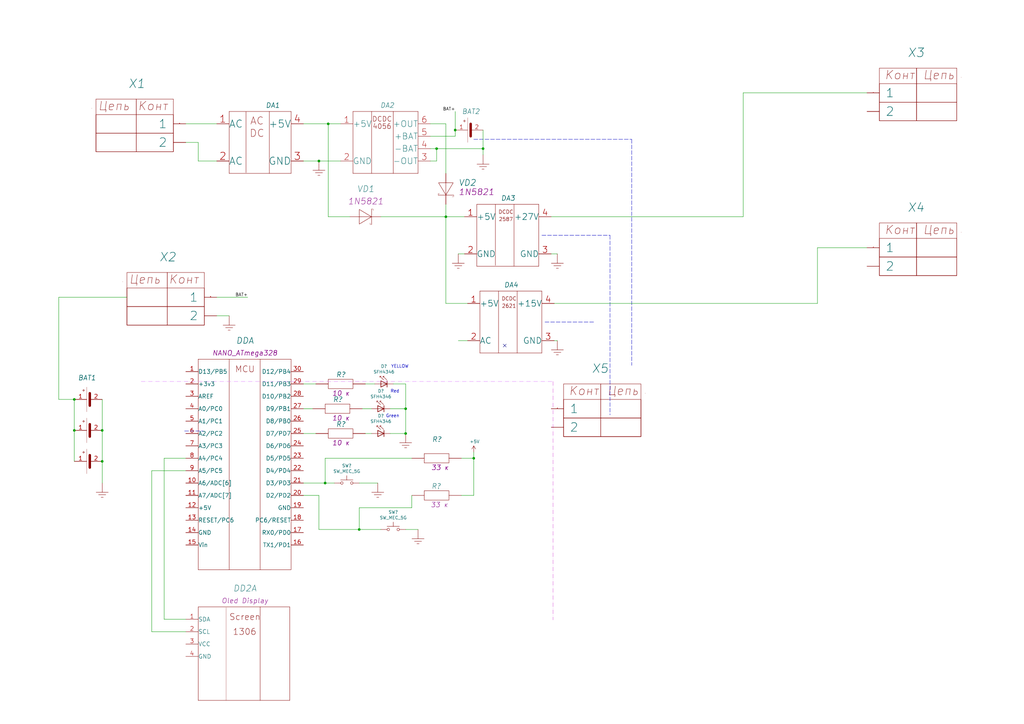
<source format=kicad_sch>
(kicad_sch (version 20200714) (host eeschema "(5.99.0-2385-g7067e42da)")

  (page 1 1)

  (paper "A3")

  (title_block
    (title "Блок питания")
    (date "2020-04-28")
    (rev "rev")
    (company "Lotes-TM")
    (comment 1 "МАВЦ.467291.014")
    (comment 2 "Михайлов")
    (comment 3 "Кулешов")
    (comment 4 "Крысин")
  )

  (lib_symbols
    (symbol "Diodes_shottky:1N5821" (pin_numbers hide) (pin_names (offset 0) hide)
      (property "Reference" "VD" (id 0) (at 6.35 6.35 0)
        (effects (font (size 2.5007 2.5007) italic))
      )
      (property "Value" "1N5821" (id 1) (at 0 77.47 0)
        (effects (font (size 2.0066 2.0066) italic) hide)
      )
      (property "Footprint" "[LTM][FP][Diodes]:[LTM][VD][DO-35][KD-3]" (id 2) (at 0 73.66 0)
        (effects (font (size 2.0066 2.0066) italic) hide)
      )
      (property "Datasheet" "C:/Program Files/KiCad/share/LTM_DataSheet/Диод_импульсный_КД510А.pdf" (id 3) (at 0 69.85 0)
        (effects (font (size 2.0066 2.0066) italic) hide)
      )
      (property "ValueName" "1N5821" (id 4) (at 6.35 -6.35 0)
        (effects (font (size 2.5007 2.5007) italic))
      )
      (property "ValueGroup" "Диоды" (id 5) (at 0 66.04 0)
        (effects (font (size 2.0066 2.0066) italic) hide)
      )
      (property "ValueGOST" "КД510А" (id 6) (at 0 62.23 0)
        (effects (font (size 2.0066 2.0066) italic) hide)
      )
      (property "ValueTU" "ТТЗ.362.100 ТУ/02" (id 7) (at 0 58.42 0)
        (effects (font (size 2.0066 2.0066) italic) hide)
      )
      (property "ValueManufacturer" "-" (id 8) (at 0 54.61 0)
        (effects (font (size 2.0066 2.0066) italic) hide)
      )
      (property "ValueTemp_1" "ТТЗ.362.100 ТУ/02" (id 9) (at 0 50.8 0)
        (effects (font (size 2.0066 2.0066) italic) hide)
      )
      (property "ValueSupplier" "-" (id 10) (at 0 46.99 0)
        (effects (font (size 2.0066 2.0066) italic) hide)
      )
      (property "ValueAnalog" "1N4148" (id 11) (at 1.27 43.18 0)
        (effects (font (size 2.0066 2.0066) italic) hide)
      )
      (property "ValueTemperature" "от минус 60 ⁰C до + 85 ⁰C" (id 12) (at 0 39.37 0)
        (effects (font (size 2.0066 2.0066) italic) hide)
      )
      (property "ValueNote" "-" (id 13) (at 0 35.56 0)
        (effects (font (size 2.0066 2.0066) italic) hide)
      )
      (property "ValueTemp_2" "ОТК" (id 14) (at 0 33.02 0)
        (effects (font (size 2.0066 2.0066) italic) hide)
      )
      (property "ValueTemp_3" "-" (id 15) (at 0 30.48 0)
        (effects (font (size 2.0066 2.0066) italic) hide)
      )
      (property "ValueTemp_4" "-" (id 16) (at 0 27.94 0)
        (effects (font (size 2.0066 2.0066) italic) hide)
      )
      (property "ValueTemp_5" "-" (id 17) (at 0 25.4 0)
        (effects (font (size 2.0066 2.0066) italic) hide)
      )
      (property "ki_keywords" "Диоды кремниевые, эпитаксиально-планарные, импульсные." (id 18) (at 0 0 0)
        (effects (font (size 1.27 1.27)) hide)
      )
      (property "ki_description" "Диод импульсный." (id 19) (at 0 0 0)
        (effects (font (size 1.27 1.27)) hide)
      )
      (property "ki_fp_filters" "[LTM][VD][DO-35][KD-3]*" (id 20) (at 0 0 0)
        (effects (font (size 1.27 1.27)) hide)
      )
      (symbol "1N5821_1_1"
        (polyline
          (pts (xy 8.89 -3.175) (xy 8.89 3.175))
          (stroke (width 0)) (fill (type none))
        )
        (polyline
          (pts (xy 8.89 0) (xy 3.81 0))
          (stroke (width 0)) (fill (type none))
        )
        (polyline
          (pts (xy 8.8392 0) (xy 3.8608 -2.9972) (xy 3.8608 2.9972) (xy 8.8392 0))
          (stroke (width 0)) (fill (type none))
        )
        (pin passive line (at 0 0 0) (length 3.81)
          (name "A" (effects (font (size 2.0066 2.0066))))
          (number "1" (effects (font (size 2.0066 2.0066))))
        )
        (pin passive line (at 12.7 0 180) (length 3.81)
          (name "K" (effects (font (size 2.0066 2.0066))))
          (number "2" (effects (font (size 2.0066 2.0066))))
        )
      )
      (symbol "1N5821_0_1"
        (polyline
          (pts (xy 8.89 3.175) (xy 9.525 3.175) (xy 9.525 2.54))
          (stroke (width 0.0006)) (fill (type none))
        )
        (polyline
          (pts (xy 8.89 -3.175) (xy 8.255 -3.175) (xy 8.255 -2.54))
          (stroke (width 0.0006)) (fill (type none))
        )
      )
    )
    (symbol "LED:SFH4346" (pin_numbers hide) (pin_names hide)
      (property "Reference" "D" (id 0) (at 0.508 1.778 0)
        (effects (font (size 1.27 1.27)) (justify left))
      )
      (property "Value" "SFH4346" (id 1) (at -1.016 -2.794 0)
        (effects (font (size 1.27 1.27)))
      )
      (property "Footprint" "LED_THT:LED_D3.0mm_IRBlack" (id 2) (at 0 4.445 0)
        (effects (font (size 1.27 1.27)) hide)
      )
      (property "Datasheet" "http://cdn-reichelt.de/documents/datenblatt/A500/SFH4346.pdf" (id 3) (at -1.27 0 0)
        (effects (font (size 1.27 1.27)) hide)
      )
      (property "ki_keywords" "opto IR LED" (id 4) (at 0 0 0)
        (effects (font (size 1.27 1.27)) hide)
      )
      (property "ki_description" "Infrared LED , 3mm LED package" (id 5) (at 0 0 0)
        (effects (font (size 1.27 1.27)) hide)
      )
      (property "ki_fp_filters" "LED*3.0mm*IRBlack*" (id 6) (at 0 0 0)
        (effects (font (size 1.27 1.27)) hide)
      )
      (symbol "SFH4346_0_1"
        (polyline
          (pts (xy -2.54 1.27) (xy -2.54 -1.27))
          (stroke (width 0.254)) (fill (type none))
        )
        (polyline
          (pts (xy 0 0) (xy -2.54 0))
          (stroke (width 0)) (fill (type none))
        )
        (polyline
          (pts (xy 0.381 3.175) (xy -0.127 3.175))
          (stroke (width 0)) (fill (type none))
        )
        (polyline
          (pts (xy -1.143 1.651) (xy 0.381 3.175) (xy 0.381 2.667))
          (stroke (width 0)) (fill (type none))
        )
        (polyline
          (pts (xy 0 1.27) (xy -2.54 0) (xy 0 -1.27) (xy 0 1.27))
          (stroke (width 0.254)) (fill (type none))
        )
        (polyline
          (pts (xy -2.413 1.651) (xy -0.889 3.175) (xy -0.889 2.667) (xy -0.889 3.175)
               (xy -1.397 3.175)
          )
          (stroke (width 0)) (fill (type none))
        )
      )
      (symbol "SFH4346_1_1"
        (pin passive line (at -5.08 0 0) (length 2.54)
          (name "K" (effects (font (size 1.27 1.27))))
          (number "1" (effects (font (size 1.27 1.27))))
        )
        (pin passive line (at 2.54 0 180) (length 2.54)
          (name "A" (effects (font (size 1.27 1.27))))
          (number "2" (effects (font (size 1.27 1.27))))
        )
      )
    )
    (symbol "Switch:SW_MEC_5G" (pin_numbers hide) (pin_names hide)
      (property "Reference" "SW" (id 0) (at 1.27 2.54 0)
        (effects (font (size 1.27 1.27)) (justify left))
      )
      (property "Value" "SW_MEC_5G" (id 1) (at 0 -1.524 0)
        (effects (font (size 1.27 1.27)))
      )
      (property "Footprint" "" (id 2) (at 0 5.08 0)
        (effects (font (size 1.27 1.27)) hide)
      )
      (property "Datasheet" "http://www.apem.com/int/index.php?controller=attachment&id_attachment=488" (id 3) (at 0 5.08 0)
        (effects (font (size 1.27 1.27)) hide)
      )
      (property "ki_keywords" "switch normally-open pushbutton push-button" (id 4) (at 0 0 0)
        (effects (font (size 1.27 1.27)) hide)
      )
      (property "ki_description" "MEC 5G single pole normally-open tactile switch" (id 5) (at 0 0 0)
        (effects (font (size 1.27 1.27)) hide)
      )
      (property "ki_fp_filters" "SW*MEC*5G*" (id 6) (at 0 0 0)
        (effects (font (size 1.27 1.27)) hide)
      )
      (symbol "SW_MEC_5G_0_1"
        (circle (center -2.032 0) (radius 0.508) (stroke (width 0)) (fill (type none)))
        (circle (center 2.032 0) (radius 0.508) (stroke (width 0)) (fill (type none)))
        (polyline
          (pts (xy 0 1.27) (xy 0 3.048))
          (stroke (width 0)) (fill (type none))
        )
        (polyline
          (pts (xy 2.54 1.27) (xy -2.54 1.27))
          (stroke (width 0)) (fill (type none))
        )
        (pin passive line (at -5.08 0 0) (length 2.54)
          (name "A" (effects (font (size 1.27 1.27))))
          (number "1" (effects (font (size 1.27 1.27))))
        )
        (pin passive line (at 5.08 0 180) (length 2.54)
          (name "B" (effects (font (size 1.27 1.27))))
          (number "3" (effects (font (size 1.27 1.27))))
        )
      )
      (symbol "SW_MEC_5G_1_1"
        (pin passive line (at -5.08 0 0) (length 2.54) hide
          (name "A" (effects (font (size 1.27 1.27))))
          (number "2" (effects (font (size 1.27 1.27))))
        )
        (pin passive line (at 5.08 0 180) (length 2.54) hide
          (name "B" (effects (font (size 1.27 1.27))))
          (number "4" (effects (font (size 1.27 1.27))))
        )
      )
    )
    (symbol "[LTM][Resistors][r1-12][0805][2012M][5]:R1-12-0,125-10kOhm-5%-M" (pin_numbers hide) (pin_names (offset 0) hide)
      (property "Reference" "R" (id 0) (at 0 3.81 0)
        (effects (font (size 2.0066 2.0066) italic))
      )
      (property "Value" "R1-12-0,125-10kOhm-5%-M" (id 1) (at 1.27 82.55 0)
        (effects (font (size 2.54 2.54) italic) hide)
      )
      (property "Footprint" "[LTM][FP][Resistors]:[LTM][R][0805][2012M]" (id 2) (at 0 78.74 0)
        (effects (font (size 2.54 2.54) italic) hide)
      )
      (property "Datasheet" "LTM_DataSheet/Каталог_ОАО_НПО_ЭРКОН.pdf" (id 3) (at 0 74.93 0)
        (effects (font (size 2.54 2.54) italic) hide)
      )
      (property "ValueName" "10 к" (id 4) (at 0 -3.81 0)
        (effects (font (size 2.0066 2.0066) italic))
      )
      (property "ValueGroup" "Резисторы" (id 5) (at 0 71.12 0)
        (effects (font (size 2.54 2.54) italic) hide)
      )
      (property "ValueGOST" "Р1-12-0,125-10 кОм ±5%-М-\"А\"" (id 6) (at 0 67.31 0)
        (effects (font (size 2.54 2.54) italic) hide)
      )
      (property "ValueTU" "АЛЯР.434110.005 ТУ" (id 7) (at 0 63.5 0)
        (effects (font (size 2.54 2.54) italic) hide)
      )
      (property "ValueManufacturer" "ОАО НПО «ЭРКОН»" (id 8) (at 0 59.69 0)
        (effects (font (size 2.54 2.54) italic) hide)
      )
      (property "ValueTemp_1" "АЛЯР.434110.005 ТУ" (id 9) (at 0 55.88 0)
        (effects (font (size 2.54 2.54) italic) hide)
      )
      (property "ValueSupplier" "ОАО НПО «ЭРКОН»" (id 10) (at 0 52.07 0)
        (effects (font (size 2.54 2.54) italic) hide)
      )
      (property "ValueAnalog" "SMD-0805-0,125Вт-10кОм±5%" (id 11) (at 0 48.26 0)
        (effects (font (size 2.54 2.54) italic) hide)
      )
      (property "ValueTemperature" "от минус 60 ⁰C до + 155 ⁰C" (id 12) (at 0 44.45 0)
        (effects (font (size 2.54 2.54) italic) hide)
      )
      (property "ValueNote" "-" (id 13) (at 0 40.64 0)
        (effects (font (size 2.54 2.54) italic) hide)
      )
      (property "ValueTemp_2" "-" (id 14) (at 0 38.1 0)
        (effects (font (size 2.54 2.54) italic) hide)
      )
      (property "ValueTemp_3" "-" (id 15) (at 0 35.56 0)
        (effects (font (size 2.54 2.54) italic) hide)
      )
      (property "ValueTemp_4" "-" (id 16) (at 0 33.02 0)
        (effects (font (size 2.54 2.54) italic) hide)
      )
      (property "ValueTemp_5" "-" (id 17) (at 0 30.48 0)
        (effects (font (size 2.54 2.54) italic) hide)
      )
      (property "ValueR" "10000" (id 18) (at 0 27.94 0)
        (effects (font (size 2.54 2.54) italic) hide)
      )
      (property "ki_description" "Резистор керамический толстопленочный" (id 19) (at 0 0 0)
        (effects (font (size 1.27 1.27)) hide)
      )
      (property "ki_fp_filters" "[LTM][R]*\nR_*" (id 20) (at 0 0 0)
        (effects (font (size 1.27 1.27)) hide)
      )
      (symbol "R1-12-0,125-10kOhm-5%-M_0_1"
        (rectangle (start -5.08 1.905) (end 5.08 -1.905)
          (stroke (width 0)) (fill (type none))
        )
      )
      (symbol "R1-12-0,125-10kOhm-5%-M_1_1"
        (pin passive line (at -10.16 0 0) (length 5.08)
          (name "~" (effects (font (size 2.54 2.54))))
          (number "1" (effects (font (size 2.54 2.54))))
        )
        (pin passive line (at 10.16 0 180) (length 5.08)
          (name "~" (effects (font (size 2.54 2.54))))
          (number "2" (effects (font (size 2.54 2.54))))
        )
      )
    )
    (symbol "[LTM][Resistors][r1-12][0805][2012M][5]:R1-12-0,125-33kOhm-1%-M" (pin_numbers hide) (pin_names (offset 0) hide)
      (property "Reference" "R" (id 0) (at 0 3.81 0)
        (effects (font (size 2.0066 2.0066) italic))
      )
      (property "Value" "R1-12-0,125-33kOhm-1%-M" (id 1) (at 1.27 82.55 0)
        (effects (font (size 2.54 2.54) italic) hide)
      )
      (property "Footprint" "[LTM][FP][Resistors]:[LTM][R][0805][2012M]" (id 2) (at 0 78.74 0)
        (effects (font (size 2.54 2.54) italic) hide)
      )
      (property "Datasheet" "LTM_DataSheet/Каталог_ОАО_НПО_ЭРКОН.pdf" (id 3) (at 0 74.93 0)
        (effects (font (size 2.54 2.54) italic) hide)
      )
      (property "ValueName" "33 к" (id 4) (at 0 -3.81 0)
        (effects (font (size 2.0066 2.0066) italic))
      )
      (property "ValueGroup" "Резисторы" (id 5) (at 0 71.12 0)
        (effects (font (size 2.54 2.54) italic) hide)
      )
      (property "ValueGOST" "Р1-12-0,125-33 кОм ±1%-М-\"А\"" (id 6) (at 0 67.31 0)
        (effects (font (size 2.54 2.54) italic) hide)
      )
      (property "ValueTU" "АЛЯР.434110.005 ТУ" (id 7) (at 0 63.5 0)
        (effects (font (size 2.54 2.54) italic) hide)
      )
      (property "ValueManufacturer" "ОАО НПО «ЭРКОН»" (id 8) (at 0 59.69 0)
        (effects (font (size 2.54 2.54) italic) hide)
      )
      (property "ValueTemp_1" "АЛЯР.434110.005 ТУ" (id 9) (at 0 55.88 0)
        (effects (font (size 2.54 2.54) italic) hide)
      )
      (property "ValueSupplier" "ОАО НПО «ЭРКОН»" (id 10) (at 0 52.07 0)
        (effects (font (size 2.54 2.54) italic) hide)
      )
      (property "ValueAnalog" "SMD-0805-0,125Вт-33кОм±1%" (id 11) (at 0 48.26 0)
        (effects (font (size 2.54 2.54) italic) hide)
      )
      (property "ValueTemperature" "от минус 60 ⁰C до + 155 ⁰C" (id 12) (at 0 44.45 0)
        (effects (font (size 2.54 2.54) italic) hide)
      )
      (property "ValueNote" "-" (id 13) (at 0 40.64 0)
        (effects (font (size 2.54 2.54) italic) hide)
      )
      (property "ValueTemp_2" "-" (id 14) (at 0 38.1 0)
        (effects (font (size 2.54 2.54) italic) hide)
      )
      (property "ValueTemp_3" "-" (id 15) (at 0 35.56 0)
        (effects (font (size 2.54 2.54) italic) hide)
      )
      (property "ValueTemp_4" "-" (id 16) (at 0 33.02 0)
        (effects (font (size 2.54 2.54) italic) hide)
      )
      (property "ValueTemp_5" "-" (id 17) (at 0 30.48 0)
        (effects (font (size 2.54 2.54) italic) hide)
      )
      (property "ValueR" "33000" (id 18) (at 0 27.94 0)
        (effects (font (size 2.54 2.54) italic) hide)
      )
      (property "ki_description" "Резистор керамический толстопленочный" (id 19) (at 0 0 0)
        (effects (font (size 1.27 1.27)) hide)
      )
      (property "ki_fp_filters" "[LTM][R]*\nR_*" (id 20) (at 0 0 0)
        (effects (font (size 1.27 1.27)) hide)
      )
      (symbol "R1-12-0,125-33kOhm-1%-M_0_1"
        (rectangle (start -5.08 1.905) (end 5.08 -1.905)
          (stroke (width 0)) (fill (type none))
        )
      )
      (symbol "R1-12-0,125-33kOhm-1%-M_1_1"
        (pin passive line (at -10.16 0 0) (length 5.08)
          (name "~" (effects (font (size 2.54 2.54))))
          (number "1" (effects (font (size 2.54 2.54))))
        )
        (pin passive line (at 10.16 0 180) (length 5.08)
          (name "~" (effects (font (size 2.54 2.54))))
          (number "2" (effects (font (size 2.54 2.54))))
        )
      )
    )
    (symbol "power:+5V" (power) (pin_names (offset 0))
      (property "Reference" "#PWR" (id 0) (at 0 -3.81 0)
        (effects (font (size 1.27 1.27)) hide)
      )
      (property "Value" "+5V" (id 1) (at 0 3.556 0)
        (effects (font (size 1.27 1.27)))
      )
      (property "Footprint" "" (id 2) (at 0 0 0)
        (effects (font (size 1.27 1.27)) hide)
      )
      (property "Datasheet" "" (id 3) (at 0 0 0)
        (effects (font (size 1.27 1.27)) hide)
      )
      (property "ki_keywords" "power-flag" (id 4) (at 0 0 0)
        (effects (font (size 1.27 1.27)) hide)
      )
      (property "ki_description" "Power symbol creates a global label with name \"+5V\"" (id 5) (at 0 0 0)
        (effects (font (size 1.27 1.27)) hide)
      )
      (symbol "+5V_0_1"
        (polyline
          (pts (xy -0.762 1.27) (xy 0 2.54))
          (stroke (width 0)) (fill (type none))
        )
        (polyline
          (pts (xy 0 0) (xy 0 2.54))
          (stroke (width 0)) (fill (type none))
        )
        (polyline
          (pts (xy 0 2.54) (xy 0.762 1.27))
          (stroke (width 0)) (fill (type none))
        )
      )
      (symbol "+5V_1_1"
        (pin power_in line (at 0 0 90) (length 0) hide
          (name "+5V" (effects (font (size 1.27 1.27))))
          (number "1" (effects (font (size 1.27 1.27))))
        )
      )
    )
    (symbol "power_modules:AC-DC_220_5_1" (pin_names (offset 0.002))
      (property "Reference" "DA" (id 0) (at 16.51 7.62 0)
        (effects (font (size 3 3) italic))
      )
      (property "Value" "AC-DC_220_5" (id 1) (at 0 77 0)
        (effects (font (size 2 2) italic) hide)
      )
      (property "Footprint" "[LTM][FP][Microchips]:[LTM][DA][4116.8-3]" (id 2) (at 0 73 0)
        (effects (font (size 2 2) italic) hide)
      )
      (property "Datasheet" "C:/Program Files/KiCad/share/LTM_KiCAD_LIB/LTM_DataSheet/Микросхема_управления_питанием_ 1309ЕН_АО_ПКК_Миландр.pdf" (id 3) (at 0 69 0)
        (effects (font (size 2 2) italic) hide)
      )
      (property "ValueName" "ACDC" (id 4) (at 22 -22 0)
        (effects (font (size 2 2) italic) hide)
      )
      (property "ValueGroup" "Микросхемы" (id 5) (at 0 66 0)
        (effects (font (size 2 2) italic) hide)
      )
      (property "ValueGOST" "1309ЕН3.3Т" (id 6) (at 0 62 0)
        (effects (font (size 2 2) italic) hide)
      )
      (property "ValueTU" "АЕЯР.431420.668ТУ" (id 7) (at 0 58 0)
        (effects (font (size 2 2) italic) hide)
      )
      (property "ValueManufacturer" "ф. АО «ПКК МИЛАНДР»" (id 8) (at 0 54 0)
        (effects (font (size 2 2) italic) hide)
      )
      (property "ValueTemp_1" "АЕЯР.431420.668ТУ" (id 9) (at 0 50 0)
        (effects (font (size 2 2) italic) hide)
      )
      (property "ValueSupplier" "ф. АО «ПКК МИЛАНДР»" (id 10) (at 0 46 0)
        (effects (font (size 2 2) italic) hide)
      )
      (property "ValueAnalog" "К1309ЕН3.3Т" (id 11) (at 1 43 0)
        (effects (font (size 2 2) italic) hide)
      )
      (property "ValueTemperature" "от минус 60 ⁰C до +85 ⁰C" (id 12) (at 0 39 0)
        (effects (font (size 2 2) italic) hide)
      )
      (property "ValueNote" "-" (id 13) (at 0 35 0)
        (effects (font (size 2 2) italic) hide)
      )
      (property "ValueTemp_2" "ВП" (id 14) (at 0 33 0)
        (effects (font (size 2 2) italic) hide)
      )
      (property "ValueTemp_3" "-" (id 15) (at 0 30 0)
        (effects (font (size 2 2) italic) hide)
      )
      (property "ValueTemp_4" "-" (id 16) (at 0 27 0)
        (effects (font (size 2 2) italic) hide)
      )
      (property "ValueTemp_5" "-" (id 17) (at 0 25 0)
        (effects (font (size 2 2) italic) hide)
      )
      (property "ki_description" "Стабилизатор напряжения регулируемый" (id 18) (at 0 0 0)
        (effects (font (size 1.27 1.27)) hide)
      )
      (property "ki_fp_filters" "[LTM][DA][4116.8-3]*" (id 19) (at 0 0 0)
        (effects (font (size 1.27 1.27)) hide)
      )
      (symbol "AC-DC_220_5_1_0_0"
        (text "AC" (at 16.51 1.27 0)
          (effects (font (size 3 3)))
        )
        (text "DC" (at 16.51 -3.81 0)
          (effects (font (size 3 3)))
        )
        (polyline
          (pts (xy 5.08 5.08) (xy 30.48 5.08))
          (stroke (width 0)) (fill (type none))
        )
        (polyline
          (pts (xy 5.08 -20.32) (xy 30.48 -20.32))
          (stroke (width 0)) (fill (type none))
        )
      )
      (symbol "AC-DC_220_5_1_0_1"
        (polyline
          (pts (xy 5.08 -20.32) (xy 5.08 5.08))
          (stroke (width 0)) (fill (type none))
        )
        (polyline
          (pts (xy 12 5) (xy 12 -20))
          (stroke (width 0)) (fill (type none))
        )
        (polyline
          (pts (xy 21.59 -20.32) (xy 21.59 5.08))
          (stroke (width 0)) (fill (type none))
        )
        (polyline
          (pts (xy 30.48 5.08) (xy 30.48 -20.32))
          (stroke (width 0)) (fill (type none))
        )
      )
      (symbol "AC-DC_220_5_1_1_1"
        (pin power_in line (at 0 -15.24 0) (length 5)
          (name "AC" (effects (font (size 3 3))))
          (number "2" (effects (font (size 3 3))))
        )
        (pin power_out line (at 35.56 0 180) (length 5)
          (name "+5V" (effects (font (size 3 3))))
          (number "4" (effects (font (size 3 3))))
        )
        (pin power_out line (at 35.56 -15.24 180) (length 5)
          (name "GND" (effects (font (size 3 3))))
          (number "3" (effects (font (size 3 3))))
        )
        (pin power_in line (at 0 0 0) (length 5)
          (name "AC" (effects (font (size 3 3))))
          (number "1" (effects (font (size 3 3))))
        )
      )
    )
    (symbol "power_modules:CELL1" (pin_names (offset 0.635))
      (property "Reference" "BAT" (id 0) (at 3.81 8.89 0)
        (effects (font (size 2.007 2.007) italic))
      )
      (property "Value" "CELL1" (id 1) (at 0 77.47 0)
        (effects (font (size 2.0066 2.0066) italic) hide)
      )
      (property "Footprint" "[LTM][FP][Microchips]:[LTM][DA][4116.8-3]" (id 2) (at 0 73.66 0)
        (effects (font (size 2.0066 2.0066) italic) hide)
      )
      (property "Datasheet" "C:/Program Files/KiCad/share/LTM_KiCAD_LIB/LTM_DataSheet/Микросхема_управления_питанием_ 1309ЕН_АО_ПКК_Миландр.pdf" (id 3) (at 0 69.85 0)
        (effects (font (size 2.0066 2.0066) italic) hide)
      )
      (property "ValueName" "ACDC" (id 4) (at 22.86 -22.86 0)
        (effects (font (size 2.007 2.007) italic) hide)
      )
      (property "ValueGroup" "Микросхемы" (id 5) (at 0 66.04 0)
        (effects (font (size 2.0066 2.0066) italic) hide)
      )
      (property "ValueGOST" "1309ЕН3.3Т" (id 6) (at 0 62.23 0)
        (effects (font (size 2.0066 2.0066) italic) hide)
      )
      (property "ValueTU" "АЕЯР.431420.668ТУ" (id 7) (at 0 58.42 0)
        (effects (font (size 2.0066 2.0066) italic) hide)
      )
      (property "ValueManufacturer" "ф. АО «ПКК МИЛАНДР»" (id 8) (at 0 54.61 0)
        (effects (font (size 2.0066 2.0066) italic) hide)
      )
      (property "ValueTemp_1" "АЕЯР.431420.668ТУ" (id 9) (at 0 50.8 0)
        (effects (font (size 2.0066 2.0066) italic) hide)
      )
      (property "ValueSupplier" "ф. АО «ПКК МИЛАНДР»" (id 10) (at 0 46.99 0)
        (effects (font (size 2.0066 2.0066) italic) hide)
      )
      (property "ValueAnalog" "К1309ЕН3.3Т" (id 11) (at 1.27 43.18 0)
        (effects (font (size 2.0066 2.0066) italic) hide)
      )
      (property "ValueTemperature" "от минус 60 ⁰C до +85 ⁰C" (id 12) (at 0 39.37 0)
        (effects (font (size 2.0066 2.0066) italic) hide)
      )
      (property "ValueNote" "-" (id 13) (at 0 35.56 0)
        (effects (font (size 2.0066 2.0066) italic) hide)
      )
      (property "ValueTemp_2" "ВП" (id 14) (at 0 33.02 0)
        (effects (font (size 2.0066 2.0066) italic) hide)
      )
      (property "ValueTemp_3" "-" (id 15) (at 0 30.48 0)
        (effects (font (size 2.0066 2.0066) italic) hide)
      )
      (property "ValueTemp_4" "-" (id 16) (at 0 27.94 0)
        (effects (font (size 2.0066 2.0066) italic) hide)
      )
      (property "ValueTemp_5" "-" (id 17) (at 0 25.4 0)
        (effects (font (size 2.0066 2.0066) italic) hide)
      )
      (property "ki_description" "Стабилизатор напряжения регулируемый" (id 18) (at 0 0 0)
        (effects (font (size 1.27 1.27)) hide)
      )
      (property "ki_fp_filters" "[LTM][DA][4116.8-3]*" (id 19) (at 0 0 0)
        (effects (font (size 1.27 1.27)) hide)
      )
      (symbol "CELL1_0_0"
        (text "+" (at 3.81 3.81 0)
          (effects (font (size 1.27 1.27)))
        )
        (polyline
          (pts (xy 5.08 5.08) (xy 5.08 -5.08) (xy 5.08 -3.81))
          (stroke (width 0.001)) (fill (type none))
        )
        (polyline
          (pts (xy 6.35 2.54) (xy 6.35 -2.54))
          (stroke (width 1.001)) (fill (type none))
        )
        (pin power_in line (at 0 0 0) (length 5.08)
          (name "~" (effects (font (size 2.007 2.007))))
          (number "1" (effects (font (size 1.702 1.702))))
        )
      )
      (symbol "CELL1_1_1"
        (pin power_in line (at 11.43 0 180) (length 5.08)
          (name "~" (effects (font (size 2.007 2.007))))
          (number "2" (effects (font (size 1.702 1.702))))
        )
      )
    )
    (symbol "power_modules:CELL3" (pin_names (offset 0.635))
      (property "Reference" "BAT" (id 0) (at 5.08 8.89 0)
        (effects (font (size 2.007 2.007) italic))
      )
      (property "Value" "CELL3" (id 1) (at 0 77.47 0)
        (effects (font (size 2.0066 2.0066) italic) hide)
      )
      (property "Footprint" "[LTM][FP][Microchips]:[LTM][DA][4116.8-3]" (id 2) (at 0 73.66 0)
        (effects (font (size 2.0066 2.0066) italic) hide)
      )
      (property "Datasheet" "C:/Program Files/KiCad/share/LTM_KiCAD_LIB/LTM_DataSheet/Микросхема_управления_питанием_ 1309ЕН_АО_ПКК_Миландр.pdf" (id 3) (at 0 69.85 0)
        (effects (font (size 2.0066 2.0066) italic) hide)
      )
      (property "ValueName" "ВНЕШНЯЯ БАТАРЕЯ" (id 4) (at 6.35 -33.02 0)
        (effects (font (size 2.007 2.007) italic))
      )
      (property "ValueGroup" "Микросхемы" (id 5) (at 0 66.04 0)
        (effects (font (size 2.0066 2.0066) italic) hide)
      )
      (property "ValueGOST" "1309ЕН3.3Т" (id 6) (at 0 62.23 0)
        (effects (font (size 2.0066 2.0066) italic) hide)
      )
      (property "ValueTU" "АЕЯР.431420.668ТУ" (id 7) (at 0 58.42 0)
        (effects (font (size 2.0066 2.0066) italic) hide)
      )
      (property "ValueManufacturer" "ф. АО «ПКК МИЛАНДР»" (id 8) (at 0 54.61 0)
        (effects (font (size 2.0066 2.0066) italic) hide)
      )
      (property "ValueTemp_1" "АЕЯР.431420.668ТУ" (id 9) (at 0 50.8 0)
        (effects (font (size 2.0066 2.0066) italic) hide)
      )
      (property "ValueSupplier" "ф. АО «ПКК МИЛАНДР»" (id 10) (at 0 46.99 0)
        (effects (font (size 2.0066 2.0066) italic) hide)
      )
      (property "ValueAnalog" "К1309ЕН3.3Т" (id 11) (at 1.27 43.18 0)
        (effects (font (size 2.0066 2.0066) italic) hide)
      )
      (property "ValueTemperature" "от минус 60 ⁰C до +85 ⁰C" (id 12) (at 0 39.37 0)
        (effects (font (size 2.0066 2.0066) italic) hide)
      )
      (property "ValueNote" "-" (id 13) (at 0 35.56 0)
        (effects (font (size 2.0066 2.0066) italic) hide)
      )
      (property "ValueTemp_2" "ВП" (id 14) (at 0 33.02 0)
        (effects (font (size 2.0066 2.0066) italic) hide)
      )
      (property "ValueTemp_3" "-" (id 15) (at 0 30.48 0)
        (effects (font (size 2.0066 2.0066) italic) hide)
      )
      (property "ValueTemp_4" "-" (id 16) (at 0 27.94 0)
        (effects (font (size 2.0066 2.0066) italic) hide)
      )
      (property "ValueTemp_5" "-" (id 17) (at 0 25.4 0)
        (effects (font (size 2.0066 2.0066) italic) hide)
      )
      (property "ki_description" "Стабилизатор напряжения регулируемый" (id 18) (at 0 0 0)
        (effects (font (size 1.27 1.27)) hide)
      )
      (property "ki_fp_filters" "[LTM][DA][4116.8-3]*" (id 19) (at 0 0 0)
        (effects (font (size 1.27 1.27)) hide)
      )
      (symbol "CELL3_0_0"
        (text "+" (at 3.81 3.81 0)
          (effects (font (size 1.27 1.27)))
        )
        (text "+" (at 3.81 -8.89 0)
          (effects (font (size 1.27 1.27)))
        )
        (text "" (at -10.16 0 0)
          (effects (font (size 1.27 1.27)))
        )
        (text "+" (at 3.81 -21.59 0)
          (effects (font (size 1.27 1.27)))
        )
        (text "" (at -10.16 -25.4 0)
          (effects (font (size 1.27 1.27)))
        )
        (polyline
          (pts (xy 5.08 5.08) (xy 5.08 -5.08) (xy 5.08 -3.81))
          (stroke (width 0.001)) (fill (type none))
        )
        (polyline
          (pts (xy 6.35 2.54) (xy 6.35 -2.54))
          (stroke (width 1.001)) (fill (type none))
        )
        (polyline
          (pts (xy 5.08 -7.62) (xy 5.08 -17.78) (xy 5.08 -16.51))
          (stroke (width 0.001)) (fill (type none))
        )
        (polyline
          (pts (xy 6.35 -10.16) (xy 6.35 -15.24))
          (stroke (width 1.001)) (fill (type none))
        )
        (polyline
          (pts (xy 5.08 -20.32) (xy 5.08 -30.48) (xy 5.08 -29.21))
          (stroke (width 0.001)) (fill (type none))
        )
        (polyline
          (pts (xy 6.35 -22.86) (xy 6.35 -27.94))
          (stroke (width 1.001)) (fill (type none))
        )
        (pin power_in line (at 0 0 0) (length 5.08)
          (name "~" (effects (font (size 2.007 2.007))))
          (number "1" (effects (font (size 1.702 1.702))))
        )
        (pin power_in line (at 0 -12.7 0) (length 5.08)
          (name "~" (effects (font (size 2.007 2.007))))
          (number "1" (effects (font (size 1.702 1.702))))
        )
        (pin power_in line (at 0 -25.4 0) (length 5.08)
          (name "~" (effects (font (size 2.007 2.007))))
          (number "1" (effects (font (size 1.702 1.702))))
        )
      )
      (symbol "CELL3_1_1"
        (pin power_in line (at 11.43 0 180) (length 5.08)
          (name "~" (effects (font (size 2.007 2.007))))
          (number "2" (effects (font (size 1.702 1.702))))
        )
        (pin power_in line (at 11.43 -12.7 180) (length 5.08)
          (name "~" (effects (font (size 2.007 2.007))))
          (number "2" (effects (font (size 1.702 1.702))))
        )
        (pin power_in line (at 11.43 -25.4 180) (length 5.08)
          (name "~" (effects (font (size 2.007 2.007))))
          (number "2" (effects (font (size 1.702 1.702))))
        )
      )
    )
    (symbol "power_modules:DC-DC_2587_3_30V" (pin_names (offset 0.002))
      (property "Reference" "DA" (id 0) (at 15 7 0)
        (effects (font (size 2 2) italic))
      )
      (property "Value" "DC-DC_2587_3_30V" (id 1) (at 0 77 0)
        (effects (font (size 2 2) italic) hide)
      )
      (property "Footprint" "[LTM][FP][Microchips]:[LTM][DA][4116.8-3]" (id 2) (at 0 73 0)
        (effects (font (size 2 2) italic) hide)
      )
      (property "Datasheet" "C:/Program Files/KiCad/share/LTM_KiCAD_LIB/LTM_DataSheet/Микросхема_управления_питанием_ 1309ЕН_АО_ПКК_Миландр.pdf" (id 3) (at 0 69 0)
        (effects (font (size 2 2) italic) hide)
      )
      (property "ValueName" "ACDC" (id 4) (at 22 -22 0)
        (effects (font (size 2 2) italic) hide)
      )
      (property "ValueGroup" "Микросхемы" (id 5) (at 0 66 0)
        (effects (font (size 2 2) italic) hide)
      )
      (property "ValueGOST" "1309ЕН3.3Т" (id 6) (at 0 62 0)
        (effects (font (size 2 2) italic) hide)
      )
      (property "ValueTU" "АЕЯР.431420.668ТУ" (id 7) (at 0 58 0)
        (effects (font (size 2 2) italic) hide)
      )
      (property "ValueManufacturer" "ф. АО «ПКК МИЛАНДР»" (id 8) (at 0 54 0)
        (effects (font (size 2 2) italic) hide)
      )
      (property "ValueTemp_1" "АЕЯР.431420.668ТУ" (id 9) (at 0 50 0)
        (effects (font (size 2 2) italic) hide)
      )
      (property "ValueSupplier" "ф. АО «ПКК МИЛАНДР»" (id 10) (at 0 46 0)
        (effects (font (size 2 2) italic) hide)
      )
      (property "ValueAnalog" "К1309ЕН3.3Т" (id 11) (at 1 43 0)
        (effects (font (size 2 2) italic) hide)
      )
      (property "ValueTemperature" "от минус 60 ⁰C до +85 ⁰C" (id 12) (at 0 39 0)
        (effects (font (size 2 2) italic) hide)
      )
      (property "ValueNote" "-" (id 13) (at 0 35 0)
        (effects (font (size 2 2) italic) hide)
      )
      (property "ValueTemp_2" "ВП" (id 14) (at 0 33 0)
        (effects (font (size 2 2) italic) hide)
      )
      (property "ValueTemp_3" "-" (id 15) (at 0 30 0)
        (effects (font (size 2 2) italic) hide)
      )
      (property "ValueTemp_4" "-" (id 16) (at 0 27 0)
        (effects (font (size 2 2) italic) hide)
      )
      (property "ValueTemp_5" "-" (id 17) (at 0 25 0)
        (effects (font (size 2 2) italic) hide)
      )
      (property "ki_description" "Стабилизатор напряжения регулируемый" (id 18) (at 0 0 0)
        (effects (font (size 1.27 1.27)) hide)
      )
      (property "ki_fp_filters" "[LTM][DA][4116.8-3]*" (id 19) (at 0 0 0)
        (effects (font (size 1.27 1.27)) hide)
      )
      (symbol "DC-DC_2587_3_30V_0_0"
        (text "DCDC" (at 17 2 0)
          (effects (font (size 1.5 1.5)))
        )
        (text "2587" (at 17 -1 0)
          (effects (font (size 1.5 1.5)))
        )
        (polyline
          (pts (xy 5.08 5.08) (xy 30.48 5.08))
          (stroke (width 0)) (fill (type none))
        )
        (polyline
          (pts (xy 5.08 -20.32) (xy 30.48 -20.32))
          (stroke (width 0)) (fill (type none))
        )
        (pin power_in line (at 0 0 0) (length 5)
          (name "+5V" (effects (font (size 2.5 2.5))))
          (number "1" (effects (font (size 2.5 2.5))))
        )
      )
      (symbol "DC-DC_2587_3_30V_0_1"
        (polyline
          (pts (xy 5.08 -20.32) (xy 5.08 5.08))
          (stroke (width 0)) (fill (type none))
        )
        (polyline
          (pts (xy 12.7 5.08) (xy 12.7 -19.92))
          (stroke (width 0)) (fill (type none))
        )
        (polyline
          (pts (xy 20.32 -20.32) (xy 20.32 5.08))
          (stroke (width 0)) (fill (type none))
        )
        (polyline
          (pts (xy 30.48 5.08) (xy 30.48 -20.32))
          (stroke (width 0)) (fill (type none))
        )
      )
      (symbol "DC-DC_2587_3_30V_1_1"
        (pin power_in line (at 0 -15.24 0) (length 5)
          (name "GND" (effects (font (size 2.5 2.5))))
          (number "2" (effects (font (size 2.5 2.5))))
        )
        (pin power_out line (at 35.56 0 180) (length 5)
          (name "+27V" (effects (font (size 2.5 2.5))))
          (number "4" (effects (font (size 2.5 2.5))))
        )
        (pin power_out line (at 35.56 -15.24 180) (length 5)
          (name "GND" (effects (font (size 2.5 2.5))))
          (number "3" (effects (font (size 2.5 2.5))))
        )
      )
    )
    (symbol "power_modules:DC-DC_2621_2_15V" (pin_names (offset 0.002))
      (property "Reference" "DA" (id 0) (at 15 7 0)
        (effects (font (size 2 2) italic))
      )
      (property "Value" "DC-DC_2621_2_15V" (id 1) (at 0 77 0)
        (effects (font (size 2 2) italic) hide)
      )
      (property "Footprint" "[LTM][FP][Microchips]:[LTM][DA][4116.8-3]" (id 2) (at 0 73 0)
        (effects (font (size 2 2) italic) hide)
      )
      (property "Datasheet" "C:/Program Files/KiCad/share/LTM_KiCAD_LIB/LTM_DataSheet/Микросхема_управления_питанием_ 1309ЕН_АО_ПКК_Миландр.pdf" (id 3) (at 0 69 0)
        (effects (font (size 2 2) italic) hide)
      )
      (property "ValueName" "ACDC" (id 4) (at 22 -22 0)
        (effects (font (size 2 2) italic) hide)
      )
      (property "ValueGroup" "Микросхемы" (id 5) (at 0 66 0)
        (effects (font (size 2 2) italic) hide)
      )
      (property "ValueGOST" "1309ЕН3.3Т" (id 6) (at 0 62 0)
        (effects (font (size 2 2) italic) hide)
      )
      (property "ValueTU" "АЕЯР.431420.668ТУ" (id 7) (at 0 58 0)
        (effects (font (size 2 2) italic) hide)
      )
      (property "ValueManufacturer" "ф. АО «ПКК МИЛАНДР»" (id 8) (at 0 54 0)
        (effects (font (size 2 2) italic) hide)
      )
      (property "ValueTemp_1" "АЕЯР.431420.668ТУ" (id 9) (at 0 50 0)
        (effects (font (size 2 2) italic) hide)
      )
      (property "ValueSupplier" "ф. АО «ПКК МИЛАНДР»" (id 10) (at 0 46 0)
        (effects (font (size 2 2) italic) hide)
      )
      (property "ValueAnalog" "К1309ЕН3.3Т" (id 11) (at 1 43 0)
        (effects (font (size 2 2) italic) hide)
      )
      (property "ValueTemperature" "от минус 60 ⁰C до +85 ⁰C" (id 12) (at 0 39 0)
        (effects (font (size 2 2) italic) hide)
      )
      (property "ValueNote" "-" (id 13) (at 0 35 0)
        (effects (font (size 2 2) italic) hide)
      )
      (property "ValueTemp_2" "ВП" (id 14) (at 0 33 0)
        (effects (font (size 2 2) italic) hide)
      )
      (property "ValueTemp_3" "-" (id 15) (at 0 30 0)
        (effects (font (size 2 2) italic) hide)
      )
      (property "ValueTemp_4" "-" (id 16) (at 0 27 0)
        (effects (font (size 2 2) italic) hide)
      )
      (property "ValueTemp_5" "-" (id 17) (at 0 25 0)
        (effects (font (size 2 2) italic) hide)
      )
      (property "ki_description" "Стабилизатор напряжения регулируемый" (id 18) (at 0 0 0)
        (effects (font (size 1.27 1.27)) hide)
      )
      (property "ki_fp_filters" "[LTM][DA][4116.8-3]*" (id 19) (at 0 0 0)
        (effects (font (size 1.27 1.27)) hide)
      )
      (symbol "DC-DC_2621_2_15V_0_0"
        (text "DCDC" (at 17 2 0)
          (effects (font (size 1.5 1.5)))
        )
        (text "2621" (at 17 -1 0)
          (effects (font (size 1.5 1.5)))
        )
        (polyline
          (pts (xy 5.08 5.08) (xy 30.48 5.08))
          (stroke (width 0)) (fill (type none))
        )
        (polyline
          (pts (xy 5.08 -20.32) (xy 30.48 -20.32))
          (stroke (width 0)) (fill (type none))
        )
        (pin power_in line (at 0 0 0) (length 5)
          (name "+5V" (effects (font (size 2.5 2.5))))
          (number "1" (effects (font (size 2.5 2.5))))
        )
      )
      (symbol "DC-DC_2621_2_15V_0_1"
        (polyline
          (pts (xy 5.08 -20.32) (xy 5.08 5.08))
          (stroke (width 0)) (fill (type none))
        )
        (polyline
          (pts (xy 12.7 5.08) (xy 12.7 -20.32))
          (stroke (width 0)) (fill (type none))
        )
        (polyline
          (pts (xy 20.32 -20.32) (xy 20.32 5.08))
          (stroke (width 0)) (fill (type none))
        )
        (polyline
          (pts (xy 30.48 5.08) (xy 30.48 -20.32))
          (stroke (width 0)) (fill (type none))
        )
      )
      (symbol "DC-DC_2621_2_15V_1_1"
        (pin power_in line (at 0 -15.24 0) (length 5)
          (name "AC" (effects (font (size 2.5 2.5))))
          (number "2" (effects (font (size 2.5 2.5))))
        )
        (pin power_out line (at 35.56 0 180) (length 5)
          (name "+15V" (effects (font (size 2.5 2.5))))
          (number "4" (effects (font (size 2.5 2.5))))
        )
        (pin power_out line (at 35.56 -15.24 180) (length 5)
          (name "GND" (effects (font (size 2.5 2.5))))
          (number "3" (effects (font (size 2.5 2.5))))
        )
      )
    )
    (symbol "power_modules:DC-DC_4056_CHARGER" (pin_names (offset 0.002))
      (property "Reference" "DA" (id 0) (at 15 7 0)
        (effects (font (size 2 2) italic))
      )
      (property "Value" "DC-DC_4056_CHARGER" (id 1) (at 0 77 0)
        (effects (font (size 2 2) italic) hide)
      )
      (property "Footprint" "[LTM][FP][Microchips]:[LTM][DA][4116.8-3]" (id 2) (at 0 73 0)
        (effects (font (size 2 2) italic) hide)
      )
      (property "Datasheet" "C:/Program Files/KiCad/share/LTM_KiCAD_LIB/LTM_DataSheet/Микросхема_управления_питанием_ 1309ЕН_АО_ПКК_Миландр.pdf" (id 3) (at 0 69 0)
        (effects (font (size 2 2) italic) hide)
      )
      (property "ValueName" "ACDC" (id 4) (at 22 -22 0)
        (effects (font (size 2 2) italic) hide)
      )
      (property "ValueGroup" "Микросхемы" (id 5) (at 0 66 0)
        (effects (font (size 2 2) italic) hide)
      )
      (property "ValueGOST" "1309ЕН3.3Т" (id 6) (at 0 62 0)
        (effects (font (size 2 2) italic) hide)
      )
      (property "ValueTU" "АЕЯР.431420.668ТУ" (id 7) (at 0 58 0)
        (effects (font (size 2 2) italic) hide)
      )
      (property "ValueManufacturer" "ф. АО «ПКК МИЛАНДР»" (id 8) (at 0 54 0)
        (effects (font (size 2 2) italic) hide)
      )
      (property "ValueTemp_1" "АЕЯР.431420.668ТУ" (id 9) (at 0 50 0)
        (effects (font (size 2 2) italic) hide)
      )
      (property "ValueSupplier" "ф. АО «ПКК МИЛАНДР»" (id 10) (at 0 46 0)
        (effects (font (size 2 2) italic) hide)
      )
      (property "ValueAnalog" "К1309ЕН3.3Т" (id 11) (at 1 43 0)
        (effects (font (size 2 2) italic) hide)
      )
      (property "ValueTemperature" "от минус 60 ⁰C до +85 ⁰C" (id 12) (at 0 39 0)
        (effects (font (size 2 2) italic) hide)
      )
      (property "ValueNote" "-" (id 13) (at 0 35 0)
        (effects (font (size 2 2) italic) hide)
      )
      (property "ValueTemp_2" "ВП" (id 14) (at 0 33 0)
        (effects (font (size 2 2) italic) hide)
      )
      (property "ValueTemp_3" "-" (id 15) (at 0 30 0)
        (effects (font (size 2 2) italic) hide)
      )
      (property "ValueTemp_4" "-" (id 16) (at 0 27 0)
        (effects (font (size 2 2) italic) hide)
      )
      (property "ValueTemp_5" "-" (id 17) (at 0 25 0)
        (effects (font (size 2 2) italic) hide)
      )
      (property "ki_description" "Стабилизатор напряжения регулируемый" (id 18) (at 0 0 0)
        (effects (font (size 1.27 1.27)) hide)
      )
      (property "ki_fp_filters" "[LTM][DA][4116.8-3]*" (id 19) (at 0 0 0)
        (effects (font (size 1.27 1.27)) hide)
      )
      (symbol "DC-DC_4056_CHARGER_0_0"
        (text "DCDC" (at 17 2 0)
          (effects (font (size 2 2)))
        )
        (text "4056" (at 17 -1 0)
          (effects (font (size 2 2)))
        )
        (text "" (at 25 -5 0)
          (effects (font (size 1 1)))
        )
        (text "" (at 33 0 0)
          (effects (font (size 1 1)))
        )
        (text "" (at 34 0 0)
          (effects (font (size 1 1)))
        )
        (polyline
          (pts (xy 5.08 5.08) (xy 31.75 5.08))
          (stroke (width 0)) (fill (type none))
        )
        (polyline
          (pts (xy 5.08 -20.32) (xy 31.75 -20.32))
          (stroke (width 0)) (fill (type none))
        )
        (pin power_in line (at 0 0 0) (length 5)
          (name "+5V" (effects (font (size 2.5 2.5))))
          (number "1" (effects (font (size 2.5 2.5))))
        )
      )
      (symbol "DC-DC_4056_CHARGER_0_1"
        (polyline
          (pts (xy 5.08 -20.32) (xy 5.08 5.08))
          (stroke (width 0)) (fill (type none))
        )
        (polyline
          (pts (xy 12.7 5.08) (xy 12.7 -20.32))
          (stroke (width 0)) (fill (type none))
        )
        (polyline
          (pts (xy 21.59 -20.32) (xy 21.59 5.08))
          (stroke (width 0)) (fill (type none))
        )
        (polyline
          (pts (xy 31.75 5.08) (xy 31.75 -20.32))
          (stroke (width 0)) (fill (type none))
        )
      )
      (symbol "DC-DC_4056_CHARGER_1_1"
        (pin power_in line (at 0 -15.24 0) (length 5)
          (name "GND" (effects (font (size 2.5 2.5))))
          (number "2" (effects (font (size 2.5 2.5))))
        )
        (pin power_out line (at 36.83 -5.08 180) (length 5)
          (name "+BAT" (effects (font (size 2.5 2.5))))
          (number "5" (effects (font (size 2.5 2.5))))
        )
        (pin power_out line (at 36.83 0 180) (length 5)
          (name "+OUT" (effects (font (size 2.5 2.5))))
          (number "6" (effects (font (size 2.5 2.5))))
        )
        (pin power_out line (at 36.83 -10.16 180) (length 5)
          (name "-BAT" (effects (font (size 2.5 2.5))))
          (number "4" (effects (font (size 2.5 2.5))))
        )
        (pin power_out line (at 36.83 -15.24 180) (length 5)
          (name "-OUT" (effects (font (size 2.5 2.5))))
          (number "3" (effects (font (size 2.5 2.5))))
        )
      )
    )
    (symbol "power_modules:Display_1306" (pin_names (offset 0.0254))
      (property "Reference" "DD" (id 0) (at 24.13 7.62 0)
        (effects (font (size 2.5007 2.5007) italic))
      )
      (property "Value" "Display_1306" (id 1) (at 0 77.47 0)
        (effects (font (size 2.0066 2.0066) italic) hide)
      )
      (property "Footprint" "[LTM][FP][Microchips]:[LTM][D][4229.132-3]" (id 2) (at 0 73.66 0)
        (effects (font (size 2.0066 2.0066) italic) hide)
      )
      (property "Datasheet" "C:/Program Files/KiCad/share/LTM_DataSheet/Микросхема_микроконтроллер_ 1986ВЕ1Т_АО _ПКК_Миландр.pdf" (id 3) (at 0 69.85 0)
        (effects (font (size 2.0066 2.0066) italic) hide)
      )
      (property "ValueName" "Oled Display" (id 4) (at 25.527 -36.703 0)
        (effects (font (size 2.007 2.007) italic))
      )
      (property "ValueGroup" "Микросхемы" (id 5) (at 0 66.04 0)
        (effects (font (size 2.0066 2.0066) italic) hide)
      )
      (property "ValueGOST" "1986ВЕ1Т " (id 6) (at 0 62.23 0)
        (effects (font (size 2.0066 2.0066) italic) hide)
      )
      (property "ValueTU" "АЕЯР.431280.860 ТУ" (id 7) (at 0 58.42 0)
        (effects (font (size 2.0066 2.0066) italic) hide)
      )
      (property "ValueManufacturer" "АО «ПКК МИЛАНДР»" (id 8) (at 0 54.61 0)
        (effects (font (size 2.0066 2.0066) italic) hide)
      )
      (property "ValueTemp_1" "АЕЯР.431280.860 ТУ" (id 9) (at 0 50.8 0)
        (effects (font (size 2.0066 2.0066) italic) hide)
      )
      (property "ValueSupplier" "АО «ПКК МИЛАНДР»" (id 10) (at 0 46.99 0)
        (effects (font (size 2.0066 2.0066) italic) hide)
      )
      (property "ValueAnalog" "К1986ВЕ1Т, К1986ВЕ1QI" (id 11) (at 1.27 43.18 0)
        (effects (font (size 2.0066 2.0066) italic) hide)
      )
      (property "ValueTemperature" "от минус 60 ⁰C до + 125 ⁰C" (id 12) (at 0 39.37 0)
        (effects (font (size 2.0066 2.0066) italic) hide)
      )
      (property "ValueNote" "-" (id 13) (at 0 35.56 0)
        (effects (font (size 2.0066 2.0066) italic) hide)
      )
      (property "ValueTemp_2" "-" (id 14) (at 0 33.02 0)
        (effects (font (size 2.0066 2.0066) italic) hide)
      )
      (property "ValueTemp_3" "-" (id 15) (at 0 30.48 0)
        (effects (font (size 2.0066 2.0066) italic) hide)
      )
      (property "ValueTemp_4" "-" (id 16) (at 0 27.94 0)
        (effects (font (size 2.0066 2.0066) italic) hide)
      )
      (property "ValueTemp_5" "-" (id 17) (at 0 25.4 0)
        (effects (font (size 2.0066 2.0066) italic) hide)
      )
      (property "ki_locked" "" (id 18) (at 0 0 0)
        (effects (font (size 1.27 1.27)))
      )
      (property "ki_keywords" "Микросхема, микроконтроллер" (id 19) (at 0 0 0)
        (effects (font (size 1.27 1.27)) hide)
      )
      (property "ki_description" "RISC МК авиационного назначения" (id 20) (at 0 0 0)
        (effects (font (size 1.27 1.27)) hide)
      )
      (property "ki_fp_filters" "[LTM][D][4229.132-3]*" (id 21) (at 0 0 0)
        (effects (font (size 1.27 1.27)) hide)
      )
      (symbol "Display_1306_0_0"
        (text "Screen" (at 24.257 1.016 0)
          (effects (font (size 2.527 2.527)))
        )
        (text "1306" (at 24.13 -5.08 0)
          (effects (font (size 2.527 2.527)))
        )
      )
      (symbol "Display_1306_1_1"
        (rectangle (start 5.08 5.08) (end 42.672 -33.274)
          (stroke (width 0)) (fill (type none))
        )
        (polyline
          (pts (xy 30.48 5.08) (xy 30.48 -33.274))
          (stroke (width 0)) (fill (type none))
        )
        (polyline
          (pts (xy 16.51 4.826) (xy 16.51 -33.274))
          (stroke (width 0.0006)) (fill (type none))
        )
        (pin bidirectional line (at 0 -15.24 0) (length 5.08)
          (name "GND" (effects (font (size 1.702 1.702))))
          (number "4" (effects (font (size 1.702 1.702))))
        )
        (pin bidirectional line (at 0 -10.16 0) (length 5.08)
          (name "VCC" (effects (font (size 1.702 1.702))))
          (number "3" (effects (font (size 1.702 1.702))))
        )
        (pin bidirectional line (at 0 -5.08 0) (length 5.08)
          (name "SCL" (effects (font (size 1.702 1.702))))
          (number "2" (effects (font (size 1.702 1.702))))
        )
        (pin bidirectional line (at 0 0 0) (length 5.08)
          (name "SDA" (effects (font (size 1.702 1.702))))
          (number "1" (effects (font (size 1.702 1.702))))
        )
      )
      (symbol "Display_1306_2_1"
        (rectangle (start 5.08 -81.28) (end 43.18 5.08)
          (stroke (width 0)) (fill (type none))
        )
        (polyline
          (pts (xy 30.48 5.08) (xy 30.48 -81.28))
          (stroke (width 0)) (fill (type none))
        )
        (polyline
          (pts (xy 17.78 5.08) (xy 17.78 -74.93) (xy 17.78 -81.28))
          (stroke (width 0)) (fill (type none))
        )
        (pin bidirectional line (at 48.26 -35.56 180) (length 5.08)
          (name "PD7" (effects (font (size 1.7018 1.7018))))
          (number "41" (effects (font (size 1.7018 1.7018))))
        )
        (pin bidirectional line (at 48.26 -40.64 180) (length 5.08)
          (name "PD8" (effects (font (size 1.7018 1.7018))))
          (number "42" (effects (font (size 1.7018 1.7018))))
        )
        (pin bidirectional line (at 48.26 -45.72 180) (length 5.08)
          (name "PD9" (effects (font (size 1.7018 1.7018))))
          (number "43" (effects (font (size 1.7018 1.7018))))
        )
        (pin bidirectional line (at 48.26 -50.8 180) (length 5.08)
          (name "PD10" (effects (font (size 1.7018 1.7018))))
          (number "44" (effects (font (size 1.7018 1.7018))))
        )
        (pin bidirectional line (at 48.26 -55.88 180) (length 5.08)
          (name "PD11" (effects (font (size 1.7018 1.7018))))
          (number "45" (effects (font (size 1.7018 1.7018))))
        )
        (pin bidirectional line (at 48.26 -60.96 180) (length 5.08)
          (name "PD12" (effects (font (size 1.7018 1.7018))))
          (number "46" (effects (font (size 1.7018 1.7018))))
        )
        (pin bidirectional line (at 48.26 -66.04 180) (length 5.08)
          (name "PD13" (effects (font (size 1.7018 1.7018))))
          (number "47" (effects (font (size 1.7018 1.7018))))
        )
        (pin bidirectional line (at 48.26 -71.12 180) (length 5.08)
          (name "PD14" (effects (font (size 1.7018 1.7018))))
          (number "48" (effects (font (size 1.7018 1.7018))))
        )
        (pin bidirectional line (at 48.26 -76.2 180) (length 5.08)
          (name "PD15" (effects (font (size 1.7018 1.7018))))
          (number "49" (effects (font (size 1.7018 1.7018))))
        )
        (pin bidirectional line (at 0 -25.4 0) (length 5.08)
          (name "PC5" (effects (font (size 1.7018 1.7018))))
          (number "56" (effects (font (size 1.7018 1.7018))))
        )
        (pin bidirectional line (at 0 -30.48 0) (length 5.08)
          (name "PC6" (effects (font (size 1.7018 1.7018))))
          (number "57" (effects (font (size 1.7018 1.7018))))
        )
        (pin bidirectional line (at 0 -35.56 0) (length 5.08)
          (name "PC7" (effects (font (size 1.7018 1.7018))))
          (number "58" (effects (font (size 1.7018 1.7018))))
        )
        (pin bidirectional line (at 0 -40.64 0) (length 5.08)
          (name "PC8" (effects (font (size 1.7018 1.7018))))
          (number "59" (effects (font (size 1.7018 1.7018))))
        )
        (pin bidirectional line (at 0 -45.72 0) (length 5.08)
          (name "PC9" (effects (font (size 1.7018 1.7018))))
          (number "60" (effects (font (size 1.7018 1.7018))))
        )
        (pin bidirectional line (at 0 -50.8 0) (length 5.08)
          (name "PC10" (effects (font (size 1.7018 1.7018))))
          (number "61" (effects (font (size 1.7018 1.7018))))
        )
        (pin bidirectional line (at 0 -55.88 0) (length 5.08)
          (name "PC11" (effects (font (size 1.7018 1.7018))))
          (number "62" (effects (font (size 1.7018 1.7018))))
        )
        (pin bidirectional line (at 0 -60.96 0) (length 5.08)
          (name "PC12" (effects (font (size 1.7018 1.7018))))
          (number "63" (effects (font (size 1.7018 1.7018))))
        )
        (pin bidirectional line (at 0 -66.04 0) (length 5.08)
          (name "PC13" (effects (font (size 1.7018 1.7018))))
          (number "67" (effects (font (size 1.7018 1.7018))))
        )
        (pin bidirectional line (at 0 -71.12 0) (length 5.08)
          (name "PC14" (effects (font (size 1.7018 1.7018))))
          (number "68" (effects (font (size 1.7018 1.7018))))
        )
        (pin bidirectional line (at 0 -76.2 0) (length 5.08)
          (name "PC15" (effects (font (size 1.7018 1.7018))))
          (number "69" (effects (font (size 1.7018 1.7018))))
        )
        (pin bidirectional line (at 48.26 0 180) (length 5.08)
          (name "PD0" (effects (font (size 1.7018 1.7018))))
          (number "72" (effects (font (size 1.7018 1.7018))))
        )
        (pin bidirectional line (at 48.26 -5.08 180) (length 5.08)
          (name "PD1" (effects (font (size 1.7018 1.7018))))
          (number "73" (effects (font (size 1.7018 1.7018))))
        )
        (pin bidirectional line (at 48.26 -10.16 180) (length 5.08)
          (name "PD2" (effects (font (size 1.7018 1.7018))))
          (number "74" (effects (font (size 1.7018 1.7018))))
        )
        (pin bidirectional line (at 48.26 -15.24 180) (length 5.08)
          (name "PD3" (effects (font (size 1.7018 1.7018))))
          (number "75" (effects (font (size 1.7018 1.7018))))
        )
        (pin bidirectional line (at 48.26 -20.32 180) (length 5.08)
          (name "PD4" (effects (font (size 1.7018 1.7018))))
          (number "76" (effects (font (size 1.7018 1.7018))))
        )
        (pin bidirectional line (at 48.26 -25.4 180) (length 5.08)
          (name "PD5" (effects (font (size 1.7018 1.7018))))
          (number "77" (effects (font (size 1.7018 1.7018))))
        )
        (pin bidirectional line (at 48.26 -30.48 180) (length 5.08)
          (name "PD6" (effects (font (size 1.7018 1.7018))))
          (number "78" (effects (font (size 1.7018 1.7018))))
        )
        (pin bidirectional line (at 0 0 0) (length 5.08)
          (name "PC0" (effects (font (size 1.7018 1.7018))))
          (number "89" (effects (font (size 1.7018 1.7018))))
        )
        (pin bidirectional line (at 0 -5.08 0) (length 5.08)
          (name "PC1" (effects (font (size 1.7018 1.7018))))
          (number "90" (effects (font (size 1.7018 1.7018))))
        )
        (pin bidirectional line (at 0 -10.16 0) (length 5.08)
          (name "PC2" (effects (font (size 1.7018 1.7018))))
          (number "91" (effects (font (size 1.7018 1.7018))))
        )
        (pin bidirectional line (at 0 -15.24 0) (length 5.08)
          (name "PC3" (effects (font (size 1.7018 1.7018))))
          (number "92" (effects (font (size 1.7018 1.7018))))
        )
        (pin bidirectional line (at 0 -20.32 0) (length 5.08)
          (name "PC4" (effects (font (size 1.7018 1.7018))))
          (number "93" (effects (font (size 1.7018 1.7018))))
        )
      )
      (symbol "Display_1306_3_1"
        (rectangle (start 5.08 -81.28) (end 43.18 5.08)
          (stroke (width 0)) (fill (type none))
        )
        (polyline
          (pts (xy 30.48 5.08) (xy 30.48 -81.28))
          (stroke (width 0)) (fill (type none))
        )
        (polyline
          (pts (xy 17.78 5.08) (xy 17.78 -55.88) (xy 17.78 -81.28))
          (stroke (width 0)) (fill (type none))
        )
        (pin bidirectional line (at 0 -15.24 0) (length 5.08)
          (name "PE3" (effects (font (size 1.7018 1.7018))))
          (number "16" (effects (font (size 1.7018 1.7018))))
        )
        (pin bidirectional line (at 0 -20.32 0) (length 5.08)
          (name "PE4" (effects (font (size 1.7018 1.7018))))
          (number "17" (effects (font (size 1.7018 1.7018))))
        )
        (pin bidirectional line (at 0 -25.4 0) (length 5.08)
          (name "PE5" (effects (font (size 1.7018 1.7018))))
          (number "18" (effects (font (size 1.7018 1.7018))))
        )
        (pin bidirectional line (at 0 -40.64 0) (length 5.08)
          (name "PE8" (effects (font (size 1.7018 1.7018))))
          (number "19" (effects (font (size 1.7018 1.7018))))
        )
        (pin bidirectional line (at 0 -45.72 0) (length 5.08)
          (name "PE9" (effects (font (size 1.7018 1.7018))))
          (number "20" (effects (font (size 1.7018 1.7018))))
        )
        (pin bidirectional line (at 0 -50.8 0) (length 5.08)
          (name "PE10" (effects (font (size 1.7018 1.7018))))
          (number "21" (effects (font (size 1.7018 1.7018))))
        )
        (pin bidirectional line (at 0 -55.88 0) (length 5.08)
          (name "PE11" (effects (font (size 1.7018 1.7018))))
          (number "22" (effects (font (size 1.7018 1.7018))))
        )
        (pin bidirectional line (at 0 -60.96 0) (length 5.08)
          (name "PE12" (effects (font (size 1.7018 1.7018))))
          (number "23" (effects (font (size 1.7018 1.7018))))
        )
        (pin bidirectional line (at 0 -66.04 0) (length 5.08)
          (name "PE13" (effects (font (size 1.7018 1.7018))))
          (number "24" (effects (font (size 1.7018 1.7018))))
        )
        (pin bidirectional line (at 0 -71.12 0) (length 5.08)
          (name "PE14" (effects (font (size 1.7018 1.7018))))
          (number "25" (effects (font (size 1.7018 1.7018))))
        )
        (pin bidirectional line (at 0 -76.2 0) (length 5.08)
          (name "PE15" (effects (font (size 1.7018 1.7018))))
          (number "26" (effects (font (size 1.7018 1.7018))))
        )
        (pin bidirectional line (at 48.26 0 180) (length 5.08)
          (name "PF0" (effects (font (size 1.7018 1.7018))))
          (number "27" (effects (font (size 1.7018 1.7018))))
        )
        (pin bidirectional line (at 48.26 -5.08 180) (length 5.08)
          (name "PF1" (effects (font (size 1.7018 1.7018))))
          (number "28" (effects (font (size 1.7018 1.7018))))
        )
        (pin bidirectional line (at 48.26 -10.16 180) (length 5.08)
          (name "PF2" (effects (font (size 1.7018 1.7018))))
          (number "29" (effects (font (size 1.7018 1.7018))))
        )
        (pin bidirectional line (at 0 -30.48 0) (length 5.08)
          (name "PE6" (effects (font (size 1.7018 1.7018))))
          (number "34" (effects (font (size 1.7018 1.7018))))
        )
        (pin bidirectional line (at 0 -35.56 0) (length 5.08)
          (name "PE7" (effects (font (size 1.7018 1.7018))))
          (number "35" (effects (font (size 1.7018 1.7018))))
        )
        (pin bidirectional line (at 0 0 0) (length 5.08)
          (name "PE0" (effects (font (size 1.7018 1.7018))))
          (number "50" (effects (font (size 1.7018 1.7018))))
        )
        (pin bidirectional line (at 0 -5.08 0) (length 5.08)
          (name "PE1" (effects (font (size 1.7018 1.7018))))
          (number "51" (effects (font (size 1.7018 1.7018))))
        )
        (pin bidirectional line (at 0 -10.16 0) (length 5.08)
          (name "PE2" (effects (font (size 1.7018 1.7018))))
          (number "52" (effects (font (size 1.7018 1.7018))))
        )
        (pin bidirectional line (at 48.26 -66.04 180) (length 5.08)
          (name "PF13" (effects (font (size 1.7018 1.7018))))
          (number "64" (effects (font (size 1.7018 1.7018))))
        )
        (pin bidirectional line (at 48.26 -71.12 180) (length 5.08)
          (name "PF14" (effects (font (size 1.7018 1.7018))))
          (number "65" (effects (font (size 1.7018 1.7018))))
        )
        (pin bidirectional line (at 48.26 -76.2 180) (length 5.08)
          (name "PF15" (effects (font (size 1.7018 1.7018))))
          (number "66" (effects (font (size 1.7018 1.7018))))
        )
        (pin bidirectional line (at 48.26 -15.24 180) (length 5.08)
          (name "PF3" (effects (font (size 1.7018 1.7018))))
          (number "79" (effects (font (size 1.7018 1.7018))))
        )
        (pin bidirectional line (at 48.26 -20.32 180) (length 5.08)
          (name "PF4" (effects (font (size 1.7018 1.7018))))
          (number "80" (effects (font (size 1.7018 1.7018))))
        )
        (pin bidirectional line (at 48.26 -25.4 180) (length 5.08)
          (name "PF5" (effects (font (size 1.7018 1.7018))))
          (number "81" (effects (font (size 1.7018 1.7018))))
        )
        (pin bidirectional line (at 48.26 -30.48 180) (length 5.08)
          (name "PF6" (effects (font (size 1.7018 1.7018))))
          (number "82" (effects (font (size 1.7018 1.7018))))
        )
        (pin bidirectional line (at 48.26 -35.56 180) (length 5.08)
          (name "PF7" (effects (font (size 1.7018 1.7018))))
          (number "83" (effects (font (size 1.7018 1.7018))))
        )
        (pin bidirectional line (at 48.26 -40.64 180) (length 5.08)
          (name "PF8" (effects (font (size 1.7018 1.7018))))
          (number "84" (effects (font (size 1.7018 1.7018))))
        )
        (pin bidirectional line (at 48.26 -45.72 180) (length 5.08)
          (name "PF9" (effects (font (size 1.7018 1.7018))))
          (number "85" (effects (font (size 1.7018 1.7018))))
        )
        (pin bidirectional line (at 48.26 -50.8 180) (length 5.08)
          (name "PF10" (effects (font (size 1.7018 1.7018))))
          (number "86" (effects (font (size 1.7018 1.7018))))
        )
        (pin bidirectional line (at 48.26 -55.88 180) (length 5.08)
          (name "PF11" (effects (font (size 1.7018 1.7018))))
          (number "87" (effects (font (size 1.7018 1.7018))))
        )
        (pin bidirectional line (at 48.26 -60.96 180) (length 5.08)
          (name "PF12" (effects (font (size 1.7018 1.7018))))
          (number "88" (effects (font (size 1.7018 1.7018))))
        )
      )
      (symbol "Display_1306_4_1"
        (rectangle (start 5.08 -113.03) (end 43.18 5.08)
          (stroke (width 0)) (fill (type none))
        )
        (polyline
          (pts (xy 5.08 -72.39) (xy 17.78 -72.39))
          (stroke (width 0)) (fill (type none))
        )
        (polyline
          (pts (xy 5.08 -40.64) (xy 17.78 -40.64))
          (stroke (width 0)) (fill (type none))
        )
        (polyline
          (pts (xy 5.08 -25.4) (xy 17.78 -25.4))
          (stroke (width 0)) (fill (type none))
        )
        (polyline
          (pts (xy 30.48 -45.72) (xy 43.18 -45.72))
          (stroke (width 0)) (fill (type none))
        )
        (polyline
          (pts (xy 30.48 5.08) (xy 30.48 -113.03))
          (stroke (width 0)) (fill (type none))
        )
        (polyline
          (pts (xy 17.78 5.08) (xy 17.78 -67.31) (xy 17.78 -113.03))
          (stroke (width 0)) (fill (type none))
        )
        (pin power_in line (at 48.26 -71.12 180) (length 5.08)
          (name "VSS1A" (effects (font (size 1.7018 1.7018))))
          (number "1" (effects (font (size 1.7018 1.7018))))
        )
        (pin bidirectional line (at 0 -66.04 0) (length 5.08)
          (name "EXRES1" (effects (font (size 1.7018 1.7018))))
          (number "10" (effects (font (size 1.7018 1.7018))))
        )
        (pin power_in line (at 48.26 -86.36 180) (length 5.08)
          (name "VSS3A" (effects (font (size 1.7018 1.7018))))
          (number "11" (effects (font (size 1.7018 1.7018))))
        )
        (pin power_in line (at 48.26 -60.96 180) (length 5.08)
          (name "GND" (effects (font (size 1.7018 1.7018))))
          (number "116" (effects (font (size 1.7018 1.7018))))
        )
        (pin power_in line (at 48.26 -10.16 180) (length 5.08)
          (name "Ucc" (effects (font (size 1.7018 1.7018))))
          (number "117" (effects (font (size 1.7018 1.7018))))
        )
        (pin power_in line (at 48.26 -30.48 180) (length 5.08)
          (name "VDD3A" (effects (font (size 1.7018 1.7018))))
          (number "12" (effects (font (size 1.7018 1.7018))))
        )
        (pin bidirectional line (at 0 -81.28 0) (length 5.08)
          (name "TMS" (effects (font (size 1.7018 1.7018))))
          (number "128" (effects (font (size 1.7018 1.7018))))
        )
        (pin bidirectional line (at 0 -86.36 0) (length 5.08)
          (name "TDI" (effects (font (size 1.7018 1.7018))))
          (number "129" (effects (font (size 1.7018 1.7018))))
        )
        (pin power_out line (at 48.26 -91.44 180) (length 5.08)
          (name "VSS4A" (effects (font (size 1.7018 1.7018))))
          (number "13" (effects (font (size 1.7018 1.7018))))
        )
        (pin bidirectional line (at 0 -91.44 0) (length 5.08)
          (name "TDO" (effects (font (size 1.7018 1.7018))))
          (number "130" (effects (font (size 1.7018 1.7018))))
        )
        (pin bidirectional line (at 0 -96.52 0) (length 5.08)
          (name "TCK" (effects (font (size 1.7018 1.7018))))
          (number "131" (effects (font (size 1.7018 1.7018))))
        )
        (pin bidirectional line (at 0 -101.6 0) (length 5.08)
          (name "TRST" (effects (font (size 1.7018 1.7018))))
          (number "132" (effects (font (size 1.7018 1.7018))))
        )
        (pin power_in line (at 48.26 -35.56 180) (length 5.08)
          (name "VDD4A" (effects (font (size 1.7018 1.7018))))
          (number "14" (effects (font (size 1.7018 1.7018))))
        )
        (pin bidirectional line (at 0 -20.32 0) (length 5.08)
          (name "ITCMLAEN" (effects (font (size 1.7018 1.7018))))
          (number "15" (effects (font (size 1.7018 1.7018))))
        )
        (pin bidirectional line (at 0 -50.8 0) (length 5.08)
          (name "TXN" (effects (font (size 1.7018 1.7018))))
          (number "2" (effects (font (size 1.7018 1.7018))))
        )
        (pin bidirectional line (at 0 -45.72 0) (length 5.08)
          (name "TXP" (effects (font (size 1.7018 1.7018))))
          (number "3" (effects (font (size 1.7018 1.7018))))
        )
        (pin power_in line (at 48.26 -50.8 180) (length 5.08)
          (name "GND" (effects (font (size 1.7018 1.7018))))
          (number "30" (effects (font (size 1.7018 1.7018))))
        )
        (pin power_in line (at 48.26 0 180) (length 5.08)
          (name "Ucc" (effects (font (size 1.7018 1.7018))))
          (number "31" (effects (font (size 1.7018 1.7018))))
        )
        (pin power_in line (at 48.26 -40.64 180) (length 5.08)
          (name "BUcc" (effects (font (size 1.7018 1.7018))))
          (number "32" (effects (font (size 1.7018 1.7018))))
        )
        (pin bidirectional line (at 0 -106.68 0) (length 5.08)
          (name "JTAGEN" (effects (font (size 1.7018 1.7018))))
          (number "33" (effects (font (size 1.7018 1.7018))))
        )
        (pin bidirectional line (at 0 -15.24 0) (length 5.08)
          (name "WAKEUP" (effects (font (size 1.7018 1.7018))))
          (number "36" (effects (font (size 1.7018 1.7018))))
        )
        (pin bidirectional line (at 0 -30.48 0) (length 5.08)
          (name "DP" (effects (font (size 1.7018 1.7018))))
          (number "37" (effects (font (size 1.7018 1.7018))))
        )
        (pin bidirectional line (at 0 -35.56 0) (length 5.08)
          (name "DN" (effects (font (size 1.7018 1.7018))))
          (number "38" (effects (font (size 1.7018 1.7018))))
        )
        (pin power_in line (at 48.26 -66.04 180) (length 5.08)
          (name "AGND" (effects (font (size 1.7018 1.7018))))
          (number "39" (effects (font (size 1.7018 1.7018))))
        )
        (pin power_in line (at 48.26 -76.2 180) (length 5.08)
          (name "VSS1A" (effects (font (size 1.7018 1.7018))))
          (number "4" (effects (font (size 1.7018 1.7018))))
        )
        (pin power_in line (at 48.26 -15.24 180) (length 5.08)
          (name "AUcc" (effects (font (size 1.7018 1.7018))))
          (number "40" (effects (font (size 1.7018 1.7018))))
        )
        (pin power_in line (at 48.26 -20.32 180) (length 5.08)
          (name "VDD1A" (effects (font (size 1.7018 1.7018))))
          (number "5" (effects (font (size 1.7018 1.7018))))
        )
        (pin bidirectional line (at 0 -5.08 0) (length 5.08)
          (name "OSC_IN" (effects (font (size 1.7018 1.7018))))
          (number "53" (effects (font (size 1.7018 1.7018))))
        )
        (pin bidirectional line (at 0 -10.16 0) (length 5.08)
          (name "OSC_OUT" (effects (font (size 1.7018 1.7018))))
          (number "54" (effects (font (size 1.7018 1.7018))))
        )
        (pin bidirectional line (at 0 0 0) (length 5.08)
          (name "nRESET" (effects (font (size 1.7018 1.7018))))
          (number "55" (effects (font (size 1.7018 1.7018))))
        )
        (pin bidirectional line (at 0 -60.96 0) (length 5.08)
          (name "RXN" (effects (font (size 1.7018 1.7018))))
          (number "6" (effects (font (size 1.7018 1.7018))))
        )
        (pin bidirectional line (at 0 -55.88 0) (length 5.08)
          (name "RXP" (effects (font (size 1.7018 1.7018))))
          (number "7" (effects (font (size 1.7018 1.7018))))
        )
        (pin power_in line (at 48.26 -55.88 180) (length 5.08)
          (name "GND" (effects (font (size 1.7018 1.7018))))
          (number "70" (effects (font (size 1.7018 1.7018))))
        )
        (pin power_in line (at 48.26 -5.08 180) (length 5.08)
          (name "Ucc" (effects (font (size 1.7018 1.7018))))
          (number "71" (effects (font (size 1.7018 1.7018))))
        )
        (pin power_in line (at 48.26 -25.4 180) (length 5.08)
          (name "VDD2A" (effects (font (size 1.7018 1.7018))))
          (number "8" (effects (font (size 1.7018 1.7018))))
        )
        (pin power_in line (at 48.26 -81.28 180) (length 5.08)
          (name "VSS2A" (effects (font (size 1.7018 1.7018))))
          (number "9" (effects (font (size 1.7018 1.7018))))
        )
      )
    )
    (symbol "power_modules:Earth" (power) (pin_numbers hide) (pin_names (offset 0) hide)
      (property "Reference" "#PWR" (id 0) (at 0 1.27 0)
        (effects (font (size 1.524 1.524)) hide)
      )
      (property "Value" "Earth" (id 1) (at 0 -7.62 0)
        (effects (font (size 2.0066 2.0066)) hide)
      )
      (property "Footprint" "" (id 2) (at 0 0 0)
        (effects (font (size 1.524 1.524)))
      )
      (property "Datasheet" "" (id 3) (at 0 0 0)
        (effects (font (size 1.524 1.524)) hide)
      )
      (symbol "Earth_0_1"
        (polyline
          (pts (xy -2.4892 -3.81) (xy 2.4892 -3.81))
          (stroke (width 0)) (fill (type none))
        )
        (polyline
          (pts (xy -1.4732 -4.826) (xy 1.4732 -4.826))
          (stroke (width 0)) (fill (type none))
        )
        (polyline
          (pts (xy -0.4572 -5.842) (xy 0.4572 -5.842))
          (stroke (width 0)) (fill (type none))
        )
        (polyline
          (pts (xy 0 0) (xy 0 -3.81))
          (stroke (width 0)) (fill (type none))
        )
      )
      (symbol "Earth_1_1"
        (pin power_in line (at 0 0 270) (length 0) hide
          (name "Earth" (effects (font (size 1.27 1.27))))
          (number "1" (effects (font (size 1.27 1.27))))
        )
      )
    )
    (symbol "power_modules:NANO_ATmega328" (pin_names (offset 0.0254))
      (property "Reference" "DD" (id 0) (at 24.13 7.62 0)
        (effects (font (size 2.5007 2.5007) italic))
      )
      (property "Value" "NANO_ATmega328" (id 1) (at 0 77.47 0)
        (effects (font (size 2.0066 2.0066) italic) hide)
      )
      (property "Footprint" "[LTM][FP][Microchips]:[LTM][D][4229.132-3]" (id 2) (at 0 73.66 0)
        (effects (font (size 2.0066 2.0066) italic) hide)
      )
      (property "Datasheet" "C:/Program Files/KiCad/share/LTM_DataSheet/Микросхема_микроконтроллер_ 1986ВЕ1Т_АО _ПКК_Миландр.pdf" (id 3) (at 0 69.85 0)
        (effects (font (size 2.0066 2.0066) italic) hide)
      )
      (property "ValueName" "NANO_ATmega328" (id 4) (at 25.4 -83.82 0)
        (effects (font (size 2.007 2.007) italic))
      )
      (property "ValueGroup" "Микросхемы" (id 5) (at 0 66.04 0)
        (effects (font (size 2.0066 2.0066) italic) hide)
      )
      (property "ValueGOST" "1986ВЕ1Т " (id 6) (at 0 62.23 0)
        (effects (font (size 2.0066 2.0066) italic) hide)
      )
      (property "ValueTU" "АЕЯР.431280.860 ТУ" (id 7) (at 0 58.42 0)
        (effects (font (size 2.0066 2.0066) italic) hide)
      )
      (property "ValueManufacturer" "АО «ПКК МИЛАНДР»" (id 8) (at 0 54.61 0)
        (effects (font (size 2.0066 2.0066) italic) hide)
      )
      (property "ValueTemp_1" "АЕЯР.431280.860 ТУ" (id 9) (at 0 50.8 0)
        (effects (font (size 2.0066 2.0066) italic) hide)
      )
      (property "ValueSupplier" "АО «ПКК МИЛАНДР»" (id 10) (at 0 46.99 0)
        (effects (font (size 2.0066 2.0066) italic) hide)
      )
      (property "ValueAnalog" "К1986ВЕ1Т, К1986ВЕ1QI" (id 11) (at 1.27 43.18 0)
        (effects (font (size 2.0066 2.0066) italic) hide)
      )
      (property "ValueTemperature" "от минус 60 ⁰C до + 125 ⁰C" (id 12) (at 0 39.37 0)
        (effects (font (size 2.0066 2.0066) italic) hide)
      )
      (property "ValueNote" "-" (id 13) (at 0 35.56 0)
        (effects (font (size 2.0066 2.0066) italic) hide)
      )
      (property "ValueTemp_2" "-" (id 14) (at 0 33.02 0)
        (effects (font (size 2.0066 2.0066) italic) hide)
      )
      (property "ValueTemp_3" "-" (id 15) (at 0 30.48 0)
        (effects (font (size 2.0066 2.0066) italic) hide)
      )
      (property "ValueTemp_4" "-" (id 16) (at 0 27.94 0)
        (effects (font (size 2.0066 2.0066) italic) hide)
      )
      (property "ValueTemp_5" "-" (id 17) (at 0 25.4 0)
        (effects (font (size 2.0066 2.0066) italic) hide)
      )
      (property "ki_locked" "" (id 18) (at 0 0 0)
        (effects (font (size 1.27 1.27)))
      )
      (property "ki_keywords" "Микросхема, микроконтроллер" (id 19) (at 0 0 0)
        (effects (font (size 1.27 1.27)) hide)
      )
      (property "ki_description" "RISC МК авиационного назначения" (id 20) (at 0 0 0)
        (effects (font (size 1.27 1.27)) hide)
      )
      (property "ki_fp_filters" "[LTM][D][4229.132-3]*" (id 21) (at 0 0 0)
        (effects (font (size 1.27 1.27)) hide)
      )
      (symbol "NANO_ATmega328_0_0"
        (text "MCU" (at 24.257 1.016 0)
          (effects (font (size 2.527 2.527)))
        )
      )
      (symbol "NANO_ATmega328_1_1"
        (rectangle (start 5.08 -81.28) (end 43.18 5.08)
          (stroke (width 0)) (fill (type none))
        )
        (polyline
          (pts (xy 30.48 5.08) (xy 30.48 -81.28))
          (stroke (width 0)) (fill (type none))
        )
        (polyline
          (pts (xy 17.78 5.08) (xy 17.78 -17.78) (xy 17.78 -74.93) (xy 17.78 -81.28))
          (stroke (width 0)) (fill (type none))
        )
        (pin bidirectional line (at 48.26 -45.72 180) (length 5.08)
          (name "D3/PD3" (effects (font (size 1.702 1.702))))
          (number "21" (effects (font (size 1.702 1.702))))
        )
        (pin bidirectional line (at 48.26 -40.64 180) (length 5.08)
          (name "D4/PD4" (effects (font (size 1.702 1.702))))
          (number "22" (effects (font (size 1.702 1.702))))
        )
        (pin bidirectional line (at 48.26 -35.56 180) (length 5.08)
          (name "D5/PD5" (effects (font (size 1.702 1.702))))
          (number "23" (effects (font (size 1.702 1.702))))
        )
        (pin bidirectional line (at 48.26 -30.48 180) (length 5.08)
          (name "D6/PD6" (effects (font (size 1.702 1.702))))
          (number "24" (effects (font (size 1.702 1.702))))
        )
        (pin bidirectional line (at 48.26 -25.4 180) (length 5.08)
          (name "D7/PD7" (effects (font (size 1.702 1.702))))
          (number "25" (effects (font (size 1.702 1.702))))
        )
        (pin bidirectional line (at 48.26 -20.32 180) (length 5.08)
          (name "D8/PB0" (effects (font (size 1.702 1.702))))
          (number "26" (effects (font (size 1.702 1.702))))
        )
        (pin bidirectional line (at 48.26 -15.24 180) (length 5.08)
          (name "D9/PB1" (effects (font (size 1.702 1.702))))
          (number "27" (effects (font (size 1.702 1.702))))
        )
        (pin bidirectional line (at 48.26 -10.16 180) (length 5.08)
          (name "D10/PB2" (effects (font (size 1.702 1.702))))
          (number "28" (effects (font (size 1.702 1.702))))
        )
        (pin bidirectional line (at 48.26 -5.08 180) (length 5.08)
          (name "D11/PB3" (effects (font (size 1.702 1.702))))
          (number "29" (effects (font (size 1.702 1.702))))
        )
        (pin bidirectional line (at 48.26 0 180) (length 5.08)
          (name "D12/PB4" (effects (font (size 1.702 1.702))))
          (number "30" (effects (font (size 1.702 1.702))))
        )
        (pin bidirectional line (at 0 -71.12 0) (length 5.08)
          (name "Vin" (effects (font (size 1.702 1.702))))
          (number "15" (effects (font (size 1.702 1.702))))
        )
        (pin bidirectional line (at 0 -66.04 0) (length 5.08)
          (name "GND" (effects (font (size 1.702 1.702))))
          (number "14" (effects (font (size 1.702 1.702))))
        )
        (pin bidirectional line (at 0 -60.96 0) (length 5.08)
          (name "RESET/PC6" (effects (font (size 1.702 1.702))))
          (number "13" (effects (font (size 1.702 1.702))))
        )
        (pin bidirectional line (at 0 -55.88 0) (length 5.08)
          (name "+5V" (effects (font (size 1.702 1.702))))
          (number "12" (effects (font (size 1.702 1.702))))
        )
        (pin bidirectional line (at 0 -50.8 0) (length 5.08)
          (name "A7/ADC[7]" (effects (font (size 1.702 1.702))))
          (number "11" (effects (font (size 1.702 1.702))))
        )
        (pin bidirectional line (at 0 -45.72 0) (length 5.08)
          (name "A6/ADC[6]" (effects (font (size 1.702 1.702))))
          (number "10" (effects (font (size 1.702 1.702))))
        )
        (pin bidirectional line (at 0 -40.64 0) (length 5.08)
          (name "A5/PC5" (effects (font (size 1.702 1.702))))
          (number "9" (effects (font (size 1.702 1.702))))
        )
        (pin bidirectional line (at 0 -35.56 0) (length 5.08)
          (name "A4/PC4" (effects (font (size 1.702 1.702))))
          (number "8" (effects (font (size 1.702 1.702))))
        )
        (pin bidirectional line (at 0 -30.48 0) (length 5.08)
          (name "A3/PC3" (effects (font (size 1.702 1.702))))
          (number "7" (effects (font (size 1.702 1.702))))
        )
        (pin bidirectional line (at 0 -25.4 0) (length 5.08)
          (name "A2/PC2" (effects (font (size 1.702 1.702))))
          (number "6" (effects (font (size 1.702 1.702))))
        )
        (pin bidirectional line (at 0 -20.32 0) (length 5.08)
          (name "A1/PC1" (effects (font (size 1.702 1.702))))
          (number "5" (effects (font (size 1.702 1.702))))
        )
        (pin bidirectional line (at 0 -15.24 0) (length 5.08)
          (name "A0/PC0" (effects (font (size 1.702 1.702))))
          (number "4" (effects (font (size 1.702 1.702))))
        )
        (pin bidirectional line (at 0 -10.16 0) (length 5.08)
          (name "AREF" (effects (font (size 1.702 1.702))))
          (number "3" (effects (font (size 1.702 1.702))))
        )
        (pin bidirectional line (at 0 -5.08 0) (length 5.08)
          (name "+3v3" (effects (font (size 1.702 1.702))))
          (number "2" (effects (font (size 1.702 1.702))))
        )
        (pin bidirectional line (at 0 0 0) (length 5.08)
          (name "D13/PB5" (effects (font (size 1.702 1.702))))
          (number "1" (effects (font (size 1.702 1.702))))
        )
        (pin bidirectional line (at 48.26 -71.12 180) (length 5.08)
          (name "TX1/PD1" (effects (font (size 1.702 1.702))))
          (number "16" (effects (font (size 1.702 1.702))))
        )
        (pin bidirectional line (at 48.26 -66.04 180) (length 5.08)
          (name "RX0/PD0" (effects (font (size 1.702 1.702))))
          (number "17" (effects (font (size 1.702 1.702))))
        )
        (pin bidirectional line (at 48.26 -60.96 180) (length 5.08)
          (name "PC6/RESET" (effects (font (size 1.702 1.702))))
          (number "18" (effects (font (size 1.702 1.702))))
        )
        (pin bidirectional line (at 48.26 -55.88 180) (length 5.08)
          (name "GND" (effects (font (size 1.702 1.702))))
          (number "19" (effects (font (size 1.702 1.702))))
        )
        (pin bidirectional line (at 48.26 -50.8 180) (length 5.08)
          (name "D2/PD2" (effects (font (size 1.702 1.702))))
          (number "20" (effects (font (size 1.702 1.702))))
        )
      )
      (symbol "NANO_ATmega328_2_1"
        (rectangle (start 5.08 -81.28) (end 43.18 5.08)
          (stroke (width 0)) (fill (type none))
        )
        (polyline
          (pts (xy 30.48 5.08) (xy 30.48 -81.28))
          (stroke (width 0)) (fill (type none))
        )
        (polyline
          (pts (xy 17.78 5.08) (xy 17.78 -74.93) (xy 17.78 -81.28))
          (stroke (width 0)) (fill (type none))
        )
        (pin bidirectional line (at 48.26 -35.56 180) (length 5.08)
          (name "PD7" (effects (font (size 1.7018 1.7018))))
          (number "41" (effects (font (size 1.7018 1.7018))))
        )
        (pin bidirectional line (at 48.26 -40.64 180) (length 5.08)
          (name "PD8" (effects (font (size 1.7018 1.7018))))
          (number "42" (effects (font (size 1.7018 1.7018))))
        )
        (pin bidirectional line (at 48.26 -45.72 180) (length 5.08)
          (name "PD9" (effects (font (size 1.7018 1.7018))))
          (number "43" (effects (font (size 1.7018 1.7018))))
        )
        (pin bidirectional line (at 48.26 -50.8 180) (length 5.08)
          (name "PD10" (effects (font (size 1.7018 1.7018))))
          (number "44" (effects (font (size 1.7018 1.7018))))
        )
        (pin bidirectional line (at 48.26 -55.88 180) (length 5.08)
          (name "PD11" (effects (font (size 1.7018 1.7018))))
          (number "45" (effects (font (size 1.7018 1.7018))))
        )
        (pin bidirectional line (at 48.26 -60.96 180) (length 5.08)
          (name "PD12" (effects (font (size 1.7018 1.7018))))
          (number "46" (effects (font (size 1.7018 1.7018))))
        )
        (pin bidirectional line (at 48.26 -66.04 180) (length 5.08)
          (name "PD13" (effects (font (size 1.7018 1.7018))))
          (number "47" (effects (font (size 1.7018 1.7018))))
        )
        (pin bidirectional line (at 48.26 -71.12 180) (length 5.08)
          (name "PD14" (effects (font (size 1.7018 1.7018))))
          (number "48" (effects (font (size 1.7018 1.7018))))
        )
        (pin bidirectional line (at 48.26 -76.2 180) (length 5.08)
          (name "PD15" (effects (font (size 1.7018 1.7018))))
          (number "49" (effects (font (size 1.7018 1.7018))))
        )
        (pin bidirectional line (at 0 -25.4 0) (length 5.08)
          (name "PC5" (effects (font (size 1.7018 1.7018))))
          (number "56" (effects (font (size 1.7018 1.7018))))
        )
        (pin bidirectional line (at 0 -30.48 0) (length 5.08)
          (name "PC6" (effects (font (size 1.7018 1.7018))))
          (number "57" (effects (font (size 1.7018 1.7018))))
        )
        (pin bidirectional line (at 0 -35.56 0) (length 5.08)
          (name "PC7" (effects (font (size 1.7018 1.7018))))
          (number "58" (effects (font (size 1.7018 1.7018))))
        )
        (pin bidirectional line (at 0 -40.64 0) (length 5.08)
          (name "PC8" (effects (font (size 1.7018 1.7018))))
          (number "59" (effects (font (size 1.7018 1.7018))))
        )
        (pin bidirectional line (at 0 -45.72 0) (length 5.08)
          (name "PC9" (effects (font (size 1.7018 1.7018))))
          (number "60" (effects (font (size 1.7018 1.7018))))
        )
        (pin bidirectional line (at 0 -50.8 0) (length 5.08)
          (name "PC10" (effects (font (size 1.7018 1.7018))))
          (number "61" (effects (font (size 1.7018 1.7018))))
        )
        (pin bidirectional line (at 0 -55.88 0) (length 5.08)
          (name "PC11" (effects (font (size 1.7018 1.7018))))
          (number "62" (effects (font (size 1.7018 1.7018))))
        )
        (pin bidirectional line (at 0 -60.96 0) (length 5.08)
          (name "PC12" (effects (font (size 1.7018 1.7018))))
          (number "63" (effects (font (size 1.7018 1.7018))))
        )
        (pin bidirectional line (at 0 -66.04 0) (length 5.08)
          (name "PC13" (effects (font (size 1.7018 1.7018))))
          (number "67" (effects (font (size 1.7018 1.7018))))
        )
        (pin bidirectional line (at 0 -71.12 0) (length 5.08)
          (name "PC14" (effects (font (size 1.7018 1.7018))))
          (number "68" (effects (font (size 1.7018 1.7018))))
        )
        (pin bidirectional line (at 0 -76.2 0) (length 5.08)
          (name "PC15" (effects (font (size 1.7018 1.7018))))
          (number "69" (effects (font (size 1.7018 1.7018))))
        )
        (pin bidirectional line (at 48.26 0 180) (length 5.08)
          (name "PD0" (effects (font (size 1.7018 1.7018))))
          (number "72" (effects (font (size 1.7018 1.7018))))
        )
        (pin bidirectional line (at 48.26 -5.08 180) (length 5.08)
          (name "PD1" (effects (font (size 1.7018 1.7018))))
          (number "73" (effects (font (size 1.7018 1.7018))))
        )
        (pin bidirectional line (at 48.26 -10.16 180) (length 5.08)
          (name "PD2" (effects (font (size 1.7018 1.7018))))
          (number "74" (effects (font (size 1.7018 1.7018))))
        )
        (pin bidirectional line (at 48.26 -15.24 180) (length 5.08)
          (name "PD3" (effects (font (size 1.7018 1.7018))))
          (number "75" (effects (font (size 1.7018 1.7018))))
        )
        (pin bidirectional line (at 48.26 -20.32 180) (length 5.08)
          (name "PD4" (effects (font (size 1.7018 1.7018))))
          (number "76" (effects (font (size 1.7018 1.7018))))
        )
        (pin bidirectional line (at 48.26 -25.4 180) (length 5.08)
          (name "PD5" (effects (font (size 1.7018 1.7018))))
          (number "77" (effects (font (size 1.7018 1.7018))))
        )
        (pin bidirectional line (at 48.26 -30.48 180) (length 5.08)
          (name "PD6" (effects (font (size 1.7018 1.7018))))
          (number "78" (effects (font (size 1.7018 1.7018))))
        )
        (pin bidirectional line (at 0 0 0) (length 5.08)
          (name "PC0" (effects (font (size 1.7018 1.7018))))
          (number "89" (effects (font (size 1.7018 1.7018))))
        )
        (pin bidirectional line (at 0 -5.08 0) (length 5.08)
          (name "PC1" (effects (font (size 1.7018 1.7018))))
          (number "90" (effects (font (size 1.7018 1.7018))))
        )
        (pin bidirectional line (at 0 -10.16 0) (length 5.08)
          (name "PC2" (effects (font (size 1.7018 1.7018))))
          (number "91" (effects (font (size 1.7018 1.7018))))
        )
        (pin bidirectional line (at 0 -15.24 0) (length 5.08)
          (name "PC3" (effects (font (size 1.7018 1.7018))))
          (number "92" (effects (font (size 1.7018 1.7018))))
        )
        (pin bidirectional line (at 0 -20.32 0) (length 5.08)
          (name "PC4" (effects (font (size 1.7018 1.7018))))
          (number "93" (effects (font (size 1.7018 1.7018))))
        )
      )
      (symbol "NANO_ATmega328_3_1"
        (rectangle (start 5.08 -81.28) (end 43.18 5.08)
          (stroke (width 0)) (fill (type none))
        )
        (polyline
          (pts (xy 30.48 5.08) (xy 30.48 -81.28))
          (stroke (width 0)) (fill (type none))
        )
        (polyline
          (pts (xy 17.78 5.08) (xy 17.78 -55.88) (xy 17.78 -81.28))
          (stroke (width 0)) (fill (type none))
        )
        (pin bidirectional line (at 0 -15.24 0) (length 5.08)
          (name "PE3" (effects (font (size 1.7018 1.7018))))
          (number "16" (effects (font (size 1.7018 1.7018))))
        )
        (pin bidirectional line (at 0 -20.32 0) (length 5.08)
          (name "PE4" (effects (font (size 1.7018 1.7018))))
          (number "17" (effects (font (size 1.7018 1.7018))))
        )
        (pin bidirectional line (at 0 -25.4 0) (length 5.08)
          (name "PE5" (effects (font (size 1.7018 1.7018))))
          (number "18" (effects (font (size 1.7018 1.7018))))
        )
        (pin bidirectional line (at 0 -40.64 0) (length 5.08)
          (name "PE8" (effects (font (size 1.7018 1.7018))))
          (number "19" (effects (font (size 1.7018 1.7018))))
        )
        (pin bidirectional line (at 0 -45.72 0) (length 5.08)
          (name "PE9" (effects (font (size 1.7018 1.7018))))
          (number "20" (effects (font (size 1.7018 1.7018))))
        )
        (pin bidirectional line (at 0 -50.8 0) (length 5.08)
          (name "PE10" (effects (font (size 1.7018 1.7018))))
          (number "21" (effects (font (size 1.7018 1.7018))))
        )
        (pin bidirectional line (at 0 -55.88 0) (length 5.08)
          (name "PE11" (effects (font (size 1.7018 1.7018))))
          (number "22" (effects (font (size 1.7018 1.7018))))
        )
        (pin bidirectional line (at 0 -60.96 0) (length 5.08)
          (name "PE12" (effects (font (size 1.7018 1.7018))))
          (number "23" (effects (font (size 1.7018 1.7018))))
        )
        (pin bidirectional line (at 0 -66.04 0) (length 5.08)
          (name "PE13" (effects (font (size 1.7018 1.7018))))
          (number "24" (effects (font (size 1.7018 1.7018))))
        )
        (pin bidirectional line (at 0 -71.12 0) (length 5.08)
          (name "PE14" (effects (font (size 1.7018 1.7018))))
          (number "25" (effects (font (size 1.7018 1.7018))))
        )
        (pin bidirectional line (at 0 -76.2 0) (length 5.08)
          (name "PE15" (effects (font (size 1.7018 1.7018))))
          (number "26" (effects (font (size 1.7018 1.7018))))
        )
        (pin bidirectional line (at 48.26 0 180) (length 5.08)
          (name "PF0" (effects (font (size 1.7018 1.7018))))
          (number "27" (effects (font (size 1.7018 1.7018))))
        )
        (pin bidirectional line (at 48.26 -5.08 180) (length 5.08)
          (name "PF1" (effects (font (size 1.7018 1.7018))))
          (number "28" (effects (font (size 1.7018 1.7018))))
        )
        (pin bidirectional line (at 48.26 -10.16 180) (length 5.08)
          (name "PF2" (effects (font (size 1.7018 1.7018))))
          (number "29" (effects (font (size 1.7018 1.7018))))
        )
        (pin bidirectional line (at 0 -30.48 0) (length 5.08)
          (name "PE6" (effects (font (size 1.7018 1.7018))))
          (number "34" (effects (font (size 1.7018 1.7018))))
        )
        (pin bidirectional line (at 0 -35.56 0) (length 5.08)
          (name "PE7" (effects (font (size 1.7018 1.7018))))
          (number "35" (effects (font (size 1.7018 1.7018))))
        )
        (pin bidirectional line (at 0 0 0) (length 5.08)
          (name "PE0" (effects (font (size 1.7018 1.7018))))
          (number "50" (effects (font (size 1.7018 1.7018))))
        )
        (pin bidirectional line (at 0 -5.08 0) (length 5.08)
          (name "PE1" (effects (font (size 1.7018 1.7018))))
          (number "51" (effects (font (size 1.7018 1.7018))))
        )
        (pin bidirectional line (at 0 -10.16 0) (length 5.08)
          (name "PE2" (effects (font (size 1.7018 1.7018))))
          (number "52" (effects (font (size 1.7018 1.7018))))
        )
        (pin bidirectional line (at 48.26 -66.04 180) (length 5.08)
          (name "PF13" (effects (font (size 1.7018 1.7018))))
          (number "64" (effects (font (size 1.7018 1.7018))))
        )
        (pin bidirectional line (at 48.26 -71.12 180) (length 5.08)
          (name "PF14" (effects (font (size 1.7018 1.7018))))
          (number "65" (effects (font (size 1.7018 1.7018))))
        )
        (pin bidirectional line (at 48.26 -76.2 180) (length 5.08)
          (name "PF15" (effects (font (size 1.7018 1.7018))))
          (number "66" (effects (font (size 1.7018 1.7018))))
        )
        (pin bidirectional line (at 48.26 -15.24 180) (length 5.08)
          (name "PF3" (effects (font (size 1.7018 1.7018))))
          (number "79" (effects (font (size 1.7018 1.7018))))
        )
        (pin bidirectional line (at 48.26 -20.32 180) (length 5.08)
          (name "PF4" (effects (font (size 1.7018 1.7018))))
          (number "80" (effects (font (size 1.7018 1.7018))))
        )
        (pin bidirectional line (at 48.26 -25.4 180) (length 5.08)
          (name "PF5" (effects (font (size 1.7018 1.7018))))
          (number "81" (effects (font (size 1.7018 1.7018))))
        )
        (pin bidirectional line (at 48.26 -30.48 180) (length 5.08)
          (name "PF6" (effects (font (size 1.7018 1.7018))))
          (number "82" (effects (font (size 1.7018 1.7018))))
        )
        (pin bidirectional line (at 48.26 -35.56 180) (length 5.08)
          (name "PF7" (effects (font (size 1.7018 1.7018))))
          (number "83" (effects (font (size 1.7018 1.7018))))
        )
        (pin bidirectional line (at 48.26 -40.64 180) (length 5.08)
          (name "PF8" (effects (font (size 1.7018 1.7018))))
          (number "84" (effects (font (size 1.7018 1.7018))))
        )
        (pin bidirectional line (at 48.26 -45.72 180) (length 5.08)
          (name "PF9" (effects (font (size 1.7018 1.7018))))
          (number "85" (effects (font (size 1.7018 1.7018))))
        )
        (pin bidirectional line (at 48.26 -50.8 180) (length 5.08)
          (name "PF10" (effects (font (size 1.7018 1.7018))))
          (number "86" (effects (font (size 1.7018 1.7018))))
        )
        (pin bidirectional line (at 48.26 -55.88 180) (length 5.08)
          (name "PF11" (effects (font (size 1.7018 1.7018))))
          (number "87" (effects (font (size 1.7018 1.7018))))
        )
        (pin bidirectional line (at 48.26 -60.96 180) (length 5.08)
          (name "PF12" (effects (font (size 1.7018 1.7018))))
          (number "88" (effects (font (size 1.7018 1.7018))))
        )
      )
      (symbol "NANO_ATmega328_4_1"
        (rectangle (start 5.08 -113.03) (end 43.18 5.08)
          (stroke (width 0)) (fill (type none))
        )
        (polyline
          (pts (xy 5.08 -72.39) (xy 17.78 -72.39))
          (stroke (width 0)) (fill (type none))
        )
        (polyline
          (pts (xy 5.08 -40.64) (xy 17.78 -40.64))
          (stroke (width 0)) (fill (type none))
        )
        (polyline
          (pts (xy 5.08 -25.4) (xy 17.78 -25.4))
          (stroke (width 0)) (fill (type none))
        )
        (polyline
          (pts (xy 30.48 -45.72) (xy 43.18 -45.72))
          (stroke (width 0)) (fill (type none))
        )
        (polyline
          (pts (xy 30.48 5.08) (xy 30.48 -113.03))
          (stroke (width 0)) (fill (type none))
        )
        (polyline
          (pts (xy 17.78 5.08) (xy 17.78 -67.31) (xy 17.78 -113.03))
          (stroke (width 0)) (fill (type none))
        )
        (pin power_in line (at 48.26 -71.12 180) (length 5.08)
          (name "VSS1A" (effects (font (size 1.7018 1.7018))))
          (number "1" (effects (font (size 1.7018 1.7018))))
        )
        (pin bidirectional line (at 0 -66.04 0) (length 5.08)
          (name "EXRES1" (effects (font (size 1.7018 1.7018))))
          (number "10" (effects (font (size 1.7018 1.7018))))
        )
        (pin power_in line (at 48.26 -86.36 180) (length 5.08)
          (name "VSS3A" (effects (font (size 1.7018 1.7018))))
          (number "11" (effects (font (size 1.7018 1.7018))))
        )
        (pin power_in line (at 48.26 -60.96 180) (length 5.08)
          (name "GND" (effects (font (size 1.7018 1.7018))))
          (number "116" (effects (font (size 1.7018 1.7018))))
        )
        (pin power_in line (at 48.26 -10.16 180) (length 5.08)
          (name "Ucc" (effects (font (size 1.7018 1.7018))))
          (number "117" (effects (font (size 1.7018 1.7018))))
        )
        (pin power_in line (at 48.26 -30.48 180) (length 5.08)
          (name "VDD3A" (effects (font (size 1.7018 1.7018))))
          (number "12" (effects (font (size 1.7018 1.7018))))
        )
        (pin bidirectional line (at 0 -81.28 0) (length 5.08)
          (name "TMS" (effects (font (size 1.7018 1.7018))))
          (number "128" (effects (font (size 1.7018 1.7018))))
        )
        (pin bidirectional line (at 0 -86.36 0) (length 5.08)
          (name "TDI" (effects (font (size 1.7018 1.7018))))
          (number "129" (effects (font (size 1.7018 1.7018))))
        )
        (pin power_out line (at 48.26 -91.44 180) (length 5.08)
          (name "VSS4A" (effects (font (size 1.7018 1.7018))))
          (number "13" (effects (font (size 1.7018 1.7018))))
        )
        (pin bidirectional line (at 0 -91.44 0) (length 5.08)
          (name "TDO" (effects (font (size 1.7018 1.7018))))
          (number "130" (effects (font (size 1.7018 1.7018))))
        )
        (pin bidirectional line (at 0 -96.52 0) (length 5.08)
          (name "TCK" (effects (font (size 1.7018 1.7018))))
          (number "131" (effects (font (size 1.7018 1.7018))))
        )
        (pin bidirectional line (at 0 -101.6 0) (length 5.08)
          (name "TRST" (effects (font (size 1.7018 1.7018))))
          (number "132" (effects (font (size 1.7018 1.7018))))
        )
        (pin power_in line (at 48.26 -35.56 180) (length 5.08)
          (name "VDD4A" (effects (font (size 1.7018 1.7018))))
          (number "14" (effects (font (size 1.7018 1.7018))))
        )
        (pin bidirectional line (at 0 -20.32 0) (length 5.08)
          (name "ITCMLAEN" (effects (font (size 1.7018 1.7018))))
          (number "15" (effects (font (size 1.7018 1.7018))))
        )
        (pin bidirectional line (at 0 -50.8 0) (length 5.08)
          (name "TXN" (effects (font (size 1.7018 1.7018))))
          (number "2" (effects (font (size 1.7018 1.7018))))
        )
        (pin bidirectional line (at 0 -45.72 0) (length 5.08)
          (name "TXP" (effects (font (size 1.7018 1.7018))))
          (number "3" (effects (font (size 1.7018 1.7018))))
        )
        (pin power_in line (at 48.26 -50.8 180) (length 5.08)
          (name "GND" (effects (font (size 1.7018 1.7018))))
          (number "30" (effects (font (size 1.7018 1.7018))))
        )
        (pin power_in line (at 48.26 0 180) (length 5.08)
          (name "Ucc" (effects (font (size 1.7018 1.7018))))
          (number "31" (effects (font (size 1.7018 1.7018))))
        )
        (pin power_in line (at 48.26 -40.64 180) (length 5.08)
          (name "BUcc" (effects (font (size 1.7018 1.7018))))
          (number "32" (effects (font (size 1.7018 1.7018))))
        )
        (pin bidirectional line (at 0 -106.68 0) (length 5.08)
          (name "JTAGEN" (effects (font (size 1.7018 1.7018))))
          (number "33" (effects (font (size 1.7018 1.7018))))
        )
        (pin bidirectional line (at 0 -15.24 0) (length 5.08)
          (name "WAKEUP" (effects (font (size 1.7018 1.7018))))
          (number "36" (effects (font (size 1.7018 1.7018))))
        )
        (pin bidirectional line (at 0 -30.48 0) (length 5.08)
          (name "DP" (effects (font (size 1.7018 1.7018))))
          (number "37" (effects (font (size 1.7018 1.7018))))
        )
        (pin bidirectional line (at 0 -35.56 0) (length 5.08)
          (name "DN" (effects (font (size 1.7018 1.7018))))
          (number "38" (effects (font (size 1.7018 1.7018))))
        )
        (pin power_in line (at 48.26 -66.04 180) (length 5.08)
          (name "AGND" (effects (font (size 1.7018 1.7018))))
          (number "39" (effects (font (size 1.7018 1.7018))))
        )
        (pin power_in line (at 48.26 -76.2 180) (length 5.08)
          (name "VSS1A" (effects (font (size 1.7018 1.7018))))
          (number "4" (effects (font (size 1.7018 1.7018))))
        )
        (pin power_in line (at 48.26 -15.24 180) (length 5.08)
          (name "AUcc" (effects (font (size 1.7018 1.7018))))
          (number "40" (effects (font (size 1.7018 1.7018))))
        )
        (pin power_in line (at 48.26 -20.32 180) (length 5.08)
          (name "VDD1A" (effects (font (size 1.7018 1.7018))))
          (number "5" (effects (font (size 1.7018 1.7018))))
        )
        (pin bidirectional line (at 0 -5.08 0) (length 5.08)
          (name "OSC_IN" (effects (font (size 1.7018 1.7018))))
          (number "53" (effects (font (size 1.7018 1.7018))))
        )
        (pin bidirectional line (at 0 -10.16 0) (length 5.08)
          (name "OSC_OUT" (effects (font (size 1.7018 1.7018))))
          (number "54" (effects (font (size 1.7018 1.7018))))
        )
        (pin bidirectional line (at 0 0 0) (length 5.08)
          (name "nRESET" (effects (font (size 1.7018 1.7018))))
          (number "55" (effects (font (size 1.7018 1.7018))))
        )
        (pin bidirectional line (at 0 -60.96 0) (length 5.08)
          (name "RXN" (effects (font (size 1.7018 1.7018))))
          (number "6" (effects (font (size 1.7018 1.7018))))
        )
        (pin bidirectional line (at 0 -55.88 0) (length 5.08)
          (name "RXP" (effects (font (size 1.7018 1.7018))))
          (number "7" (effects (font (size 1.7018 1.7018))))
        )
        (pin power_in line (at 48.26 -55.88 180) (length 5.08)
          (name "GND" (effects (font (size 1.7018 1.7018))))
          (number "70" (effects (font (size 1.7018 1.7018))))
        )
        (pin power_in line (at 48.26 -5.08 180) (length 5.08)
          (name "Ucc" (effects (font (size 1.7018 1.7018))))
          (number "71" (effects (font (size 1.7018 1.7018))))
        )
        (pin power_in line (at 48.26 -25.4 180) (length 5.08)
          (name "VDD2A" (effects (font (size 1.7018 1.7018))))
          (number "8" (effects (font (size 1.7018 1.7018))))
        )
        (pin power_in line (at 48.26 -81.28 180) (length 5.08)
          (name "VSS2A" (effects (font (size 1.7018 1.7018))))
          (number "9" (effects (font (size 1.7018 1.7018))))
        )
      )
    )
    (symbol "power_modules:snp346-2RP21-1_2cont" (pin_names (offset 2.54))
      (property "Reference" "X" (id 0) (at -21.59 15.24 0)
        (effects (font (size 3.556 3.556) italic))
      )
      (property "Value" "snp346-2RP21-1_2cont" (id 1) (at -101.6 0 0)
        (effects (font (size 2.0066 2.0066) italic) hide)
      )
      (property "Footprint" "467291014:button_sensor_18mm" (id 2) (at -101.6 -2.54 0)
        (effects (font (size 2.0066 2.0066) italic) hide)
      )
      (property "Datasheet" "" (id 3) (at -101.6 -5.08 0)
        (effects (font (size 2.0066 2.0066) italic) hide)
      )
      (property "ValueName" "розетка СНП346-5PП21-1" (id 4) (at -21.336 -23.622 0)
        (effects (font (size 2.0066 2.0066) italic) hide)
      )
      (property "ValueGroup" "Соединители" (id 5) (at -101.6 -7.62 0)
        (effects (font (size 2.0066 2.0066) italic) hide)
      )
      (property "ValueGOST" "розетка СНП346-5PП21-1" (id 6) (at -101.6 -10.16 0)
        (effects (font (size 2.0066 2.0066) italic) hide)
      )
      (property "ValueTU" "РЮМК.430420.011ТУ" (id 7) (at -101.6 -12.7 0)
        (effects (font (size 2.0066 2.0066) italic) hide)
      )
      (property "ValueManufacturer" "ф. АО «Электродеталь»" (id 8) (at -101.6 -15.24 0)
        (effects (font (size 2.0066 2.0066) italic) hide)
      )
      (property "ValueTemp_1" "РЮМК.430420.011ТУ" (id 9) (at -101.6 -17.78 0)
        (effects (font (size 2.0066 2.0066) italic) hide)
      )
      (property "ValueSupplier" "ф. АО «Электродеталь»" (id 10) (at -101.6 -20.32 0)
        (effects (font (size 2.0066 2.0066) italic) hide)
      )
      (property "ValueAnalog" "PLD-10 DS-1021" (id 11) (at -101.6 -22.86 0)
        (effects (font (size 2.0066 2.0066) italic) hide)
      )
      (property "ValueTemperature" "от минус 60 ⁰C до + 85 ⁰C" (id 12) (at -101.6 -25.4 0)
        (effects (font (size 2.0066 2.0066) italic) hide)
      )
      (property "ValueNote" "-" (id 13) (at -101.6 -27.94 0)
        (effects (font (size 2.0066 2.0066) italic) hide)
      )
      (property "ValueTemp_2" "-" (id 14) (at -101.6 -30.48 0)
        (effects (font (size 2.0066 2.0066) italic) hide)
      )
      (property "ValueTemp_3" "-" (id 15) (at -101.6 -33.02 0)
        (effects (font (size 2.0066 2.0066) italic) hide)
      )
      (property "ValueTemp_4" "-" (id 16) (at -101.6 -35.56 0)
        (effects (font (size 2.0066 2.0066) italic) hide)
      )
      (property "ValueTemp_5" "-" (id 17) (at -101.6 -38.1 0)
        (effects (font (size 2.0066 2.0066) italic) hide)
      )
      (property "PIN1" "  " (id 18) (at -8.89 5.334 0)
        (effects (font (size 2.0066 2.0066) italic))
      )
      (property "PIN2" "   " (id 19) (at -41.91 0 0)
        (effects (font (size 2.0066 2.0066) italic))
      )
      (property "PIN3" " " (id 20) (at -41.91 -5.08 0)
        (effects (font (size 2.0066 2.0066) italic))
      )
      (property "PIN4" "  " (id 21) (at -44.45 71.12 0)
        (effects (font (size 2.0066 2.0066) italic))
      )
      (property "PIN5" " " (id 22) (at -44.45 66.04 0)
        (effects (font (size 2.0066 2.0066) italic))
      )
      (property "ki_fp_filters" "[LTM][FP][Connectors][SNP346]:[LTM][X]*" (id 23) (at 0 0 0)
        (effects (font (size 1.27 1.27)) hide)
      )
      (symbol "snp346-2RP21-1_2cont_1_1"
        (text " " (at 9.906 -12.7 0)
          (effects (font (size 2.0066 2.0066) italic))
        )
        (text " " (at 9.906 -7.62 0)
          (effects (font (size 2.0066 2.0066) italic))
        )
        (text " " (at 9.906 -2.54 0)
          (effects (font (size 2.0066 2.0066) italic))
        )
        (text " " (at 9.906 2.54 0)
          (effects (font (size 2.0066 2.0066) italic))
        )
        (text " " (at 9.906 17.78 0)
          (effects (font (size 2.0066 2.0066) italic))
        )
        (text " " (at 12.446 -34.29 0)
          (effects (font (size 2.0066 2.0066) italic))
        )
        (text " " (at 12.446 -29.21 0)
          (effects (font (size 2.0066 2.0066) italic))
        )
        (text " " (at 12.446 -24.13 0)
          (effects (font (size 2.0066 2.0066) italic))
        )
        (text "Конт" (at -13.462 7.366 0)
          (effects (font (size 3.556 3.556) italic))
        )
        (text "Цепь" (at -29.464 7.366 0)
          (effects (font (size 3.556 3.556) italic))
        )
        (rectangle (start -38.608 6.35) (end -38.608 6.35)
          (stroke (width 0)) (fill (type none))
        )
        (rectangle (start -36.83 -3.81) (end -5.08 -11.43)
          (stroke (width 0)) (fill (type none))
        )
        (rectangle (start -36.83 3.81) (end -5.08 -3.81)
          (stroke (width 0)) (fill (type none))
        )
        (rectangle (start -36.83 10.16) (end -20.32 -11.43)
          (stroke (width 0)) (fill (type none))
        )
        (rectangle (start -20.32 10.16) (end -5.08 -11.43)
          (stroke (width 0)) (fill (type none))
        )
      )
      (symbol "snp346-2RP21-1_2cont_0_0"
        (pin passive line (at 0 0 180) (length 5.08)
          (name "1" (effects (font (size 3.556 3.556))))
          (number "1" (effects (font (size 0.0254 0.0254))))
        )
        (pin passive line (at 0 -7.62 180) (length 5.08)
          (name "2" (effects (font (size 3.556 3.556))))
          (number "2" (effects (font (size 0 0))))
        )
      )
    )
  )

  (junction (at 30.48 163.83) (diameter 0) (color 0 0 0 0))
  (junction (at 30.48 176.53) (diameter 0) (color 0 0 0 0))
  (junction (at 41.91 176.53) (diameter 0) (color 0 0 0 0))
  (junction (at 41.91 189.23) (diameter 0) (color 0 0 0 0))
  (junction (at 130.81 66.04) (diameter 0) (color 0 0 0 0))
  (junction (at 133.35 198.12) (diameter 0) (color 0 0 0 0))
  (junction (at 134.62 50.8) (diameter 0) (color 0 0 0 0))
  (junction (at 147.32 217.17) (diameter 0) (color 0 0 0 0))
  (junction (at 166.37 167.64) (diameter 0) (color 0 0 0 0))
  (junction (at 166.37 177.8) (diameter 0) (color 0 0 0 0))
  (junction (at 179.07 60.96) (diameter 0) (color 0 0 0 0))
  (junction (at 182.88 88.9) (diameter 0) (color 0 0 0 0))
  (junction (at 186.69 53.34) (diameter 0) (color 0 0 0 0))
  (junction (at 194.31 187.96) (diameter 0) (color 0 0 0 0))
  (junction (at 198.12 60.96) (diameter 0) (color 0 0 0 0))

  (no_connect (at 207.01 141.732))

  (wire (pts (xy 24.13 121.92) (xy 52.07 121.92))
    (stroke (width 0) (type solid) (color 0 0 0 0))
  )
  (wire (pts (xy 24.13 163.83) (xy 24.13 121.92))
    (stroke (width 0) (type solid) (color 0 0 0 0))
  )
  (wire (pts (xy 30.48 163.83) (xy 24.13 163.83))
    (stroke (width 0) (type solid) (color 0 0 0 0))
  )
  (wire (pts (xy 30.48 163.83) (xy 30.48 176.53))
    (stroke (width 0) (type solid) (color 0 0 0 0))
  )
  (wire (pts (xy 30.48 176.53) (xy 30.48 189.23))
    (stroke (width 0) (type solid) (color 0 0 0 0))
  )
  (wire (pts (xy 41.91 163.83) (xy 41.91 176.53))
    (stroke (width 0) (type solid) (color 0 0 0 0))
  )
  (wire (pts (xy 41.91 176.53) (xy 41.91 189.23))
    (stroke (width 0) (type solid) (color 0 0 0 0))
  )
  (wire (pts (xy 41.91 189.23) (xy 41.91 198.12))
    (stroke (width 0) (type solid) (color 0 0 0 0))
  )
  (wire (pts (xy 62.23 193.04) (xy 76.2 193.04))
    (stroke (width 0) (type solid) (color 0 0 0 0))
  )
  (wire (pts (xy 62.23 259.08) (xy 62.23 193.04))
    (stroke (width 0) (type solid) (color 0 0 0 0))
  )
  (wire (pts (xy 67.31 187.96) (xy 67.31 254))
    (stroke (width 0) (type solid) (color 0 0 0 0))
  )
  (wire (pts (xy 67.31 254) (xy 76.2 254))
    (stroke (width 0) (type solid) (color 0 0 0 0))
  )
  (wire (pts (xy 76.2 50.8) (xy 88.9 50.8))
    (stroke (width 0) (type solid) (color 0 0 0 0))
  )
  (wire (pts (xy 76.2 58.42) (xy 81.28 58.42))
    (stroke (width 0) (type solid) (color 0 0 0 0))
  )
  (wire (pts (xy 76.2 187.96) (xy 67.31 187.96))
    (stroke (width 0) (type solid) (color 0 0 0 0))
  )
  (wire (pts (xy 76.2 259.08) (xy 62.23 259.08))
    (stroke (width 0) (type solid) (color 0 0 0 0))
  )
  (wire (pts (xy 81.28 58.42) (xy 81.28 66.04))
    (stroke (width 0) (type solid) (color 0 0 0 0))
  )
  (wire (pts (xy 81.28 66.04) (xy 88.9 66.04))
    (stroke (width 0) (type solid) (color 0 0 0 0))
  )
  (wire (pts (xy 88.9 121.92) (xy 101.6 121.92))
    (stroke (width 0) (type solid) (color 0 0 0 0))
  )
  (wire (pts (xy 88.9 129.54) (xy 93.98 129.54))
    (stroke (width 0) (type solid) (color 0 0 0 0))
  )
  (wire (pts (xy 124.46 50.8) (xy 134.62 50.8))
    (stroke (width 0) (type solid) (color 0 0 0 0))
  )
  (wire (pts (xy 124.46 66.04) (xy 130.81 66.04))
    (stroke (width 0) (type solid) (color 0 0 0 0))
  )
  (wire (pts (xy 124.46 157.48) (xy 129.54 157.48))
    (stroke (width 0) (type solid) (color 0 0 0 0))
  )
  (wire (pts (xy 124.46 167.64) (xy 128.27 167.64))
    (stroke (width 0) (type solid) (color 0 0 0 0))
  )
  (wire (pts (xy 124.46 177.8) (xy 129.54 177.8))
    (stroke (width 0) (type solid) (color 0 0 0 0))
  )
  (wire (pts (xy 124.46 198.12) (xy 133.35 198.12))
    (stroke (width 0) (type solid) (color 0 0 0 0))
  )
  (wire (pts (xy 124.46 203.2) (xy 130.81 203.2))
    (stroke (width 0) (type solid) (color 0 0 0 0))
  )
  (wire (pts (xy 130.81 66.04) (xy 139.7 66.04))
    (stroke (width 0) (type solid) (color 0 0 0 0))
  )
  (wire (pts (xy 130.81 203.2) (xy 130.81 217.17))
    (stroke (width 0) (type solid) (color 0 0 0 0))
  )
  (wire (pts (xy 130.81 217.17) (xy 147.32 217.17))
    (stroke (width 0) (type solid) (color 0 0 0 0))
  )
  (wire (pts (xy 133.35 187.96) (xy 133.35 198.12))
    (stroke (width 0) (type solid) (color 0 0 0 0))
  )
  (wire (pts (xy 133.35 198.12) (xy 137.16 198.12))
    (stroke (width 0) (type solid) (color 0 0 0 0))
  )
  (wire (pts (xy 134.62 50.8) (xy 134.62 88.9))
    (stroke (width 0) (type solid) (color 0 0 0 0))
  )
  (wire (pts (xy 134.62 50.8) (xy 139.7 50.8))
    (stroke (width 0) (type solid) (color 0 0 0 0))
  )
  (wire (pts (xy 134.62 88.9) (xy 143.51 88.9))
    (stroke (width 0) (type solid) (color 0 0 0 0))
  )
  (wire (pts (xy 147.32 198.12) (xy 154.94 198.12))
    (stroke (width 0) (type solid) (color 0 0 0 0))
  )
  (wire (pts (xy 147.32 208.28) (xy 147.32 217.17))
    (stroke (width 0) (type solid) (color 0 0 0 0))
  )
  (wire (pts (xy 147.32 217.17) (xy 156.21 217.17))
    (stroke (width 0) (type solid) (color 0 0 0 0))
  )
  (wire (pts (xy 148.59 167.64) (xy 152.4 167.64))
    (stroke (width 0) (type solid) (color 0 0 0 0))
  )
  (wire (pts (xy 149.86 157.48) (xy 153.67 157.48))
    (stroke (width 0) (type solid) (color 0 0 0 0))
  )
  (wire (pts (xy 149.86 177.8) (xy 152.4 177.8))
    (stroke (width 0) (type solid) (color 0 0 0 0))
  )
  (wire (pts (xy 156.21 88.9) (xy 182.88 88.9))
    (stroke (width 0) (type solid) (color 0 0 0 0))
  )
  (wire (pts (xy 161.29 157.48) (xy 166.37 157.48))
    (stroke (width 0) (type solid) (color 0 0 0 0))
  )
  (wire (pts (xy 166.37 157.48) (xy 166.37 167.64))
    (stroke (width 0) (type solid) (color 0 0 0 0))
  )
  (wire (pts (xy 166.37 167.64) (xy 160.02 167.64))
    (stroke (width 0) (type solid) (color 0 0 0 0))
  )
  (wire (pts (xy 166.37 167.64) (xy 166.37 177.8))
    (stroke (width 0) (type solid) (color 0 0 0 0))
  )
  (wire (pts (xy 166.37 177.8) (xy 160.02 177.8))
    (stroke (width 0) (type solid) (color 0 0 0 0))
  )
  (wire (pts (xy 166.37 217.17) (xy 171.45 217.17))
    (stroke (width 0) (type solid) (color 0 0 0 0))
  )
  (wire (pts (xy 168.91 187.96) (xy 133.35 187.96))
    (stroke (width 0) (type solid) (color 0 0 0 0))
  )
  (wire (pts (xy 168.91 203.2) (xy 168.91 208.28))
    (stroke (width 0) (type solid) (color 0 0 0 0))
  )
  (wire (pts (xy 168.91 208.28) (xy 147.32 208.28))
    (stroke (width 0) (type solid) (color 0 0 0 0))
  )
  (wire (pts (xy 176.53 50.8) (xy 182.88 50.8))
    (stroke (width 0) (type solid) (color 0 0 0 0))
  )
  (wire (pts (xy 176.53 55.88) (xy 186.69 55.88))
    (stroke (width 0) (type solid) (color 0 0 0 0))
  )
  (wire (pts (xy 176.53 60.96) (xy 179.07 60.96))
    (stroke (width 0) (type solid) (color 0 0 0 0))
  )
  (wire (pts (xy 176.53 66.04) (xy 179.07 66.04))
    (stroke (width 0) (type solid) (color 0 0 0 0))
  )
  (wire (pts (xy 179.07 60.96) (xy 198.12 60.96))
    (stroke (width 0) (type solid) (color 0 0 0 0))
  )
  (wire (pts (xy 179.07 66.04) (xy 179.07 60.96))
    (stroke (width 0) (type solid) (color 0 0 0 0))
  )
  (wire (pts (xy 182.88 50.8) (xy 182.88 71.12))
    (stroke (width 0) (type solid) (color 0 0 0 0))
  )
  (wire (pts (xy 182.88 83.82) (xy 182.88 88.9))
    (stroke (width 0) (type solid) (color 0 0 0 0))
  )
  (wire (pts (xy 182.88 88.9) (xy 182.88 124.46))
    (stroke (width 0) (type solid) (color 0 0 0 0))
  )
  (wire (pts (xy 182.88 88.9) (xy 190.5 88.9))
    (stroke (width 0) (type solid) (color 0 0 0 0))
  )
  (wire (pts (xy 182.88 124.46) (xy 191.77 124.46))
    (stroke (width 0) (type solid) (color 0 0 0 0))
  )
  (wire (pts (xy 186.69 45.72) (xy 186.69 53.34))
    (stroke (width 0) (type solid) (color 0 0 0 0))
  )
  (wire (pts (xy 186.69 53.34) (xy 186.69 55.88))
    (stroke (width 0) (type solid) (color 0 0 0 0))
  )
  (wire (pts (xy 187.96 104.14) (xy 190.5 104.14))
    (stroke (width 0) (type solid) (color 0 0 0 0))
  )
  (wire (pts (xy 187.96 139.7) (xy 191.77 139.7))
    (stroke (width 0) (type solid) (color 0 0 0 0))
  )
  (wire (pts (xy 189.23 187.96) (xy 194.31 187.96))
    (stroke (width 0) (type solid) (color 0 0 0 0))
  )
  (wire (pts (xy 194.31 185.42) (xy 194.31 187.96))
    (stroke (width 0) (type solid) (color 0 0 0 0))
  )
  (wire (pts (xy 194.31 187.96) (xy 194.31 203.2))
    (stroke (width 0) (type solid) (color 0 0 0 0))
  )
  (wire (pts (xy 194.31 203.2) (xy 189.23 203.2))
    (stroke (width 0) (type solid) (color 0 0 0 0))
  )
  (wire (pts (xy 198.12 53.34) (xy 198.12 60.96))
    (stroke (width 0) (type solid) (color 0 0 0 0))
  )
  (wire (pts (xy 198.12 60.96) (xy 198.12 63.5))
    (stroke (width 0) (type solid) (color 0 0 0 0))
  )
  (wire (pts (xy 226.06 88.9) (xy 304.8 88.9))
    (stroke (width 0) (type solid) (color 0 0 0 0))
  )
  (wire (pts (xy 226.06 104.14) (xy 228.6 104.14))
    (stroke (width 0) (type solid) (color 0 0 0 0))
  )
  (wire (pts (xy 227.33 124.46) (xy 335.28 124.46))
    (stroke (width 0) (type solid) (color 0 0 0 0))
  )
  (wire (pts (xy 227.33 139.7) (xy 228.6 139.7))
    (stroke (width 0) (type solid) (color 0 0 0 0))
  )
  (wire (pts (xy 304.8 38.1) (xy 355.6 38.1))
    (stroke (width 0) (type solid) (color 0 0 0 0))
  )
  (wire (pts (xy 304.8 88.9) (xy 304.8 38.1))
    (stroke (width 0) (type solid) (color 0 0 0 0))
  )
  (wire (pts (xy 335.28 101.6) (xy 355.6 101.6))
    (stroke (width 0) (type solid) (color 0 0 0 0))
  )
  (wire (pts (xy 335.28 124.46) (xy 335.28 101.6))
    (stroke (width 0) (type solid) (color 0 0 0 0))
  )
  (polyline (pts (xy 57.912 156.464) (xy 226.822 156.464))
    (stroke (width 0.1524) (type dash_dot) (color 222 130 255 1))
  )
  (polyline (pts (xy 75.692 176.784) (xy 83.312 176.784))
    (stroke (width 0.1524) (type dash) (color 0 0 0 0))
  )
  (polyline (pts (xy 194.31 57.15) (xy 259.08 57.15))
    (stroke (width 0.1524) (type dash) (color 0 0 0 0))
  )
  (polyline (pts (xy 222.25 96.52) (xy 250.19 96.52))
    (stroke (width 0.1524) (type dash) (color 0 0 0 0))
  )
  (polyline (pts (xy 223.52 132.08) (xy 243.84 132.08))
    (stroke (width 0.1524) (type dash) (color 0 0 0 0))
  )
  (polyline (pts (xy 226.822 156.464) (xy 226.822 254.254))
    (stroke (width 0.1524) (type dash_dot) (color 217 85 217 1))
  )
  (polyline (pts (xy 250.19 96.52) (xy 250.19 170.18))
    (stroke (width 0.1524) (type dash) (color 0 0 0 0))
  )
  (polyline (pts (xy 259.08 57.15) (xy 259.08 149.86))
    (stroke (width 0.1524) (type dash) (color 0 0 0 0))
  )

  (text "rs485+" (at -29.21 -1.27 180)
    (effects (font (size 2.54 2.54)) (justify right bottom))
  )
  (text "rs485-" (at -29.21 5.08 180)
    (effects (font (size 2.54 2.54)) (justify right bottom))
  )
  (text "220V" (at -29.21 17.78 180)
    (effects (font (size 3 3)) (justify right bottom))
  )
  (text "220V" (at -29.21 26.67 180)
    (effects (font (size 3 3)) (justify right bottom))
  )
  (text "+5V" (at -29.21 44.45 180)
    (effects (font (size 2.667 2.667)) (justify right bottom))
  )
  (text "+5V" (at -29.21 50.8 180)
    (effects (font (size 2.667 2.667)) (justify right bottom))
  )
  (text "КЛЕММЫ ДЛЯ ПОДКЛЮЧЕНИЯ\nПИТАНИЯ" (at -29.21 134.62 180)
    (effects (font (size 2.667 2.667)) (justify right bottom))
  )
  (text "КЛЕММЫ ДЛЯ ПОДКЛЮЧЕНИЯ\nДОПОЛНИТЕЛЬНОЙ БАТАРЕИ" (at -29.21 154.94 180)
    (effects (font (size 2.667 2.667)) (justify right bottom))
  )
  (text "+27/+12V" (at -27.94 36.83 180)
    (effects (font (size 2.667 2.667)) (justify right bottom))
  )
  (text "BAT+" (at -27.94 57.15 180)
    (effects (font (size 2.667 2.667)) (justify right bottom))
  )
  (text "ЗАРЯДНЫЙ МОДУЛЬ" (at -27.94 93.98 180)
    (effects (font (size 2.667 2.667)) (justify right bottom))
  )
  (text "ИМПУЛЬСНЫЙ БЛОК ПИТАНИЯ" (at -27.94 114.3 180)
    (effects (font (size 2.667 2.667)) (justify right bottom))
  )
  (text "КЛЕММЫ ДЛЯ ПОДКЛЮЧЕНИЯ\nВЫХОДНОГО НАПРЯЖЕНИЯ" (at -27.94 143.51 180)
    (effects (font (size 2.667 2.667)) (justify right bottom))
  )
  (text "БЛОК ОБРАБОТКИ\n ДАННЫХ\n(ОПЦИОНАЛЬНО)" (at -27.94 187.96 180)
    (effects (font (size 2.667 2.667)) (justify right bottom))
  )
  (text "ПОВЫШАЮЩИЙ МОДУЛЬ 2" (at -27.94 228.6 180)
    (effects (font (size 2.667 2.667)) (justify right bottom))
  )
  (text "+27/+12V" (at -26.67 80.01 180)
    (effects (font (size 2.667 2.667)) (justify right bottom))
  )
  (text "ДАННЫЕ О СОСТОЯНИИ БАТАРЕИ" (at -26.67 168.91 180)
    (effects (font (size 2.667 2.667) (thickness 0.5334) bold italic) (justify right bottom))
  )
  (text " НА ВНУТРЕННИЙ \nДИСПЛЕЙ И В ЛИНИЮ СВЯЗИ" (at -26.67 210.82 180)
    (effects (font (size 2.667 2.667)) (justify right bottom))
  )
  (text "ПОВЫШАЮЩИЙ МОДУЛЬ 1" (at -26.67 219.71 180)
    (effects (font (size 2.667 2.667)) (justify right bottom))
  )
  (text "ДАННЫЕ О ИСТОЧНИКЕ ПИТАНИЯ" (at -24.13 241.3 270)
    (effects (font (size 2.667 2.667) (thickness 0.5334) bold italic) (justify right bottom))
  )
  (text "Red" (at 163.83 161.29 180)
    (effects (font (size 1.27 1.27)) (justify right bottom))
  )
  (text "Green" (at 163.83 171.45 180)
    (effects (font (size 1.27 1.27)) (justify right bottom))
  )
  (text "YELLOW" (at 167.64 151.13 180)
    (effects (font (size 1.27 1.27)) (justify right bottom))
  )

  (label "BAT+" (at 101.6 121.92 180)
    (effects (font (size 1.27 1.27)) (justify right bottom))
  )
  (label "BAT+" (at 186.69 45.72 180)
    (effects (font (size 1.27 1.27)) (justify right bottom))
  )

  (symbol (lib_id "power:+5V") (at 194.31 185.42 0) (unit 1)
    (in_bom yes) (on_board yes)
    (uuid "ba377f05-8360-4202-a429-62bf371114f4")
    (property "Reference" "#PWR?" (id 0) (at 194.31 189.23 0)
      (effects (font (size 1.27 1.27)) hide)
    )
    (property "Value" "+5V" (id 1) (at 194.6783 181.0956 0))
    (property "Footprint" "" (id 2) (at 194.31 185.42 0)
      (effects (font (size 1.27 1.27)) hide)
    )
    (property "Datasheet" "" (id 3) (at 194.31 185.42 0)
      (effects (font (size 1.27 1.27)) hide)
    )
  )

  (symbol (lib_id "power_modules:Earth") (at 41.91 198.12 0) (unit 1)
    (in_bom yes) (on_board yes)
    (uuid "4257808f-531b-4b1f-b9f1-143d14a75143")
    (property "Reference" "#PWR01" (id 0) (at 41.91 196.85 0)
      (effects (font (size 1.524 1.524)) hide)
    )
    (property "Value" "Earth" (id 1) (at 41.91 205.74 0)
      (effects (font (size 2.0066 2.0066)) hide)
    )
    (property "Footprint" "" (id 2) (at 41.91 198.12 0)
      (effects (font (size 1.524 1.524)))
    )
    (property "Datasheet" "" (id 3) (at 41.91 198.12 0)
      (effects (font (size 1.524 1.524)) hide)
    )
  )

  (symbol (lib_id "power_modules:Earth") (at 93.98 129.54 0) (unit 1)
    (in_bom yes) (on_board yes)
    (uuid "217f220e-bbf4-4d93-8f79-584ebfe65a87")
    (property "Reference" "#PWR02" (id 0) (at 93.98 128.27 0)
      (effects (font (size 1.524 1.524)) hide)
    )
    (property "Value" "Earth" (id 1) (at 93.98 137.16 0)
      (effects (font (size 2.0066 2.0066)) hide)
    )
    (property "Footprint" "" (id 2) (at 93.98 129.54 0)
      (effects (font (size 1.524 1.524)))
    )
    (property "Datasheet" "" (id 3) (at 93.98 129.54 0)
      (effects (font (size 1.524 1.524)) hide)
    )
  )

  (symbol (lib_id "power_modules:Earth") (at 130.81 66.04 0) (unit 1)
    (in_bom yes) (on_board yes)
    (uuid "b1936129-5aaa-47ec-8e81-2f8c756b3cfe")
    (property "Reference" "#PWR03" (id 0) (at 130.81 64.77 0)
      (effects (font (size 1.524 1.524)) hide)
    )
    (property "Value" "Earth" (id 1) (at 130.81 73.66 0)
      (effects (font (size 2.0066 2.0066)) hide)
    )
    (property "Footprint" "" (id 2) (at 130.81 66.04 0)
      (effects (font (size 1.524 1.524)))
    )
    (property "Datasheet" "" (id 3) (at 130.81 66.04 0)
      (effects (font (size 1.524 1.524)) hide)
    )
  )

  (symbol (lib_id "power_modules:Earth") (at 154.94 198.12 0) (unit 1)
    (in_bom yes) (on_board yes)
    (uuid "a0c73466-1c74-4f24-8b44-ca1c6ef135ab")
    (property "Reference" "#PWR?" (id 0) (at 154.94 196.85 0)
      (effects (font (size 1.524 1.524)) hide)
    )
    (property "Value" "Earth" (id 1) (at 154.94 205.74 0)
      (effects (font (size 2.0066 2.0066)) hide)
    )
    (property "Footprint" "" (id 2) (at 154.94 198.12 0)
      (effects (font (size 1.524 1.524)))
    )
    (property "Datasheet" "" (id 3) (at 154.94 198.12 0)
      (effects (font (size 1.524 1.524)) hide)
    )
  )

  (symbol (lib_id "power_modules:Earth") (at 166.37 177.8 0) (unit 1)
    (in_bom yes) (on_board yes)
    (uuid "72f441d5-a6da-43e6-a95d-af84f421745d")
    (property "Reference" "#PWR05" (id 0) (at 166.37 176.53 0)
      (effects (font (size 1.524 1.524)) hide)
    )
    (property "Value" "Earth" (id 1) (at 166.37 185.42 0)
      (effects (font (size 2.0066 2.0066)) hide)
    )
    (property "Footprint" "" (id 2) (at 166.37 177.8 0)
      (effects (font (size 1.524 1.524)))
    )
    (property "Datasheet" "" (id 3) (at 166.37 177.8 0)
      (effects (font (size 1.524 1.524)) hide)
    )
  )

  (symbol (lib_id "power_modules:Earth") (at 171.45 217.17 0) (unit 1)
    (in_bom yes) (on_board yes)
    (uuid "56d1c7ff-a2af-4b87-9668-5110f75e4398")
    (property "Reference" "#PWR?" (id 0) (at 171.45 215.9 0)
      (effects (font (size 1.524 1.524)) hide)
    )
    (property "Value" "Earth" (id 1) (at 171.45 224.79 0)
      (effects (font (size 2.0066 2.0066)) hide)
    )
    (property "Footprint" "" (id 2) (at 171.45 217.17 0)
      (effects (font (size 1.524 1.524)))
    )
    (property "Datasheet" "" (id 3) (at 171.45 217.17 0)
      (effects (font (size 1.524 1.524)) hide)
    )
  )

  (symbol (lib_id "power_modules:Earth") (at 187.96 104.14 0) (unit 1)
    (in_bom yes) (on_board yes)
    (uuid "5223e5be-96d6-4601-98fa-951016ed00fc")
    (property "Reference" "#PWR04" (id 0) (at 187.96 102.87 0)
      (effects (font (size 1.524 1.524)) hide)
    )
    (property "Value" "Earth" (id 1) (at 187.96 111.76 0)
      (effects (font (size 2.0066 2.0066)) hide)
    )
    (property "Footprint" "" (id 2) (at 187.96 104.14 0)
      (effects (font (size 1.524 1.524)))
    )
    (property "Datasheet" "" (id 3) (at 187.96 104.14 0)
      (effects (font (size 1.524 1.524)) hide)
    )
  )

  (symbol (lib_id "power_modules:Earth") (at 198.12 63.5 0) (unit 1)
    (in_bom yes) (on_board yes)
    (uuid "557a5b64-305e-417f-8896-bdcd73b6ea21")
    (property "Reference" "#PWR06" (id 0) (at 198.12 62.23 0)
      (effects (font (size 1.524 1.524)) hide)
    )
    (property "Value" "Earth" (id 1) (at 198.12 71.12 0)
      (effects (font (size 2.0066 2.0066)) hide)
    )
    (property "Footprint" "" (id 2) (at 198.12 63.5 0)
      (effects (font (size 1.524 1.524)))
    )
    (property "Datasheet" "" (id 3) (at 198.12 63.5 0)
      (effects (font (size 1.524 1.524)) hide)
    )
  )

  (symbol (lib_id "power_modules:Earth") (at 228.6 104.14 0) (unit 1)
    (in_bom yes) (on_board yes)
    (uuid "71bc66c5-dd13-4357-ae92-bc151440c241")
    (property "Reference" "#PWR07" (id 0) (at 228.6 102.87 0)
      (effects (font (size 1.524 1.524)) hide)
    )
    (property "Value" "Earth" (id 1) (at 228.6 111.76 0)
      (effects (font (size 2.0066 2.0066)) hide)
    )
    (property "Footprint" "" (id 2) (at 228.6 104.14 0)
      (effects (font (size 1.524 1.524)))
    )
    (property "Datasheet" "" (id 3) (at 228.6 104.14 0)
      (effects (font (size 1.524 1.524)) hide)
    )
  )

  (symbol (lib_id "power_modules:Earth") (at 228.6 139.7 0) (unit 1)
    (in_bom yes) (on_board yes)
    (uuid "ac7ba298-4b7d-4168-8c2a-36fb42413feb")
    (property "Reference" "#PWR08" (id 0) (at 228.6 138.43 0)
      (effects (font (size 1.524 1.524)) hide)
    )
    (property "Value" "Earth" (id 1) (at 228.6 147.32 0)
      (effects (font (size 2.0066 2.0066)) hide)
    )
    (property "Footprint" "" (id 2) (at 228.6 139.7 0)
      (effects (font (size 1.524 1.524)))
    )
    (property "Datasheet" "" (id 3) (at 228.6 139.7 0)
      (effects (font (size 1.524 1.524)) hide)
    )
  )

  (symbol (lib_id "LED:SFH4346") (at 154.94 167.64 0) (mirror y) (unit 1)
    (in_bom yes) (on_board yes)
    (uuid "e637e970-d0f3-4276-a6f9-92eb1919f368")
    (property "Reference" "D?" (id 0) (at 156.21 160.3818 0))
    (property "Value" "SFH4346" (id 1) (at 156.21 162.6805 0))
    (property "Footprint" "LED_THT:LED_D3.0mm_IRBlack" (id 2) (at 154.94 163.195 0)
      (effects (font (size 1.27 1.27)) hide)
    )
    (property "Datasheet" "http://cdn-reichelt.de/documents/datenblatt/A500/SFH4346.pdf" (id 3) (at 156.21 167.64 0)
      (effects (font (size 1.27 1.27)) hide)
    )
  )

  (symbol (lib_id "LED:SFH4346") (at 154.94 177.8 0) (mirror y) (unit 1)
    (in_bom yes) (on_board yes)
    (uuid "b42a667d-4caa-4e42-962d-e06406c67fdc")
    (property "Reference" "D?" (id 0) (at 156.21 170.5418 0))
    (property "Value" "SFH4346" (id 1) (at 156.21 172.8405 0))
    (property "Footprint" "LED_THT:LED_D3.0mm_IRBlack" (id 2) (at 154.94 173.355 0)
      (effects (font (size 1.27 1.27)) hide)
    )
    (property "Datasheet" "http://cdn-reichelt.de/documents/datenblatt/A500/SFH4346.pdf" (id 3) (at 156.21 177.8 0)
      (effects (font (size 1.27 1.27)) hide)
    )
  )

  (symbol (lib_id "LED:SFH4346") (at 156.21 157.48 0) (mirror y) (unit 1)
    (in_bom yes) (on_board yes)
    (uuid "85a57be0-b5f0-4333-bc8b-8d7aa1d94500")
    (property "Reference" "D?" (id 0) (at 157.48 150.2218 0))
    (property "Value" "SFH4346" (id 1) (at 157.48 152.5205 0))
    (property "Footprint" "LED_THT:LED_D3.0mm_IRBlack" (id 2) (at 156.21 153.035 0)
      (effects (font (size 1.27 1.27)) hide)
    )
    (property "Datasheet" "http://cdn-reichelt.de/documents/datenblatt/A500/SFH4346.pdf" (id 3) (at 157.48 157.48 0)
      (effects (font (size 1.27 1.27)) hide)
    )
  )

  (symbol (lib_id "Switch:SW_MEC_5G") (at 142.24 198.12 0) (unit 1)
    (in_bom yes) (on_board yes)
    (uuid "2cbcc167-616c-403d-a038-efcc1584ce82")
    (property "Reference" "SW?" (id 0) (at 142.24 190.9888 0))
    (property "Value" "SW_MEC_5G" (id 1) (at 142.24 193.2875 0))
    (property "Footprint" "" (id 2) (at 142.24 193.04 0)
      (effects (font (size 1.27 1.27)) hide)
    )
    (property "Datasheet" "http://www.apem.com/int/index.php?controller=attachment&id_attachment=488" (id 3) (at 142.24 193.04 0)
      (effects (font (size 1.27 1.27)) hide)
    )
  )

  (symbol (lib_id "Switch:SW_MEC_5G") (at 161.29 217.17 0) (unit 1)
    (in_bom yes) (on_board yes)
    (uuid "d35cab8c-1e6c-46c7-9da7-8910a4ead92a")
    (property "Reference" "SW?" (id 0) (at 161.29 210.0388 0))
    (property "Value" "SW_MEC_5G" (id 1) (at 161.29 212.3375 0))
    (property "Footprint" "" (id 2) (at 161.29 212.09 0)
      (effects (font (size 1.27 1.27)) hide)
    )
    (property "Datasheet" "http://www.apem.com/int/index.php?controller=attachment&id_attachment=488" (id 3) (at 161.29 212.09 0)
      (effects (font (size 1.27 1.27)) hide)
    )
  )

  (symbol (lib_id "[LTM][Resistors][r1-12][0805][2012M][5]:R1-12-0,125-10kOhm-5%-M") (at 138.43 167.64 0) (unit 1)
    (in_bom yes) (on_board yes)
    (uuid "56914f11-b7c8-4f0f-b0a5-5754b08c8924")
    (property "Reference" "R?" (id 0) (at 138.43 163.83 0)
      (effects (font (size 2.0066 2.0066) italic))
    )
    (property "Value" "R1-12-0,125-10kOhm-5%-M" (id 1) (at 139.7 85.09 0)
      (effects (font (size 2.54 2.54) italic) hide)
    )
    (property "Footprint" "[LTM][FP][Resistors]:[LTM][R][0805][2012M]" (id 2) (at 138.43 88.9 0)
      (effects (font (size 2.54 2.54) italic) hide)
    )
    (property "Datasheet" "LTM_DataSheet/Каталог_ОАО_НПО_ЭРКОН.pdf" (id 3) (at 138.43 92.71 0)
      (effects (font (size 2.54 2.54) italic) hide)
    )
    (property "ValueName" "10 к" (id 4) (at 139.7 171.45 0)
      (effects (font (size 2.0066 2.0066) italic))
    )
    (property "ValueGroup" "Резисторы" (id 5) (at 138.43 96.52 0)
      (effects (font (size 2.54 2.54) italic) hide)
    )
    (property "ValueGOST" "Р1-12-0,125-10 кОм ±5%-М-\"А\"" (id 6) (at 138.43 100.33 0)
      (effects (font (size 2.54 2.54) italic) hide)
    )
    (property "ValueTU" "АЛЯР.434110.005 ТУ" (id 7) (at 138.43 104.14 0)
      (effects (font (size 2.54 2.54) italic) hide)
    )
    (property "ValueManufacturer" "ОАО НПО «ЭРКОН»" (id 8) (at 138.43 107.95 0)
      (effects (font (size 2.54 2.54) italic) hide)
    )
    (property "ValueTemp_1" "АЛЯР.434110.005 ТУ" (id 9) (at 138.43 111.76 0)
      (effects (font (size 2.54 2.54) italic) hide)
    )
    (property "ValueSupplier" "ОАО НПО «ЭРКОН»" (id 10) (at 138.43 115.57 0)
      (effects (font (size 2.54 2.54) italic) hide)
    )
    (property "ValueAnalog" "SMD-0805-0,125Вт-10кОм±5%" (id 11) (at 138.43 119.38 0)
      (effects (font (size 2.54 2.54) italic) hide)
    )
    (property "ValueTemperature" "от минус 60 ⁰C до + 155 ⁰C" (id 12) (at 138.43 123.19 0)
      (effects (font (size 2.54 2.54) italic) hide)
    )
    (property "ValueNote" "-" (id 13) (at 138.43 127 0)
      (effects (font (size 2.54 2.54) italic) hide)
    )
    (property "ValueTemp_2" "-" (id 14) (at 138.43 129.54 0)
      (effects (font (size 2.54 2.54) italic) hide)
    )
    (property "ValueTemp_3" "-" (id 15) (at 138.43 132.08 0)
      (effects (font (size 2.54 2.54) italic) hide)
    )
    (property "ValueTemp_4" "-" (id 16) (at 138.43 134.62 0)
      (effects (font (size 2.54 2.54) italic) hide)
    )
    (property "ValueTemp_5" "-" (id 17) (at 138.43 137.16 0)
      (effects (font (size 2.54 2.54) italic) hide)
    )
    (property "ValueR" "10000" (id 18) (at 138.43 139.7 0)
      (effects (font (size 2.54 2.54) italic) hide)
    )
  )

  (symbol (lib_id "[LTM][Resistors][r1-12][0805][2012M][5]:R1-12-0,125-10kOhm-5%-M") (at 139.7 157.48 0) (unit 1)
    (in_bom yes) (on_board yes)
    (uuid "2c312385-5e12-4c85-a1e1-cf1954abeb78")
    (property "Reference" "R?" (id 0) (at 139.7 153.67 0)
      (effects (font (size 2.0066 2.0066) italic))
    )
    (property "Value" "R1-12-0,125-10kOhm-5%-M" (id 1) (at 140.97 74.93 0)
      (effects (font (size 2.54 2.54) italic) hide)
    )
    (property "Footprint" "[LTM][FP][Resistors]:[LTM][R][0805][2012M]" (id 2) (at 139.7 78.74 0)
      (effects (font (size 2.54 2.54) italic) hide)
    )
    (property "Datasheet" "LTM_DataSheet/Каталог_ОАО_НПО_ЭРКОН.pdf" (id 3) (at 139.7 82.55 0)
      (effects (font (size 2.54 2.54) italic) hide)
    )
    (property "ValueName" "10 к" (id 4) (at 139.7 161.29 0)
      (effects (font (size 2.0066 2.0066) italic))
    )
    (property "ValueGroup" "Резисторы" (id 5) (at 139.7 86.36 0)
      (effects (font (size 2.54 2.54) italic) hide)
    )
    (property "ValueGOST" "Р1-12-0,125-10 кОм ±5%-М-\"А\"" (id 6) (at 139.7 90.17 0)
      (effects (font (size 2.54 2.54) italic) hide)
    )
    (property "ValueTU" "АЛЯР.434110.005 ТУ" (id 7) (at 139.7 93.98 0)
      (effects (font (size 2.54 2.54) italic) hide)
    )
    (property "ValueManufacturer" "ОАО НПО «ЭРКОН»" (id 8) (at 139.7 97.79 0)
      (effects (font (size 2.54 2.54) italic) hide)
    )
    (property "ValueTemp_1" "АЛЯР.434110.005 ТУ" (id 9) (at 139.7 101.6 0)
      (effects (font (size 2.54 2.54) italic) hide)
    )
    (property "ValueSupplier" "ОАО НПО «ЭРКОН»" (id 10) (at 139.7 105.41 0)
      (effects (font (size 2.54 2.54) italic) hide)
    )
    (property "ValueAnalog" "SMD-0805-0,125Вт-10кОм±5%" (id 11) (at 139.7 109.22 0)
      (effects (font (size 2.54 2.54) italic) hide)
    )
    (property "ValueTemperature" "от минус 60 ⁰C до + 155 ⁰C" (id 12) (at 139.7 113.03 0)
      (effects (font (size 2.54 2.54) italic) hide)
    )
    (property "ValueNote" "-" (id 13) (at 139.7 116.84 0)
      (effects (font (size 2.54 2.54) italic) hide)
    )
    (property "ValueTemp_2" "-" (id 14) (at 139.7 119.38 0)
      (effects (font (size 2.54 2.54) italic) hide)
    )
    (property "ValueTemp_3" "-" (id 15) (at 139.7 121.92 0)
      (effects (font (size 2.54 2.54) italic) hide)
    )
    (property "ValueTemp_4" "-" (id 16) (at 139.7 124.46 0)
      (effects (font (size 2.54 2.54) italic) hide)
    )
    (property "ValueTemp_5" "-" (id 17) (at 139.7 127 0)
      (effects (font (size 2.54 2.54) italic) hide)
    )
    (property "ValueR" "10000" (id 18) (at 139.7 129.54 0)
      (effects (font (size 2.54 2.54) italic) hide)
    )
  )

  (symbol (lib_id "[LTM][Resistors][r1-12][0805][2012M][5]:R1-12-0,125-10kOhm-5%-M") (at 139.7 177.8 0) (unit 1)
    (in_bom yes) (on_board yes)
    (uuid "64a5d750-47f4-48e6-b035-8afa68556a9f")
    (property "Reference" "R?" (id 0) (at 139.7 173.99 0)
      (effects (font (size 2.0066 2.0066) italic))
    )
    (property "Value" "R1-12-0,125-10kOhm-5%-M" (id 1) (at 140.97 95.25 0)
      (effects (font (size 2.54 2.54) italic) hide)
    )
    (property "Footprint" "[LTM][FP][Resistors]:[LTM][R][0805][2012M]" (id 2) (at 139.7 99.06 0)
      (effects (font (size 2.54 2.54) italic) hide)
    )
    (property "Datasheet" "LTM_DataSheet/Каталог_ОАО_НПО_ЭРКОН.pdf" (id 3) (at 139.7 102.87 0)
      (effects (font (size 2.54 2.54) italic) hide)
    )
    (property "ValueName" "10 к" (id 4) (at 139.7 181.61 0)
      (effects (font (size 2.0066 2.0066) italic))
    )
    (property "ValueGroup" "Резисторы" (id 5) (at 139.7 106.68 0)
      (effects (font (size 2.54 2.54) italic) hide)
    )
    (property "ValueGOST" "Р1-12-0,125-10 кОм ±5%-М-\"А\"" (id 6) (at 139.7 110.49 0)
      (effects (font (size 2.54 2.54) italic) hide)
    )
    (property "ValueTU" "АЛЯР.434110.005 ТУ" (id 7) (at 139.7 114.3 0)
      (effects (font (size 2.54 2.54) italic) hide)
    )
    (property "ValueManufacturer" "ОАО НПО «ЭРКОН»" (id 8) (at 139.7 118.11 0)
      (effects (font (size 2.54 2.54) italic) hide)
    )
    (property "ValueTemp_1" "АЛЯР.434110.005 ТУ" (id 9) (at 139.7 121.92 0)
      (effects (font (size 2.54 2.54) italic) hide)
    )
    (property "ValueSupplier" "ОАО НПО «ЭРКОН»" (id 10) (at 139.7 125.73 0)
      (effects (font (size 2.54 2.54) italic) hide)
    )
    (property "ValueAnalog" "SMD-0805-0,125Вт-10кОм±5%" (id 11) (at 139.7 129.54 0)
      (effects (font (size 2.54 2.54) italic) hide)
    )
    (property "ValueTemperature" "от минус 60 ⁰C до + 155 ⁰C" (id 12) (at 139.7 133.35 0)
      (effects (font (size 2.54 2.54) italic) hide)
    )
    (property "ValueNote" "-" (id 13) (at 139.7 137.16 0)
      (effects (font (size 2.54 2.54) italic) hide)
    )
    (property "ValueTemp_2" "-" (id 14) (at 139.7 139.7 0)
      (effects (font (size 2.54 2.54) italic) hide)
    )
    (property "ValueTemp_3" "-" (id 15) (at 139.7 142.24 0)
      (effects (font (size 2.54 2.54) italic) hide)
    )
    (property "ValueTemp_4" "-" (id 16) (at 139.7 144.78 0)
      (effects (font (size 2.54 2.54) italic) hide)
    )
    (property "ValueTemp_5" "-" (id 17) (at 139.7 147.32 0)
      (effects (font (size 2.54 2.54) italic) hide)
    )
    (property "ValueR" "10000" (id 18) (at 139.7 149.86 0)
      (effects (font (size 2.54 2.54) italic) hide)
    )
  )

  (symbol (lib_id "[LTM][Resistors][r1-12][0805][2012M][5]:R1-12-0,125-33kOhm-1%-M") (at 179.07 187.96 0) (unit 1)
    (in_bom yes) (on_board yes)
    (uuid "01a2f877-8f2f-46bd-a442-12c4d62aab84")
    (property "Reference" "R?" (id 0) (at 179.07 180.193 0)
      (effects (font (size 2.0066 2.0066) italic))
    )
    (property "Value" "R1-12-0,125-33kOhm-1%-M" (id 1) (at 180.34 105.41 0)
      (effects (font (size 2.54 2.54) italic) hide)
    )
    (property "Footprint" "[LTM][FP][Resistors]:[LTM][R][0805][2012M]" (id 2) (at 179.07 109.22 0)
      (effects (font (size 2.54 2.54) italic) hide)
    )
    (property "Datasheet" "LTM_DataSheet/Каталог_ОАО_НПО_ЭРКОН.pdf" (id 3) (at 179.07 113.03 0)
      (effects (font (size 2.54 2.54) italic) hide)
    )
    (property "ValueName" "33 к" (id 4) (at 180.34 191.77 0)
      (effects (font (size 2.0066 2.0066) italic))
    )
    (property "ValueGroup" "Резисторы" (id 5) (at 179.07 116.84 0)
      (effects (font (size 2.54 2.54) italic) hide)
    )
    (property "ValueGOST" "Р1-12-0,125-33 кОм ±1%-М-\"А\"" (id 6) (at 179.07 120.65 0)
      (effects (font (size 2.54 2.54) italic) hide)
    )
    (property "ValueTU" "АЛЯР.434110.005 ТУ" (id 7) (at 179.07 124.46 0)
      (effects (font (size 2.54 2.54) italic) hide)
    )
    (property "ValueManufacturer" "ОАО НПО «ЭРКОН»" (id 8) (at 179.07 128.27 0)
      (effects (font (size 2.54 2.54) italic) hide)
    )
    (property "ValueTemp_1" "АЛЯР.434110.005 ТУ" (id 9) (at 179.07 132.08 0)
      (effects (font (size 2.54 2.54) italic) hide)
    )
    (property "ValueSupplier" "ОАО НПО «ЭРКОН»" (id 10) (at 179.07 135.89 0)
      (effects (font (size 2.54 2.54) italic) hide)
    )
    (property "ValueAnalog" "SMD-0805-0,125Вт-33кОм±1%" (id 11) (at 179.07 139.7 0)
      (effects (font (size 2.54 2.54) italic) hide)
    )
    (property "ValueTemperature" "от минус 60 ⁰C до + 155 ⁰C" (id 12) (at 179.07 143.51 0)
      (effects (font (size 2.54 2.54) italic) hide)
    )
    (property "ValueNote" "-" (id 13) (at 179.07 147.32 0)
      (effects (font (size 2.54 2.54) italic) hide)
    )
    (property "ValueTemp_2" "-" (id 14) (at 179.07 149.86 0)
      (effects (font (size 2.54 2.54) italic) hide)
    )
    (property "ValueTemp_3" "-" (id 15) (at 179.07 152.4 0)
      (effects (font (size 2.54 2.54) italic) hide)
    )
    (property "ValueTemp_4" "-" (id 16) (at 179.07 154.94 0)
      (effects (font (size 2.54 2.54) italic) hide)
    )
    (property "ValueTemp_5" "-" (id 17) (at 179.07 157.48 0)
      (effects (font (size 2.54 2.54) italic) hide)
    )
    (property "ValueR" "33000" (id 18) (at 179.07 160.02 0)
      (effects (font (size 2.54 2.54) italic) hide)
    )
  )

  (symbol (lib_id "[LTM][Resistors][r1-12][0805][2012M][5]:R1-12-0,125-33kOhm-1%-M") (at 179.07 203.2 180) (unit 1)
    (in_bom yes) (on_board yes)
    (uuid "fd97c6a8-32e3-439f-b924-ec13613410dc")
    (property "Reference" "R?" (id 0) (at 179.07 199.39 0)
      (effects (font (size 2.0066 2.0066) italic))
    )
    (property "Value" "R1-12-0,125-33kOhm-1%-M" (id 1) (at 177.8 285.75 0)
      (effects (font (size 2.54 2.54) italic) hide)
    )
    (property "Footprint" "[LTM][FP][Resistors]:[LTM][R][0805][2012M]" (id 2) (at 179.07 281.94 0)
      (effects (font (size 2.54 2.54) italic) hide)
    )
    (property "Datasheet" "LTM_DataSheet/Каталог_ОАО_НПО_ЭРКОН.pdf" (id 3) (at 179.07 278.13 0)
      (effects (font (size 2.54 2.54) italic) hide)
    )
    (property "ValueName" "33 к" (id 4) (at 180.34 207.01 0)
      (effects (font (size 2.0066 2.0066) italic))
    )
    (property "ValueGroup" "Резисторы" (id 5) (at 179.07 274.32 0)
      (effects (font (size 2.54 2.54) italic) hide)
    )
    (property "ValueGOST" "Р1-12-0,125-33 кОм ±1%-М-\"А\"" (id 6) (at 179.07 270.51 0)
      (effects (font (size 2.54 2.54) italic) hide)
    )
    (property "ValueTU" "АЛЯР.434110.005 ТУ" (id 7) (at 179.07 266.7 0)
      (effects (font (size 2.54 2.54) italic) hide)
    )
    (property "ValueManufacturer" "ОАО НПО «ЭРКОН»" (id 8) (at 179.07 262.89 0)
      (effects (font (size 2.54 2.54) italic) hide)
    )
    (property "ValueTemp_1" "АЛЯР.434110.005 ТУ" (id 9) (at 179.07 259.08 0)
      (effects (font (size 2.54 2.54) italic) hide)
    )
    (property "ValueSupplier" "ОАО НПО «ЭРКОН»" (id 10) (at 179.07 255.27 0)
      (effects (font (size 2.54 2.54) italic) hide)
    )
    (property "ValueAnalog" "SMD-0805-0,125Вт-33кОм±1%" (id 11) (at 179.07 251.46 0)
      (effects (font (size 2.54 2.54) italic) hide)
    )
    (property "ValueTemperature" "от минус 60 ⁰C до + 155 ⁰C" (id 12) (at 179.07 247.65 0)
      (effects (font (size 2.54 2.54) italic) hide)
    )
    (property "ValueNote" "-" (id 13) (at 179.07 243.84 0)
      (effects (font (size 2.54 2.54) italic) hide)
    )
    (property "ValueTemp_2" "-" (id 14) (at 179.07 241.3 0)
      (effects (font (size 2.54 2.54) italic) hide)
    )
    (property "ValueTemp_3" "-" (id 15) (at 179.07 238.76 0)
      (effects (font (size 2.54 2.54) italic) hide)
    )
    (property "ValueTemp_4" "-" (id 16) (at 179.07 236.22 0)
      (effects (font (size 2.54 2.54) italic) hide)
    )
    (property "ValueTemp_5" "-" (id 17) (at 179.07 233.68 0)
      (effects (font (size 2.54 2.54) italic) hide)
    )
    (property "ValueR" "33000" (id 18) (at 179.07 231.14 0)
      (effects (font (size 2.54 2.54) italic) hide)
    )
  )

  (symbol (lib_id "Diodes_shottky:1N5821") (at 143.51 88.9 0) (unit 1)
    (in_bom yes) (on_board yes)
    (uuid "0fc729a0-1ecc-4f82-90da-f3e9e47c5d1a")
    (property "Reference" "VD1" (id 0) (at 149.86 77.47 0)
      (effects (font (size 2.5007 2.5007) italic))
    )
    (property "Value" "1N5821" (id 1) (at 143.51 11.43 0)
      (effects (font (size 2.0066 2.0066) italic) hide)
    )
    (property "Footprint" "[LTM][FP][Diodes]:[LTM][VD][DO-35][KD-3]" (id 2) (at 143.51 15.24 0)
      (effects (font (size 2.0066 2.0066) italic) hide)
    )
    (property "Datasheet" "C:/Program Files/KiCad/share/LTM_DataSheet/Диод_импульсный_КД510А.pdf" (id 3) (at 143.51 19.05 0)
      (effects (font (size 2.0066 2.0066) italic) hide)
    )
    (property "ValueName" "1N5821" (id 4) (at 149.86 82.55 0)
      (effects (font (size 2.5007 2.5007) italic))
    )
    (property "ValueGroup" "Диоды" (id 5) (at 143.51 22.86 0)
      (effects (font (size 2.0066 2.0066) italic) hide)
    )
    (property "ValueGOST" "КД510А" (id 6) (at 143.51 26.67 0)
      (effects (font (size 2.0066 2.0066) italic) hide)
    )
    (property "ValueTU" "ТТЗ.362.100 ТУ/02" (id 7) (at 143.51 30.48 0)
      (effects (font (size 2.0066 2.0066) italic) hide)
    )
    (property "ValueManufacturer" "-" (id 8) (at 143.51 34.29 0)
      (effects (font (size 2.0066 2.0066) italic) hide)
    )
    (property "ValueTemp_1" "ТТЗ.362.100 ТУ/02" (id 9) (at 143.51 38.1 0)
      (effects (font (size 2.0066 2.0066) italic) hide)
    )
    (property "ValueSupplier" "-" (id 10) (at 143.51 41.91 0)
      (effects (font (size 2.0066 2.0066) italic) hide)
    )
    (property "ValueAnalog" "1N4148" (id 11) (at 144.78 45.72 0)
      (effects (font (size 2.0066 2.0066) italic) hide)
    )
    (property "ValueTemperature" "от минус 60 ⁰C до + 85 ⁰C" (id 12) (at 143.51 49.53 0)
      (effects (font (size 2.0066 2.0066) italic) hide)
    )
    (property "ValueNote" "-" (id 13) (at 143.51 53.34 0)
      (effects (font (size 2.0066 2.0066) italic) hide)
    )
    (property "ValueTemp_2" "ОТК" (id 14) (at 143.51 55.88 0)
      (effects (font (size 2.0066 2.0066) italic) hide)
    )
    (property "ValueTemp_3" "-" (id 15) (at 143.51 58.42 0)
      (effects (font (size 2.0066 2.0066) italic) hide)
    )
    (property "ValueTemp_4" "-" (id 16) (at 143.51 60.96 0)
      (effects (font (size 2.0066 2.0066) italic) hide)
    )
    (property "ValueTemp_5" "-" (id 17) (at 143.51 63.5 0)
      (effects (font (size 2.0066 2.0066) italic) hide)
    )
  )

  (symbol (lib_id "Diodes_shottky:1N5821") (at 182.88 71.12 270) (unit 1)
    (in_bom yes) (on_board yes)
    (uuid "47eff008-5b26-433c-beb3-910e09a97cbb")
    (property "Reference" "VD2" (id 0) (at 187.96 74.93 90)
      (effects (font (size 2.5007 2.5007) italic) (justify left))
    )
    (property "Value" "1N5821" (id 1) (at 260.35 71.12 0)
      (effects (font (size 2.0066 2.0066) italic) hide)
    )
    (property "Footprint" "[LTM][FP][Diodes]:[LTM][VD][DO-35][KD-3]" (id 2) (at 256.54 71.12 0)
      (effects (font (size 2.0066 2.0066) italic) hide)
    )
    (property "Datasheet" "C:/Program Files/KiCad/share/LTM_DataSheet/Диод_импульсный_КД510А.pdf" (id 3) (at 252.73 71.12 0)
      (effects (font (size 2.0066 2.0066) italic) hide)
    )
    (property "ValueName" "1N5821" (id 4) (at 187.96 78.74 90)
      (effects (font (size 2.5007 2.5007) italic) (justify left))
    )
    (property "ValueGroup" "Диоды" (id 5) (at 248.92 71.12 0)
      (effects (font (size 2.0066 2.0066) italic) hide)
    )
    (property "ValueGOST" "КД510А" (id 6) (at 245.11 71.12 0)
      (effects (font (size 2.0066 2.0066) italic) hide)
    )
    (property "ValueTU" "ТТЗ.362.100 ТУ/02" (id 7) (at 241.3 71.12 0)
      (effects (font (size 2.0066 2.0066) italic) hide)
    )
    (property "ValueManufacturer" "-" (id 8) (at 237.49 71.12 0)
      (effects (font (size 2.0066 2.0066) italic) hide)
    )
    (property "ValueTemp_1" "ТТЗ.362.100 ТУ/02" (id 9) (at 233.68 71.12 0)
      (effects (font (size 2.0066 2.0066) italic) hide)
    )
    (property "ValueSupplier" "-" (id 10) (at 229.87 71.12 0)
      (effects (font (size 2.0066 2.0066) italic) hide)
    )
    (property "ValueAnalog" "1N4148" (id 11) (at 226.06 72.39 0)
      (effects (font (size 2.0066 2.0066) italic) hide)
    )
    (property "ValueTemperature" "от минус 60 ⁰C до + 85 ⁰C" (id 12) (at 222.25 71.12 0)
      (effects (font (size 2.0066 2.0066) italic) hide)
    )
    (property "ValueNote" "-" (id 13) (at 218.44 71.12 0)
      (effects (font (size 2.0066 2.0066) italic) hide)
    )
    (property "ValueTemp_2" "ОТК" (id 14) (at 215.9 71.12 0)
      (effects (font (size 2.0066 2.0066) italic) hide)
    )
    (property "ValueTemp_3" "-" (id 15) (at 213.36 71.12 0)
      (effects (font (size 2.0066 2.0066) italic) hide)
    )
    (property "ValueTemp_4" "-" (id 16) (at 210.82 71.12 0)
      (effects (font (size 2.0066 2.0066) italic) hide)
    )
    (property "ValueTemp_5" "-" (id 17) (at 208.28 71.12 0)
      (effects (font (size 2.0066 2.0066) italic) hide)
    )
  )

  (symbol (lib_id "power_modules:CELL1") (at 186.69 53.34 0) (unit 1)
    (in_bom yes) (on_board yes)
    (uuid "f40e1169-a11f-4491-adfe-eb4ea2779a5f")
    (property "Reference" "BAT2" (id 0) (at 193.04 45.72 0)
      (effects (font (size 2.007 2.007) italic))
    )
    (property "Value" "CELL1" (id 1) (at 186.69 -24.13 0)
      (effects (font (size 2.0066 2.0066) italic) hide)
    )
    (property "Footprint" "[LTM][FP][Microchips]:[LTM][DA][4116.8-3]" (id 2) (at 186.69 -20.32 0)
      (effects (font (size 2.0066 2.0066) italic) hide)
    )
    (property "Datasheet" "C:/Program Files/KiCad/share/LTM_KiCAD_LIB/LTM_DataSheet/Микросхема_управления_питанием_ 1309ЕН_АО_ПКК_Миландр.pdf" (id 3) (at 186.69 -16.51 0)
      (effects (font (size 2.0066 2.0066) italic) hide)
    )
    (property "ValueName" "ACDC" (id 4) (at 209.55 76.2 0)
      (effects (font (size 2.007 2.007) italic) hide)
    )
    (property "ValueGroup" "Микросхемы" (id 5) (at 186.69 -12.7 0)
      (effects (font (size 2.0066 2.0066) italic) hide)
    )
    (property "ValueGOST" "1309ЕН3.3Т" (id 6) (at 186.69 -8.89 0)
      (effects (font (size 2.0066 2.0066) italic) hide)
    )
    (property "ValueTU" "АЕЯР.431420.668ТУ" (id 7) (at 186.69 -5.08 0)
      (effects (font (size 2.0066 2.0066) italic) hide)
    )
    (property "ValueManufacturer" "ф. АО «ПКК МИЛАНДР»" (id 8) (at 186.69 -1.27 0)
      (effects (font (size 2.0066 2.0066) italic) hide)
    )
    (property "ValueTemp_1" "АЕЯР.431420.668ТУ" (id 9) (at 186.69 2.54 0)
      (effects (font (size 2.0066 2.0066) italic) hide)
    )
    (property "ValueSupplier" "ф. АО «ПКК МИЛАНДР»" (id 10) (at 186.69 6.35 0)
      (effects (font (size 2.0066 2.0066) italic) hide)
    )
    (property "ValueAnalog" "К1309ЕН3.3Т" (id 11) (at 187.96 10.16 0)
      (effects (font (size 2.0066 2.0066) italic) hide)
    )
    (property "ValueTemperature" "от минус 60 ⁰C до +85 ⁰C" (id 12) (at 186.69 13.97 0)
      (effects (font (size 2.0066 2.0066) italic) hide)
    )
    (property "ValueNote" "-" (id 13) (at 186.69 17.78 0)
      (effects (font (size 2.0066 2.0066) italic) hide)
    )
    (property "ValueTemp_2" "ВП" (id 14) (at 186.69 20.32 0)
      (effects (font (size 2.0066 2.0066) italic) hide)
    )
    (property "ValueTemp_3" "-" (id 15) (at 186.69 22.86 0)
      (effects (font (size 2.0066 2.0066) italic) hide)
    )
    (property "ValueTemp_4" "-" (id 16) (at 186.69 25.4 0)
      (effects (font (size 2.0066 2.0066) italic) hide)
    )
    (property "ValueTemp_5" "-" (id 17) (at 186.69 27.94 0)
      (effects (font (size 2.0066 2.0066) italic) hide)
    )
  )

  (symbol (lib_id "power_modules:CELL3") (at 30.48 163.83 0) (unit 1)
    (in_bom yes) (on_board yes)
    (uuid "5edcee16-5bc0-472a-9632-8c1ff141d555")
    (property "Reference" "BAT1" (id 0) (at 35.56 154.94 0)
      (effects (font (size 2.007 2.007) italic))
    )
    (property "Value" "CELL3" (id 1) (at 30.48 86.36 0)
      (effects (font (size 2.0066 2.0066) italic) hide)
    )
    (property "Footprint" "[LTM][FP][Microchips]:[LTM][DA][4116.8-3]" (id 2) (at 30.48 90.17 0)
      (effects (font (size 2.0066 2.0066) italic) hide)
    )
    (property "Datasheet" "C:/Program Files/KiCad/share/LTM_KiCAD_LIB/LTM_DataSheet/Микросхема_управления_питанием_ 1309ЕН_АО_ПКК_Миландр.pdf" (id 3) (at 30.48 93.98 0)
      (effects (font (size 2.0066 2.0066) italic) hide)
    )
    (property "ValueName" "ВНЕШНЯЯ БАТАРЕЯ" (id 4) (at -43.18 62.23 0)
      (effects (font (size 2.007 2.007) italic))
    )
    (property "ValueGroup" "Микросхемы" (id 5) (at 30.48 97.79 0)
      (effects (font (size 2.0066 2.0066) italic) hide)
    )
    (property "ValueGOST" "1309ЕН3.3Т" (id 6) (at 30.48 101.6 0)
      (effects (font (size 2.0066 2.0066) italic) hide)
    )
    (property "ValueTU" "АЕЯР.431420.668ТУ" (id 7) (at 30.48 105.41 0)
      (effects (font (size 2.0066 2.0066) italic) hide)
    )
    (property "ValueManufacturer" "ф. АО «ПКК МИЛАНДР»" (id 8) (at 30.48 109.22 0)
      (effects (font (size 2.0066 2.0066) italic) hide)
    )
    (property "ValueTemp_1" "АЕЯР.431420.668ТУ" (id 9) (at 30.48 113.03 0)
      (effects (font (size 2.0066 2.0066) italic) hide)
    )
    (property "ValueSupplier" "ф. АО «ПКК МИЛАНДР»" (id 10) (at 30.48 116.84 0)
      (effects (font (size 2.0066 2.0066) italic) hide)
    )
    (property "ValueAnalog" "К1309ЕН3.3Т" (id 11) (at 31.75 120.65 0)
      (effects (font (size 2.0066 2.0066) italic) hide)
    )
    (property "ValueTemperature" "от минус 60 ⁰C до +85 ⁰C" (id 12) (at 30.48 124.46 0)
      (effects (font (size 2.0066 2.0066) italic) hide)
    )
    (property "ValueNote" "-" (id 13) (at 30.48 128.27 0)
      (effects (font (size 2.0066 2.0066) italic) hide)
    )
    (property "ValueTemp_2" "ВП" (id 14) (at 30.48 130.81 0)
      (effects (font (size 2.0066 2.0066) italic) hide)
    )
    (property "ValueTemp_3" "-" (id 15) (at 30.48 133.35 0)
      (effects (font (size 2.0066 2.0066) italic) hide)
    )
    (property "ValueTemp_4" "-" (id 16) (at 30.48 135.89 0)
      (effects (font (size 2.0066 2.0066) italic) hide)
    )
    (property "ValueTemp_5" "-" (id 17) (at 30.48 138.43 0)
      (effects (font (size 2.0066 2.0066) italic) hide)
    )
  )

  (symbol (lib_name "power_modules:AC-DC_220_5_1") (lib_id "power_modules:AC-DC_220_5") (at 88.9 50.8 0) (unit 1)
    (in_bom yes) (on_board yes)
    (uuid "e7bfeab6-98b9-46f8-9d41-9ffec446709a")
    (property "Reference" "DA1" (id 0) (at 111.76 43.18 0)
      (effects (font (size 2.007 2.007) italic))
    )
    (property "Value" "AC-DC_220_5" (id 1) (at 88.9 -26.67 0)
      (effects (font (size 2.0066 2.0066) italic) hide)
    )
    (property "Footprint" "[LTM][FP][Microchips]:[LTM][DA][4116.8-3]" (id 2) (at 88.9 -22.86 0)
      (effects (font (size 2.0066 2.0066) italic) hide)
    )
    (property "Datasheet" "C:/Program Files/KiCad/share/LTM_KiCAD_LIB/LTM_DataSheet/Микросхема_управления_питанием_ 1309ЕН_АО_ПКК_Миландр.pdf" (id 3) (at 88.9 -19.05 0)
      (effects (font (size 2.0066 2.0066) italic) hide)
    )
    (property "ValueName" "ACDC" (id 4) (at 111.76 73.66 0)
      (effects (font (size 2.007 2.007) italic) hide)
    )
    (property "ValueGroup" "Микросхемы" (id 5) (at 88.9 -15.24 0)
      (effects (font (size 2.0066 2.0066) italic) hide)
    )
    (property "ValueGOST" "1309ЕН3.3Т" (id 6) (at 88.9 -11.43 0)
      (effects (font (size 2.0066 2.0066) italic) hide)
    )
    (property "ValueTU" "АЕЯР.431420.668ТУ" (id 7) (at 88.9 -7.62 0)
      (effects (font (size 2.0066 2.0066) italic) hide)
    )
    (property "ValueManufacturer" "ф. АО «ПКК МИЛАНДР»" (id 8) (at 88.9 -3.81 0)
      (effects (font (size 2.0066 2.0066) italic) hide)
    )
    (property "ValueTemp_1" "АЕЯР.431420.668ТУ" (id 9) (at 88.9 0 0)
      (effects (font (size 2.0066 2.0066) italic) hide)
    )
    (property "ValueSupplier" "ф. АО «ПКК МИЛАНДР»" (id 10) (at 88.9 3.81 0)
      (effects (font (size 2.0066 2.0066) italic) hide)
    )
    (property "ValueAnalog" "К1309ЕН3.3Т" (id 11) (at 90.17 7.62 0)
      (effects (font (size 2.0066 2.0066) italic) hide)
    )
    (property "ValueTemperature" "от минус 60 ⁰C до +85 ⁰C" (id 12) (at 88.9 11.43 0)
      (effects (font (size 2.0066 2.0066) italic) hide)
    )
    (property "ValueNote" "-" (id 13) (at 88.9 15.24 0)
      (effects (font (size 2.0066 2.0066) italic) hide)
    )
    (property "ValueTemp_2" "ВП" (id 14) (at 88.9 17.78 0)
      (effects (font (size 2.0066 2.0066) italic) hide)
    )
    (property "ValueTemp_3" "-" (id 15) (at 88.9 20.32 0)
      (effects (font (size 2.0066 2.0066) italic) hide)
    )
    (property "ValueTemp_4" "-" (id 16) (at 88.9 22.86 0)
      (effects (font (size 2.0066 2.0066) italic) hide)
    )
    (property "ValueTemp_5" "-" (id 17) (at 88.9 25.4 0)
      (effects (font (size 2.0066 2.0066) italic) hide)
    )
  )

  (symbol (lib_id "power_modules:DC-DC_2587_3_30V") (at 190.5 88.9 0) (unit 1)
    (in_bom yes) (on_board yes)
    (uuid "159d5e28-93f2-4ece-b552-95fe959ae9c0")
    (property "Reference" "DA3" (id 0) (at 208.28 81.28 0)
      (effects (font (size 2 2) italic))
    )
    (property "Value" "DC-DC_2587_3_30V" (id 1) (at 190.5 11.9 0)
      (effects (font (size 2 2) italic) hide)
    )
    (property "Footprint" "[LTM][FP][Microchips]:[LTM][DA][4116.8-3]" (id 2) (at 190.5 15.9 0)
      (effects (font (size 2 2) italic) hide)
    )
    (property "Datasheet" "C:/Program Files/KiCad/share/LTM_KiCAD_LIB/LTM_DataSheet/Микросхема_управления_питанием_ 1309ЕН_АО_ПКК_Миландр.pdf" (id 3) (at 190.5 19.9 0)
      (effects (font (size 2 2) italic) hide)
    )
    (property "ValueName" "ACDC" (id 4) (at 212.5 110.9 0)
      (effects (font (size 2 2) italic) hide)
    )
    (property "ValueGroup" "Микросхемы" (id 5) (at 190.5 22.9 0)
      (effects (font (size 2 2) italic) hide)
    )
    (property "ValueGOST" "1309ЕН3.3Т" (id 6) (at 190.5 26.9 0)
      (effects (font (size 2 2) italic) hide)
    )
    (property "ValueTU" "АЕЯР.431420.668ТУ" (id 7) (at 190.5 30.9 0)
      (effects (font (size 2 2) italic) hide)
    )
    (property "ValueManufacturer" "ф. АО «ПКК МИЛАНДР»" (id 8) (at 190.5 34.9 0)
      (effects (font (size 2 2) italic) hide)
    )
    (property "ValueTemp_1" "АЕЯР.431420.668ТУ" (id 9) (at 190.5 38.9 0)
      (effects (font (size 2 2) italic) hide)
    )
    (property "ValueSupplier" "ф. АО «ПКК МИЛАНДР»" (id 10) (at 190.5 42.9 0)
      (effects (font (size 2 2) italic) hide)
    )
    (property "ValueAnalog" "К1309ЕН3.3Т" (id 11) (at 191.5 45.9 0)
      (effects (font (size 2 2) italic) hide)
    )
    (property "ValueTemperature" "от минус 60 ⁰C до +85 ⁰C" (id 12) (at 190.5 49.9 0)
      (effects (font (size 2 2) italic) hide)
    )
    (property "ValueNote" "-" (id 13) (at 190.5 53.9 0)
      (effects (font (size 2 2) italic) hide)
    )
    (property "ValueTemp_2" "ВП" (id 14) (at 190.5 55.9 0)
      (effects (font (size 2 2) italic) hide)
    )
    (property "ValueTemp_3" "-" (id 15) (at 190.5 58.9 0)
      (effects (font (size 2 2) italic) hide)
    )
    (property "ValueTemp_4" "-" (id 16) (at 190.5 61.9 0)
      (effects (font (size 2 2) italic) hide)
    )
    (property "ValueTemp_5" "-" (id 17) (at 190.5 63.9 0)
      (effects (font (size 2 2) italic) hide)
    )
  )

  (symbol (lib_id "power_modules:DC-DC_2621_2_15V") (at 191.77 124.46 0) (unit 1)
    (in_bom yes) (on_board yes)
    (uuid "2b70fd37-40ef-4f6f-a658-2d578eb8336a")
    (property "Reference" "DA4" (id 0) (at 209.55 116.84 0)
      (effects (font (size 2 2) italic))
    )
    (property "Value" "DC-DC_2621_2_15V" (id 1) (at 191.77 47.46 0)
      (effects (font (size 2 2) italic) hide)
    )
    (property "Footprint" "[LTM][FP][Microchips]:[LTM][DA][4116.8-3]" (id 2) (at 191.77 51.46 0)
      (effects (font (size 2 2) italic) hide)
    )
    (property "Datasheet" "C:/Program Files/KiCad/share/LTM_KiCAD_LIB/LTM_DataSheet/Микросхема_управления_питанием_ 1309ЕН_АО_ПКК_Миландр.pdf" (id 3) (at 191.77 55.46 0)
      (effects (font (size 2 2) italic) hide)
    )
    (property "ValueName" "ACDC" (id 4) (at 213.77 146.46 0)
      (effects (font (size 2 2) italic) hide)
    )
    (property "ValueGroup" "Микросхемы" (id 5) (at 191.77 58.46 0)
      (effects (font (size 2 2) italic) hide)
    )
    (property "ValueGOST" "1309ЕН3.3Т" (id 6) (at 191.77 62.46 0)
      (effects (font (size 2 2) italic) hide)
    )
    (property "ValueTU" "АЕЯР.431420.668ТУ" (id 7) (at 191.77 66.46 0)
      (effects (font (size 2 2) italic) hide)
    )
    (property "ValueManufacturer" "ф. АО «ПКК МИЛАНДР»" (id 8) (at 191.77 70.46 0)
      (effects (font (size 2 2) italic) hide)
    )
    (property "ValueTemp_1" "АЕЯР.431420.668ТУ" (id 9) (at 191.77 74.46 0)
      (effects (font (size 2 2) italic) hide)
    )
    (property "ValueSupplier" "ф. АО «ПКК МИЛАНДР»" (id 10) (at 191.77 78.46 0)
      (effects (font (size 2 2) italic) hide)
    )
    (property "ValueAnalog" "К1309ЕН3.3Т" (id 11) (at 192.77 81.46 0)
      (effects (font (size 2 2) italic) hide)
    )
    (property "ValueTemperature" "от минус 60 ⁰C до +85 ⁰C" (id 12) (at 191.77 85.46 0)
      (effects (font (size 2 2) italic) hide)
    )
    (property "ValueNote" "-" (id 13) (at 191.77 89.46 0)
      (effects (font (size 2 2) italic) hide)
    )
    (property "ValueTemp_2" "ВП" (id 14) (at 191.77 91.46 0)
      (effects (font (size 2 2) italic) hide)
    )
    (property "ValueTemp_3" "-" (id 15) (at 191.77 94.46 0)
      (effects (font (size 2 2) italic) hide)
    )
    (property "ValueTemp_4" "-" (id 16) (at 191.77 97.46 0)
      (effects (font (size 2 2) italic) hide)
    )
    (property "ValueTemp_5" "-" (id 17) (at 191.77 99.46 0)
      (effects (font (size 2 2) italic) hide)
    )
  )

  (symbol (lib_id "power_modules:DC-DC_4056_CHARGER") (at 139.7 50.8 0) (unit 1)
    (in_bom yes) (on_board yes)
    (uuid "dddeac9a-a570-458a-ae7f-7d963c3e8b69")
    (property "Reference" "DA2" (id 0) (at 158.75 43.18 0)
      (effects (font (size 2 2) italic))
    )
    (property "Value" "DC-DC_4056_CHARGER" (id 1) (at 139.7 -26.2 0)
      (effects (font (size 2 2) italic) hide)
    )
    (property "Footprint" "[LTM][FP][Microchips]:[LTM][DA][4116.8-3]" (id 2) (at 139.7 -22.2 0)
      (effects (font (size 2 2) italic) hide)
    )
    (property "Datasheet" "C:/Program Files/KiCad/share/LTM_KiCAD_LIB/LTM_DataSheet/Микросхема_управления_питанием_ 1309ЕН_АО_ПКК_Миландр.pdf" (id 3) (at 139.7 -18.2 0)
      (effects (font (size 2 2) italic) hide)
    )
    (property "ValueName" "ACDC" (id 4) (at 161.7 72.8 0)
      (effects (font (size 2 2) italic) hide)
    )
    (property "ValueGroup" "Микросхемы" (id 5) (at 139.7 -15.2 0)
      (effects (font (size 2 2) italic) hide)
    )
    (property "ValueGOST" "1309ЕН3.3Т" (id 6) (at 139.7 -11.2 0)
      (effects (font (size 2 2) italic) hide)
    )
    (property "ValueTU" "АЕЯР.431420.668ТУ" (id 7) (at 139.7 -7.2 0)
      (effects (font (size 2 2) italic) hide)
    )
    (property "ValueManufacturer" "ф. АО «ПКК МИЛАНДР»" (id 8) (at 139.7 -3.2 0)
      (effects (font (size 2 2) italic) hide)
    )
    (property "ValueTemp_1" "АЕЯР.431420.668ТУ" (id 9) (at 139.7 0.8 0)
      (effects (font (size 2 2) italic) hide)
    )
    (property "ValueSupplier" "ф. АО «ПКК МИЛАНДР»" (id 10) (at 139.7 4.8 0)
      (effects (font (size 2 2) italic) hide)
    )
    (property "ValueAnalog" "К1309ЕН3.3Т" (id 11) (at 140.7 7.8 0)
      (effects (font (size 2 2) italic) hide)
    )
    (property "ValueTemperature" "от минус 60 ⁰C до +85 ⁰C" (id 12) (at 139.7 11.8 0)
      (effects (font (size 2 2) italic) hide)
    )
    (property "ValueNote" "-" (id 13) (at 139.7 15.8 0)
      (effects (font (size 2 2) italic) hide)
    )
    (property "ValueTemp_2" "ВП" (id 14) (at 139.7 17.8 0)
      (effects (font (size 2 2) italic) hide)
    )
    (property "ValueTemp_3" "-" (id 15) (at 139.7 20.8 0)
      (effects (font (size 2 2) italic) hide)
    )
    (property "ValueTemp_4" "-" (id 16) (at 139.7 23.8 0)
      (effects (font (size 2 2) italic) hide)
    )
    (property "ValueTemp_5" "-" (id 17) (at 139.7 25.8 0)
      (effects (font (size 2 2) italic) hide)
    )
  )

  (symbol (lib_id "power_modules:Display_1306") (at 76.2 254 0) (unit 1)
    (in_bom yes) (on_board yes)
    (uuid "f84c5de5-6482-4dac-9c17-67e16aadd9e5")
    (property "Reference" "DD2" (id 0) (at 100.33 241.3 0)
      (effects (font (size 2.5007 2.5007) italic))
    )
    (property "Value" "Display" (id 1) (at 76.2 176.53 0)
      (effects (font (size 2.0066 2.0066) italic) hide)
    )
    (property "Footprint" "[LTM][FP][Microchips]:[LTM][D][4229.132-3]" (id 2) (at 76.2 180.34 0)
      (effects (font (size 2.0066 2.0066) italic) hide)
    )
    (property "Datasheet" "C:/Program Files/KiCad/share/LTM_DataSheet/Микросхема_микроконтроллер_ 1986ВЕ1Т_АО _ПКК_Миландр.pdf" (id 3) (at 76.2 184.15 0)
      (effects (font (size 2.0066 2.0066) italic) hide)
    )
    (property "ValueName" "Oled Display" (id 4) (at 100.33 246.38 0)
      (effects (font (size 2.007 2.007) italic))
    )
    (property "ValueGroup" "Микросхемы" (id 5) (at 76.2 187.96 0)
      (effects (font (size 2.0066 2.0066) italic) hide)
    )
    (property "ValueGOST" "1986ВЕ1Т " (id 6) (at 76.2 191.77 0)
      (effects (font (size 2.0066 2.0066) italic) hide)
    )
    (property "ValueTU" "АЕЯР.431280.860 ТУ" (id 7) (at 76.2 195.58 0)
      (effects (font (size 2.0066 2.0066) italic) hide)
    )
    (property "ValueManufacturer" "АО «ПКК МИЛАНДР»" (id 8) (at 76.2 199.39 0)
      (effects (font (size 2.0066 2.0066) italic) hide)
    )
    (property "ValueTemp_1" "АЕЯР.431280.860 ТУ" (id 9) (at 76.2 203.2 0)
      (effects (font (size 2.0066 2.0066) italic) hide)
    )
    (property "ValueSupplier" "АО «ПКК МИЛАНДР»" (id 10) (at 76.2 207.01 0)
      (effects (font (size 2.0066 2.0066) italic) hide)
    )
    (property "ValueAnalog" "К1986ВЕ1Т, К1986ВЕ1QI" (id 11) (at 77.47 210.82 0)
      (effects (font (size 2.0066 2.0066) italic) hide)
    )
    (property "ValueTemperature" "от минус 60 ⁰C до + 125 ⁰C" (id 12) (at 76.2 214.63 0)
      (effects (font (size 2.0066 2.0066) italic) hide)
    )
    (property "ValueNote" "-" (id 13) (at 76.2 218.44 0)
      (effects (font (size 2.0066 2.0066) italic) hide)
    )
    (property "ValueTemp_2" "-" (id 14) (at 76.2 220.98 0)
      (effects (font (size 2.0066 2.0066) italic) hide)
    )
    (property "ValueTemp_3" "-" (id 15) (at 76.2 223.52 0)
      (effects (font (size 2.0066 2.0066) italic) hide)
    )
    (property "ValueTemp_4" "-" (id 16) (at 76.2 226.06 0)
      (effects (font (size 2.0066 2.0066) italic) hide)
    )
    (property "ValueTemp_5" "-" (id 17) (at 76.2 228.6 0)
      (effects (font (size 2.0066 2.0066) italic) hide)
    )
  )

  (symbol (lib_id "power_modules:snp346-2RP21-1_2cont") (at 76.2 50.8 0) (unit 1)
    (in_bom yes) (on_board yes)
    (uuid "a6f5ef57-f0fb-4f9a-9cf9-cd39ea08b19e")
    (property "Reference" "X1" (id 0) (at 55.88 34.29 0)
      (effects (font (size 3.556 3.556) italic))
    )
    (property "Value" "snp346-2RP21-1_2cont" (id 1) (at -25.4 50.8 0)
      (effects (font (size 2.0066 2.0066) italic) hide)
    )
    (property "Footprint" "467291014:button_sensor_18mm" (id 2) (at -25.4 53.34 0)
      (effects (font (size 2.0066 2.0066) italic) hide)
    )
    (property "Datasheet" "" (id 3) (at -25.4 55.88 0)
      (effects (font (size 2.0066 2.0066) italic) hide)
    )
    (property "ValueName" "розетка СНП346-5PП21-1" (id 4) (at 54.864 74.422 0)
      (effects (font (size 2.0066 2.0066) italic) hide)
    )
    (property "ValueGroup" "Соединители" (id 5) (at -25.4 58.42 0)
      (effects (font (size 2.0066 2.0066) italic) hide)
    )
    (property "ValueGOST" "розетка СНП346-5PП21-1" (id 6) (at -25.4 60.96 0)
      (effects (font (size 2.0066 2.0066) italic) hide)
    )
    (property "ValueTU" "РЮМК.430420.011ТУ" (id 7) (at -25.4 63.5 0)
      (effects (font (size 2.0066 2.0066) italic) hide)
    )
    (property "ValueManufacturer" "ф. АО «Электродеталь»" (id 8) (at -25.4 66.04 0)
      (effects (font (size 2.0066 2.0066) italic) hide)
    )
    (property "ValueTemp_1" "РЮМК.430420.011ТУ" (id 9) (at -25.4 68.58 0)
      (effects (font (size 2.0066 2.0066) italic) hide)
    )
    (property "ValueSupplier" "ф. АО «Электродеталь»" (id 10) (at -25.4 71.12 0)
      (effects (font (size 2.0066 2.0066) italic) hide)
    )
    (property "ValueAnalog" "PLD-10 DS-1021" (id 11) (at -25.4 73.66 0)
      (effects (font (size 2.0066 2.0066) italic) hide)
    )
    (property "ValueTemperature" "от минус 60 ⁰C до + 85 ⁰C" (id 12) (at -25.4 76.2 0)
      (effects (font (size 2.0066 2.0066) italic) hide)
    )
    (property "ValueNote" "-" (id 13) (at -25.4 78.74 0)
      (effects (font (size 2.0066 2.0066) italic) hide)
    )
    (property "ValueTemp_2" "-" (id 14) (at -25.4 81.28 0)
      (effects (font (size 2.0066 2.0066) italic) hide)
    )
    (property "ValueTemp_3" "-" (id 15) (at -25.4 83.82 0)
      (effects (font (size 2.0066 2.0066) italic) hide)
    )
    (property "ValueTemp_4" "-" (id 16) (at -25.4 86.36 0)
      (effects (font (size 2.0066 2.0066) italic) hide)
    )
    (property "ValueTemp_5" "-" (id 17) (at -25.4 88.9 0)
      (effects (font (size 2.0066 2.0066) italic) hide)
    )
    (property "PIN1" "  " (id 18) (at 64.77 13.97 0)
      (effects (font (size 2.0066 2.0066) italic))
    )
    (property "PIN2" "   " (id 19) (at 64.77 17.78 0)
      (effects (font (size 2.0066 2.0066) italic))
    )
    (property "PIN3" " " (id 20) (at 64.77 21.59 0)
      (effects (font (size 2.0066 2.0066) italic))
    )
    (property "PIN4" "  " (id 21) (at 64.77 24.13 0)
      (effects (font (size 2.0066 2.0066) italic))
    )
    (property "PIN5" " " (id 22) (at 64.77 27.94 0)
      (effects (font (size 2.0066 2.0066) italic))
    )
  )

  (symbol (lib_id "power_modules:snp346-2RP21-1_2cont") (at 88.9 121.92 0) (unit 1)
    (in_bom yes) (on_board yes)
    (uuid "83003e3b-a34f-4cc1-88ac-3726bedd193b")
    (property "Reference" "X2" (id 0) (at 68.58 105.41 0)
      (effects (font (size 3.556 3.556) italic))
    )
    (property "Value" "snp346-2RP21-1_2cont" (id 1) (at -12.7 121.92 0)
      (effects (font (size 2.0066 2.0066) italic) hide)
    )
    (property "Footprint" "467291014:button_sensor_18mm" (id 2) (at -12.7 124.46 0)
      (effects (font (size 2.0066 2.0066) italic) hide)
    )
    (property "Datasheet" "" (id 3) (at -12.7 127 0)
      (effects (font (size 2.0066 2.0066) italic) hide)
    )
    (property "ValueName" "розетка СНП346-5PП21-1" (id 4) (at 67.564 145.542 0)
      (effects (font (size 2.0066 2.0066) italic) hide)
    )
    (property "ValueGroup" "Соединители" (id 5) (at -12.7 129.54 0)
      (effects (font (size 2.0066 2.0066) italic) hide)
    )
    (property "ValueGOST" "розетка СНП346-5PП21-1" (id 6) (at -12.7 132.08 0)
      (effects (font (size 2.0066 2.0066) italic) hide)
    )
    (property "ValueTU" "РЮМК.430420.011ТУ" (id 7) (at -12.7 134.62 0)
      (effects (font (size 2.0066 2.0066) italic) hide)
    )
    (property "ValueManufacturer" "ф. АО «Электродеталь»" (id 8) (at -12.7 137.16 0)
      (effects (font (size 2.0066 2.0066) italic) hide)
    )
    (property "ValueTemp_1" "РЮМК.430420.011ТУ" (id 9) (at -12.7 139.7 0)
      (effects (font (size 2.0066 2.0066) italic) hide)
    )
    (property "ValueSupplier" "ф. АО «Электродеталь»" (id 10) (at -12.7 142.24 0)
      (effects (font (size 2.0066 2.0066) italic) hide)
    )
    (property "ValueAnalog" "PLD-10 DS-1021" (id 11) (at -12.7 144.78 0)
      (effects (font (size 2.0066 2.0066) italic) hide)
    )
    (property "ValueTemperature" "от минус 60 ⁰C до + 85 ⁰C" (id 12) (at -12.7 147.32 0)
      (effects (font (size 2.0066 2.0066) italic) hide)
    )
    (property "ValueNote" "-" (id 13) (at -12.7 149.86 0)
      (effects (font (size 2.0066 2.0066) italic) hide)
    )
    (property "ValueTemp_2" "-" (id 14) (at -12.7 152.4 0)
      (effects (font (size 2.0066 2.0066) italic) hide)
    )
    (property "ValueTemp_3" "-" (id 15) (at -12.7 154.94 0)
      (effects (font (size 2.0066 2.0066) italic) hide)
    )
    (property "ValueTemp_4" "-" (id 16) (at -12.7 157.48 0)
      (effects (font (size 2.0066 2.0066) italic) hide)
    )
    (property "ValueTemp_5" "-" (id 17) (at -12.7 160.02 0)
      (effects (font (size 2.0066 2.0066) italic) hide)
    )
    (property "PIN1" "  " (id 18) (at 77.47 85.09 0)
      (effects (font (size 2.0066 2.0066) italic))
    )
    (property "PIN2" "   " (id 19) (at 77.47 88.9 0)
      (effects (font (size 2.0066 2.0066) italic))
    )
    (property "PIN3" " " (id 20) (at 77.47 92.71 0)
      (effects (font (size 2.0066 2.0066) italic))
    )
    (property "PIN4" "  " (id 21) (at 77.47 95.25 0)
      (effects (font (size 2.0066 2.0066) italic))
    )
    (property "PIN5" " " (id 22) (at 77.47 99.06 0)
      (effects (font (size 2.0066 2.0066) italic))
    )
  )

  (symbol (lib_id "power_modules:snp346-2RP21-1_2cont") (at 226.06 167.64 0) (mirror y) (unit 1)
    (in_bom yes) (on_board yes)
    (uuid "662d3db9-9b85-4526-a637-a542ae1ffdc3")
    (property "Reference" "X5" (id 0) (at 246.38 151.13 0)
      (effects (font (size 3.556 3.556) italic))
    )
    (property "Value" "snp346-2RP21-1_2cont" (id 1) (at 327.66 167.64 0)
      (effects (font (size 2.0066 2.0066) italic) hide)
    )
    (property "Footprint" "467291014:button_sensor_18mm" (id 2) (at 327.66 170.18 0)
      (effects (font (size 2.0066 2.0066) italic) hide)
    )
    (property "Datasheet" "" (id 3) (at 327.66 172.72 0)
      (effects (font (size 2.0066 2.0066) italic) hide)
    )
    (property "ValueName" "розетка СНП346-5PП21-1" (id 4) (at 247.396 191.262 0)
      (effects (font (size 2.0066 2.0066) italic) hide)
    )
    (property "ValueGroup" "Соединители" (id 5) (at 327.66 175.26 0)
      (effects (font (size 2.0066 2.0066) italic) hide)
    )
    (property "ValueGOST" "розетка СНП346-5PП21-1" (id 6) (at 327.66 177.8 0)
      (effects (font (size 2.0066 2.0066) italic) hide)
    )
    (property "ValueTU" "РЮМК.430420.011ТУ" (id 7) (at 327.66 180.34 0)
      (effects (font (size 2.0066 2.0066) italic) hide)
    )
    (property "ValueManufacturer" "ф. АО «Электродеталь»" (id 8) (at 327.66 182.88 0)
      (effects (font (size 2.0066 2.0066) italic) hide)
    )
    (property "ValueTemp_1" "РЮМК.430420.011ТУ" (id 9) (at 327.66 185.42 0)
      (effects (font (size 2.0066 2.0066) italic) hide)
    )
    (property "ValueSupplier" "ф. АО «Электродеталь»" (id 10) (at 327.66 187.96 0)
      (effects (font (size 2.0066 2.0066) italic) hide)
    )
    (property "ValueAnalog" "PLD-10 DS-1021" (id 11) (at 327.66 190.5 0)
      (effects (font (size 2.0066 2.0066) italic) hide)
    )
    (property "ValueTemperature" "от минус 60 ⁰C до + 85 ⁰C" (id 12) (at 327.66 193.04 0)
      (effects (font (size 2.0066 2.0066) italic) hide)
    )
    (property "ValueNote" "-" (id 13) (at 327.66 195.58 0)
      (effects (font (size 2.0066 2.0066) italic) hide)
    )
    (property "ValueTemp_2" "-" (id 14) (at 327.66 198.12 0)
      (effects (font (size 2.0066 2.0066) italic) hide)
    )
    (property "ValueTemp_3" "-" (id 15) (at 327.66 200.66 0)
      (effects (font (size 2.0066 2.0066) italic) hide)
    )
    (property "ValueTemp_4" "-" (id 16) (at 327.66 203.2 0)
      (effects (font (size 2.0066 2.0066) italic) hide)
    )
    (property "ValueTemp_5" "-" (id 17) (at 327.66 205.74 0)
      (effects (font (size 2.0066 2.0066) italic) hide)
    )
    (property "PIN1" "  " (id 18) (at 237.49 130.81 0)
      (effects (font (size 2.0066 2.0066) italic))
    )
    (property "PIN2" "   " (id 19) (at 237.49 134.62 0)
      (effects (font (size 2.0066 2.0066) italic))
    )
    (property "PIN3" " " (id 20) (at 237.49 138.43 0)
      (effects (font (size 2.0066 2.0066) italic))
    )
    (property "PIN4" "  " (id 21) (at 237.49 140.97 0)
      (effects (font (size 2.0066 2.0066) italic))
    )
    (property "PIN5" " " (id 22) (at 237.49 144.78 0)
      (effects (font (size 2.0066 2.0066) italic))
    )
  )

  (symbol (lib_id "power_modules:snp346-2RP21-1_2cont") (at 355.6 38.1 0) (mirror y) (unit 1)
    (in_bom yes) (on_board yes)
    (uuid "51013279-8264-45ed-bffc-4266f37b0422")
    (property "Reference" "X3" (id 0) (at 375.92 21.59 0)
      (effects (font (size 3.556 3.556) italic))
    )
    (property "Value" "snp346-2RP21-1_2cont" (id 1) (at 457.2 38.1 0)
      (effects (font (size 2.0066 2.0066) italic) hide)
    )
    (property "Footprint" "467291014:button_sensor_18mm" (id 2) (at 457.2 40.64 0)
      (effects (font (size 2.0066 2.0066) italic) hide)
    )
    (property "Datasheet" "" (id 3) (at 457.2 43.18 0)
      (effects (font (size 2.0066 2.0066) italic) hide)
    )
    (property "ValueName" "розетка СНП346-5PП21-1" (id 4) (at 376.936 61.722 0)
      (effects (font (size 2.0066 2.0066) italic) hide)
    )
    (property "ValueGroup" "Соединители" (id 5) (at 457.2 45.72 0)
      (effects (font (size 2.0066 2.0066) italic) hide)
    )
    (property "ValueGOST" "розетка СНП346-5PП21-1" (id 6) (at 457.2 48.26 0)
      (effects (font (size 2.0066 2.0066) italic) hide)
    )
    (property "ValueTU" "РЮМК.430420.011ТУ" (id 7) (at 457.2 50.8 0)
      (effects (font (size 2.0066 2.0066) italic) hide)
    )
    (property "ValueManufacturer" "ф. АО «Электродеталь»" (id 8) (at 457.2 53.34 0)
      (effects (font (size 2.0066 2.0066) italic) hide)
    )
    (property "ValueTemp_1" "РЮМК.430420.011ТУ" (id 9) (at 457.2 55.88 0)
      (effects (font (size 2.0066 2.0066) italic) hide)
    )
    (property "ValueSupplier" "ф. АО «Электродеталь»" (id 10) (at 457.2 58.42 0)
      (effects (font (size 2.0066 2.0066) italic) hide)
    )
    (property "ValueAnalog" "PLD-10 DS-1021" (id 11) (at 457.2 60.96 0)
      (effects (font (size 2.0066 2.0066) italic) hide)
    )
    (property "ValueTemperature" "от минус 60 ⁰C до + 85 ⁰C" (id 12) (at 457.2 63.5 0)
      (effects (font (size 2.0066 2.0066) italic) hide)
    )
    (property "ValueNote" "-" (id 13) (at 457.2 66.04 0)
      (effects (font (size 2.0066 2.0066) italic) hide)
    )
    (property "ValueTemp_2" "-" (id 14) (at 457.2 68.58 0)
      (effects (font (size 2.0066 2.0066) italic) hide)
    )
    (property "ValueTemp_3" "-" (id 15) (at 457.2 71.12 0)
      (effects (font (size 2.0066 2.0066) italic) hide)
    )
    (property "ValueTemp_4" "-" (id 16) (at 457.2 73.66 0)
      (effects (font (size 2.0066 2.0066) italic) hide)
    )
    (property "ValueTemp_5" "-" (id 17) (at 457.2 76.2 0)
      (effects (font (size 2.0066 2.0066) italic) hide)
    )
    (property "PIN1" "  " (id 18) (at 367.03 1.27 0)
      (effects (font (size 2.0066 2.0066) italic))
    )
    (property "PIN2" "   " (id 19) (at 367.03 5.08 0)
      (effects (font (size 2.0066 2.0066) italic))
    )
    (property "PIN3" " " (id 20) (at 367.03 8.89 0)
      (effects (font (size 2.0066 2.0066) italic))
    )
    (property "PIN4" "  " (id 21) (at 367.03 11.43 0)
      (effects (font (size 2.0066 2.0066) italic))
    )
    (property "PIN5" " " (id 22) (at 367.03 15.24 0)
      (effects (font (size 2.0066 2.0066) italic))
    )
  )

  (symbol (lib_id "power_modules:snp346-2RP21-1_2cont") (at 355.6 101.6 0) (mirror y) (unit 1)
    (in_bom yes) (on_board yes)
    (uuid "6353c27e-87f2-478c-ab3c-5850509b9d70")
    (property "Reference" "X4" (id 0) (at 375.92 85.09 0)
      (effects (font (size 3.556 3.556) italic))
    )
    (property "Value" "snp346-2RP21-1_2cont" (id 1) (at 457.2 101.6 0)
      (effects (font (size 2.0066 2.0066) italic) hide)
    )
    (property "Footprint" "467291014:button_sensor_18mm" (id 2) (at 457.2 104.14 0)
      (effects (font (size 2.0066 2.0066) italic) hide)
    )
    (property "Datasheet" "" (id 3) (at 457.2 106.68 0)
      (effects (font (size 2.0066 2.0066) italic) hide)
    )
    (property "ValueName" "розетка СНП346-5PП21-1" (id 4) (at 376.936 125.222 0)
      (effects (font (size 2.0066 2.0066) italic) hide)
    )
    (property "ValueGroup" "Соединители" (id 5) (at 457.2 109.22 0)
      (effects (font (size 2.0066 2.0066) italic) hide)
    )
    (property "ValueGOST" "розетка СНП346-5PП21-1" (id 6) (at 457.2 111.76 0)
      (effects (font (size 2.0066 2.0066) italic) hide)
    )
    (property "ValueTU" "РЮМК.430420.011ТУ" (id 7) (at 457.2 114.3 0)
      (effects (font (size 2.0066 2.0066) italic) hide)
    )
    (property "ValueManufacturer" "ф. АО «Электродеталь»" (id 8) (at 457.2 116.84 0)
      (effects (font (size 2.0066 2.0066) italic) hide)
    )
    (property "ValueTemp_1" "РЮМК.430420.011ТУ" (id 9) (at 457.2 119.38 0)
      (effects (font (size 2.0066 2.0066) italic) hide)
    )
    (property "ValueSupplier" "ф. АО «Электродеталь»" (id 10) (at 457.2 121.92 0)
      (effects (font (size 2.0066 2.0066) italic) hide)
    )
    (property "ValueAnalog" "PLD-10 DS-1021" (id 11) (at 457.2 124.46 0)
      (effects (font (size 2.0066 2.0066) italic) hide)
    )
    (property "ValueTemperature" "от минус 60 ⁰C до + 85 ⁰C" (id 12) (at 457.2 127 0)
      (effects (font (size 2.0066 2.0066) italic) hide)
    )
    (property "ValueNote" "-" (id 13) (at 457.2 129.54 0)
      (effects (font (size 2.0066 2.0066) italic) hide)
    )
    (property "ValueTemp_2" "-" (id 14) (at 457.2 132.08 0)
      (effects (font (size 2.0066 2.0066) italic) hide)
    )
    (property "ValueTemp_3" "-" (id 15) (at 457.2 134.62 0)
      (effects (font (size 2.0066 2.0066) italic) hide)
    )
    (property "ValueTemp_4" "-" (id 16) (at 457.2 137.16 0)
      (effects (font (size 2.0066 2.0066) italic) hide)
    )
    (property "ValueTemp_5" "-" (id 17) (at 457.2 139.7 0)
      (effects (font (size 2.0066 2.0066) italic) hide)
    )
    (property "PIN1" "  " (id 18) (at 367.03 64.77 0)
      (effects (font (size 2.0066 2.0066) italic))
    )
    (property "PIN2" "   " (id 19) (at 367.03 68.58 0)
      (effects (font (size 2.0066 2.0066) italic))
    )
    (property "PIN3" " " (id 20) (at 367.03 72.39 0)
      (effects (font (size 2.0066 2.0066) italic))
    )
    (property "PIN4" "  " (id 21) (at 367.03 74.93 0)
      (effects (font (size 2.0066 2.0066) italic))
    )
    (property "PIN5" " " (id 22) (at 367.03 78.74 0)
      (effects (font (size 2.0066 2.0066) italic))
    )
  )

  (symbol (lib_id "power_modules:NANO_ATmega328") (at 76.2 152.4 0) (unit 1)
    (in_bom yes) (on_board yes)
    (uuid "4ec7b50d-5731-443d-a270-6c0c7dcd9983")
    (property "Reference" "DD" (id 0) (at 100.33 139.7 0)
      (effects (font (size 2.5007 2.5007) italic))
    )
    (property "Value" "ATmega328" (id 1) (at 76.2 74.93 0)
      (effects (font (size 2.0066 2.0066) italic) hide)
    )
    (property "Footprint" "[LTM][FP][Microchips]:[LTM][D][4229.132-3]" (id 2) (at 76.2 78.74 0)
      (effects (font (size 2.0066 2.0066) italic) hide)
    )
    (property "Datasheet" "C:/Program Files/KiCad/share/LTM_DataSheet/Микросхема_микроконтроллер_ 1986ВЕ1Т_АО _ПКК_Миландр.pdf" (id 3) (at 76.2 82.55 0)
      (effects (font (size 2.0066 2.0066) italic) hide)
    )
    (property "ValueName" "NANO_ATmega328" (id 4) (at 100.33 144.78 0)
      (effects (font (size 2.007 2.007) italic))
    )
    (property "ValueGroup" "Микросхемы" (id 5) (at 76.2 86.36 0)
      (effects (font (size 2.0066 2.0066) italic) hide)
    )
    (property "ValueGOST" "1986ВЕ1Т " (id 6) (at 76.2 90.17 0)
      (effects (font (size 2.0066 2.0066) italic) hide)
    )
    (property "ValueTU" "АЕЯР.431280.860 ТУ" (id 7) (at 76.2 93.98 0)
      (effects (font (size 2.0066 2.0066) italic) hide)
    )
    (property "ValueManufacturer" "АО «ПКК МИЛАНДР»" (id 8) (at 76.2 97.79 0)
      (effects (font (size 2.0066 2.0066) italic) hide)
    )
    (property "ValueTemp_1" "АЕЯР.431280.860 ТУ" (id 9) (at 76.2 101.6 0)
      (effects (font (size 2.0066 2.0066) italic) hide)
    )
    (property "ValueSupplier" "АО «ПКК МИЛАНДР»" (id 10) (at 76.2 105.41 0)
      (effects (font (size 2.0066 2.0066) italic) hide)
    )
    (property "ValueAnalog" "К1986ВЕ1Т, К1986ВЕ1QI" (id 11) (at 77.47 109.22 0)
      (effects (font (size 2.0066 2.0066) italic) hide)
    )
    (property "ValueTemperature" "от минус 60 ⁰C до + 125 ⁰C" (id 12) (at 76.2 113.03 0)
      (effects (font (size 2.0066 2.0066) italic) hide)
    )
    (property "ValueNote" "-" (id 13) (at 76.2 116.84 0)
      (effects (font (size 2.0066 2.0066) italic) hide)
    )
    (property "ValueTemp_2" "-" (id 14) (at 76.2 119.38 0)
      (effects (font (size 2.0066 2.0066) italic) hide)
    )
    (property "ValueTemp_3" "-" (id 15) (at 76.2 121.92 0)
      (effects (font (size 2.0066 2.0066) italic) hide)
    )
    (property "ValueTemp_4" "-" (id 16) (at 76.2 124.46 0)
      (effects (font (size 2.0066 2.0066) italic) hide)
    )
    (property "ValueTemp_5" "-" (id 17) (at 76.2 127 0)
      (effects (font (size 2.0066 2.0066) italic) hide)
    )
  )

  (symbol_instances
    (path "/4257808f-531b-4b1f-b9f1-143d14a75143"
      (reference "#PWR01") (unit 1)
    )
    (path "/217f220e-bbf4-4d93-8f79-584ebfe65a87"
      (reference "#PWR02") (unit 1)
    )
    (path "/b1936129-5aaa-47ec-8e81-2f8c756b3cfe"
      (reference "#PWR03") (unit 1)
    )
    (path "/5223e5be-96d6-4601-98fa-951016ed00fc"
      (reference "#PWR04") (unit 1)
    )
    (path "/72f441d5-a6da-43e6-a95d-af84f421745d"
      (reference "#PWR05") (unit 1)
    )
    (path "/557a5b64-305e-417f-8896-bdcd73b6ea21"
      (reference "#PWR06") (unit 1)
    )
    (path "/71bc66c5-dd13-4357-ae92-bc151440c241"
      (reference "#PWR07") (unit 1)
    )
    (path "/ac7ba298-4b7d-4168-8c2a-36fb42413feb"
      (reference "#PWR08") (unit 1)
    )
    (path "/56d1c7ff-a2af-4b87-9668-5110f75e4398"
      (reference "#PWR?") (unit 1)
    )
    (path "/a0c73466-1c74-4f24-8b44-ca1c6ef135ab"
      (reference "#PWR?") (unit 1)
    )
    (path "/ba377f05-8360-4202-a429-62bf371114f4"
      (reference "#PWR?") (unit 1)
    )
    (path "/5edcee16-5bc0-472a-9632-8c1ff141d555"
      (reference "BAT1") (unit 1)
    )
    (path "/f40e1169-a11f-4491-adfe-eb4ea2779a5f"
      (reference "BAT2") (unit 1)
    )
    (path "/85a57be0-b5f0-4333-bc8b-8d7aa1d94500"
      (reference "D?") (unit 1)
    )
    (path "/b42a667d-4caa-4e42-962d-e06406c67fdc"
      (reference "D?") (unit 1)
    )
    (path "/e637e970-d0f3-4276-a6f9-92eb1919f368"
      (reference "D?") (unit 1)
    )
    (path "/e7bfeab6-98b9-46f8-9d41-9ffec446709a"
      (reference "DA1") (unit 1)
    )
    (path "/dddeac9a-a570-458a-ae7f-7d963c3e8b69"
      (reference "DA2") (unit 1)
    )
    (path "/159d5e28-93f2-4ece-b552-95fe959ae9c0"
      (reference "DA3") (unit 1)
    )
    (path "/2b70fd37-40ef-4f6f-a658-2d578eb8336a"
      (reference "DA4") (unit 1)
    )
    (path "/4ec7b50d-5731-443d-a270-6c0c7dcd9983"
      (reference "DD") (unit 1)
    )
    (path "/f84c5de5-6482-4dac-9c17-67e16aadd9e5"
      (reference "DD2") (unit 1)
    )
    (path "/01a2f877-8f2f-46bd-a442-12c4d62aab84"
      (reference "R?") (unit 1)
    )
    (path "/2c312385-5e12-4c85-a1e1-cf1954abeb78"
      (reference "R?") (unit 1)
    )
    (path "/56914f11-b7c8-4f0f-b0a5-5754b08c8924"
      (reference "R?") (unit 1)
    )
    (path "/64a5d750-47f4-48e6-b035-8afa68556a9f"
      (reference "R?") (unit 1)
    )
    (path "/fd97c6a8-32e3-439f-b924-ec13613410dc"
      (reference "R?") (unit 1)
    )
    (path "/2cbcc167-616c-403d-a038-efcc1584ce82"
      (reference "SW?") (unit 1)
    )
    (path "/d35cab8c-1e6c-46c7-9da7-8910a4ead92a"
      (reference "SW?") (unit 1)
    )
    (path "/0fc729a0-1ecc-4f82-90da-f3e9e47c5d1a"
      (reference "VD1") (unit 1)
    )
    (path "/47eff008-5b26-433c-beb3-910e09a97cbb"
      (reference "VD2") (unit 1)
    )
    (path "/a6f5ef57-f0fb-4f9a-9cf9-cd39ea08b19e"
      (reference "X1") (unit 1)
    )
    (path "/83003e3b-a34f-4cc1-88ac-3726bedd193b"
      (reference "X2") (unit 1)
    )
    (path "/51013279-8264-45ed-bffc-4266f37b0422"
      (reference "X3") (unit 1)
    )
    (path "/6353c27e-87f2-478c-ab3c-5850509b9d70"
      (reference "X4") (unit 1)
    )
    (path "/662d3db9-9b85-4526-a637-a542ae1ffdc3"
      (reference "X5") (unit 1)
    )
  )
)

</source>
